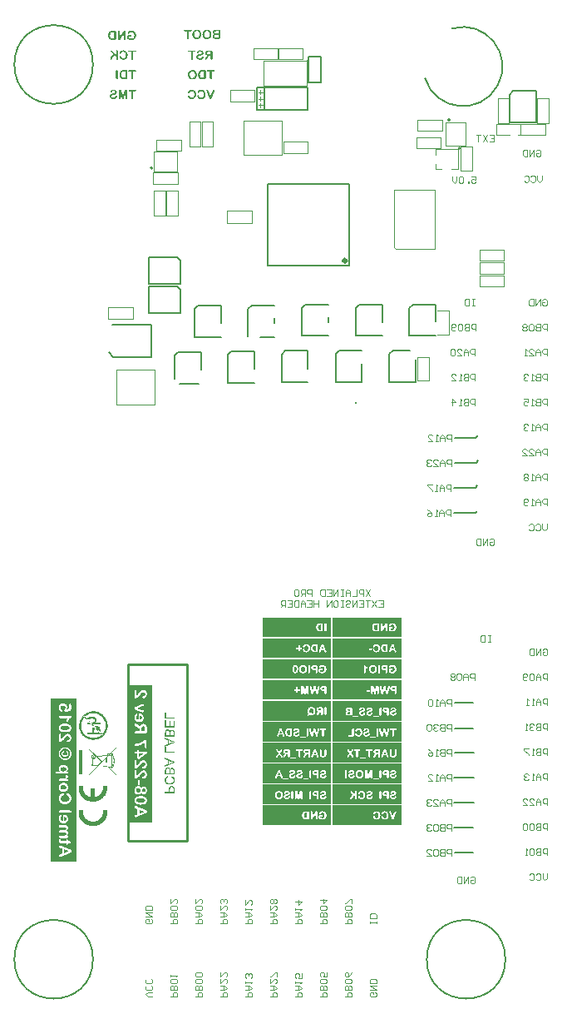
<source format=gbo>
G04 Layer_Color=32896*
%FSLAX43Y43*%
%MOMM*%
G71*
G01*
G75*
%ADD44C,0.200*%
%ADD46C,0.150*%
%ADD49C,0.250*%
%ADD105C,0.400*%
%ADD106C,0.254*%
%ADD108C,0.100*%
%ADD109C,0.112*%
%ADD189C,0.203*%
%ADD190C,0.200*%
G36*
X-15600Y-71225D02*
X-22600D01*
Y-69225D01*
X-15600D01*
Y-71225D01*
D02*
G37*
G36*
X-44874Y-7058D02*
X-44838Y-7061D01*
X-44807Y-7066D01*
X-44792Y-7070D01*
X-44779Y-7073D01*
X-44767Y-7075D01*
X-44757Y-7079D01*
X-44747Y-7081D01*
X-44739Y-7084D01*
X-44734Y-7086D01*
X-44729Y-7088D01*
X-44727Y-7089D01*
X-44726D01*
X-44698Y-7103D01*
X-44673Y-7116D01*
X-44653Y-7133D01*
X-44636Y-7148D01*
X-44623Y-7160D01*
X-44613Y-7171D01*
X-44608Y-7179D01*
X-44606Y-7180D01*
Y-7181D01*
X-44592Y-7204D01*
X-44582Y-7228D01*
X-44574Y-7250D01*
X-44569Y-7271D01*
X-44567Y-7289D01*
X-44566Y-7304D01*
X-44564Y-7309D01*
Y-7313D01*
Y-7315D01*
Y-7316D01*
X-44566Y-7345D01*
X-44571Y-7371D01*
X-44577Y-7395D01*
X-44584Y-7414D01*
X-44591Y-7430D01*
X-44597Y-7441D01*
X-44602Y-7449D01*
X-44603Y-7450D01*
Y-7451D01*
X-44619Y-7470D01*
X-44637Y-7488D01*
X-44654Y-7503D01*
X-44672Y-7515D01*
X-44687Y-7524D01*
X-44699Y-7531D01*
X-44704Y-7534D01*
X-44708Y-7536D01*
X-44709Y-7538D01*
X-44711D01*
X-44737Y-7549D01*
X-44766Y-7559D01*
X-44793Y-7569D01*
X-44819Y-7576D01*
X-44843Y-7583D01*
X-44853Y-7585D01*
X-44862Y-7588D01*
X-44868Y-7589D01*
X-44873Y-7590D01*
X-44877Y-7591D01*
X-44878D01*
X-44904Y-7598D01*
X-44928Y-7604D01*
X-44948Y-7609D01*
X-44966Y-7614D01*
X-44979Y-7618D01*
X-44989Y-7621D01*
X-44994Y-7623D01*
X-44997Y-7624D01*
X-45013Y-7630D01*
X-45027Y-7638D01*
X-45041Y-7645D01*
X-45051Y-7651D01*
X-45059Y-7659D01*
X-45066Y-7664D01*
X-45069Y-7668D01*
X-45071Y-7669D01*
X-45081Y-7680D01*
X-45087Y-7693D01*
X-45092Y-7705D01*
X-45096Y-7718D01*
X-45098Y-7728D01*
X-45099Y-7736D01*
Y-7741D01*
Y-7744D01*
X-45097Y-7764D01*
X-45091Y-7783D01*
X-45083Y-7800D01*
X-45073Y-7814D01*
X-45063Y-7825D01*
X-45056Y-7833D01*
X-45049Y-7839D01*
X-45047Y-7840D01*
X-45026Y-7853D01*
X-45003Y-7863D01*
X-44981Y-7869D01*
X-44959Y-7874D01*
X-44939Y-7876D01*
X-44932Y-7878D01*
X-44924D01*
X-44918Y-7879D01*
X-44911D01*
X-44889Y-7878D01*
X-44869Y-7876D01*
X-44853Y-7873D01*
X-44838Y-7869D01*
X-44827Y-7866D01*
X-44818Y-7863D01*
X-44813Y-7861D01*
X-44812Y-7860D01*
X-44798Y-7853D01*
X-44787Y-7845D01*
X-44777Y-7836D01*
X-44768Y-7829D01*
X-44762Y-7821D01*
X-44757Y-7816D01*
X-44754Y-7813D01*
X-44753Y-7811D01*
X-44746Y-7799D01*
X-44739Y-7786D01*
X-44733Y-7774D01*
X-44727Y-7763D01*
X-44722Y-7753D01*
X-44718Y-7744D01*
X-44717Y-7739D01*
X-44716Y-7736D01*
X-44709Y-7724D01*
X-44703Y-7713D01*
X-44698Y-7703D01*
X-44692Y-7695D01*
X-44687Y-7689D01*
X-44683Y-7685D01*
X-44681Y-7683D01*
X-44679Y-7681D01*
X-44672Y-7675D01*
X-44663Y-7670D01*
X-44656Y-7666D01*
X-44648Y-7664D01*
X-44641Y-7663D01*
X-44636Y-7661D01*
X-44631D01*
X-44617Y-7663D01*
X-44606Y-7665D01*
X-44594Y-7669D01*
X-44586Y-7674D01*
X-44579Y-7679D01*
X-44573Y-7683D01*
X-44571Y-7685D01*
X-44569Y-7686D01*
X-44562Y-7695D01*
X-44556Y-7705D01*
X-44552Y-7715D01*
X-44548Y-7724D01*
X-44547Y-7731D01*
X-44546Y-7738D01*
Y-7743D01*
Y-7744D01*
X-44547Y-7766D01*
X-44552Y-7789D01*
X-44558Y-7809D01*
X-44566Y-7828D01*
X-44573Y-7844D01*
X-44579Y-7855D01*
X-44582Y-7860D01*
X-44584Y-7864D01*
X-44586Y-7865D01*
Y-7866D01*
X-44602Y-7888D01*
X-44618Y-7908D01*
X-44636Y-7924D01*
X-44652Y-7939D01*
X-44667Y-7950D01*
X-44678Y-7959D01*
X-44686Y-7964D01*
X-44687Y-7965D01*
X-44688D01*
X-44724Y-7983D01*
X-44762Y-7995D01*
X-44799Y-8004D01*
X-44836Y-8010D01*
X-44852Y-8012D01*
X-44867Y-8014D01*
X-44881Y-8015D01*
X-44893D01*
X-44902Y-8016D01*
X-44916D01*
X-44957Y-8015D01*
X-44994Y-8010D01*
X-45028Y-8004D01*
X-45043Y-8001D01*
X-45057Y-7997D01*
X-45069Y-7994D01*
X-45081Y-7990D01*
X-45091Y-7988D01*
X-45098Y-7985D01*
X-45104Y-7983D01*
X-45109Y-7980D01*
X-45112Y-7979D01*
X-45113D01*
X-45143Y-7964D01*
X-45168Y-7946D01*
X-45191Y-7930D01*
X-45208Y-7913D01*
X-45222Y-7898D01*
X-45233Y-7886D01*
X-45236Y-7881D01*
X-45238Y-7878D01*
X-45241Y-7876D01*
Y-7875D01*
X-45256Y-7849D01*
X-45266Y-7823D01*
X-45273Y-7798D01*
X-45279Y-7774D01*
X-45282Y-7753D01*
X-45283Y-7744D01*
Y-7736D01*
X-45284Y-7731D01*
Y-7726D01*
Y-7724D01*
Y-7723D01*
X-45283Y-7698D01*
X-45281Y-7674D01*
X-45277Y-7654D01*
X-45272Y-7636D01*
X-45267Y-7623D01*
X-45263Y-7613D01*
X-45261Y-7606D01*
X-45259Y-7604D01*
X-45249Y-7586D01*
X-45238Y-7571D01*
X-45227Y-7558D01*
X-45216Y-7545D01*
X-45204Y-7536D01*
X-45197Y-7529D01*
X-45192Y-7525D01*
X-45189Y-7524D01*
X-45172Y-7513D01*
X-45153Y-7503D01*
X-45136Y-7493D01*
X-45118Y-7485D01*
X-45103Y-7479D01*
X-45092Y-7474D01*
X-45087Y-7473D01*
X-45083Y-7471D01*
X-45082Y-7470D01*
X-45081D01*
X-45057Y-7461D01*
X-45032Y-7454D01*
X-45008Y-7448D01*
X-44986Y-7441D01*
X-44967Y-7436D01*
X-44959Y-7435D01*
X-44953Y-7433D01*
X-44947Y-7431D01*
X-44943D01*
X-44941Y-7430D01*
X-44939D01*
X-44917Y-7424D01*
X-44898Y-7420D01*
X-44883Y-7415D01*
X-44869Y-7413D01*
X-44861Y-7410D01*
X-44853Y-7408D01*
X-44849Y-7406D01*
X-44848D01*
X-44828Y-7399D01*
X-44812Y-7391D01*
X-44804Y-7388D01*
X-44799Y-7385D01*
X-44796Y-7383D01*
X-44794D01*
X-44777Y-7371D01*
X-44764Y-7359D01*
X-44759Y-7355D01*
X-44756Y-7351D01*
X-44754Y-7349D01*
X-44753Y-7348D01*
X-44748Y-7340D01*
X-44744Y-7331D01*
X-44741Y-7316D01*
X-44739Y-7310D01*
X-44738Y-7305D01*
Y-7301D01*
Y-7300D01*
X-44741Y-7284D01*
X-44746Y-7269D01*
X-44752Y-7256D01*
X-44761Y-7244D01*
X-44768Y-7235D01*
X-44776Y-7229D01*
X-44781Y-7224D01*
X-44782Y-7223D01*
X-44799Y-7211D01*
X-44819Y-7204D01*
X-44839Y-7198D01*
X-44858Y-7194D01*
X-44874Y-7191D01*
X-44888Y-7190D01*
X-44901D01*
X-44928Y-7191D01*
X-44952Y-7195D01*
X-44972Y-7200D01*
X-44987Y-7205D01*
X-44999Y-7210D01*
X-45008Y-7215D01*
X-45013Y-7219D01*
X-45014Y-7220D01*
X-45027Y-7233D01*
X-45039Y-7245D01*
X-45049Y-7259D01*
X-45058Y-7271D01*
X-45066Y-7284D01*
X-45071Y-7293D01*
X-45074Y-7299D01*
X-45076Y-7301D01*
X-45083Y-7314D01*
X-45089Y-7325D01*
X-45094Y-7335D01*
X-45101Y-7343D01*
X-45104Y-7348D01*
X-45108Y-7351D01*
X-45109Y-7354D01*
X-45111Y-7355D01*
X-45118Y-7360D01*
X-45126Y-7364D01*
X-45142Y-7369D01*
X-45149Y-7370D01*
X-45156Y-7371D01*
X-45161D01*
X-45173Y-7370D01*
X-45184Y-7368D01*
X-45194Y-7363D01*
X-45203Y-7358D01*
X-45211Y-7354D01*
X-45216Y-7349D01*
X-45218Y-7346D01*
X-45219Y-7345D01*
X-45227Y-7335D01*
X-45233Y-7324D01*
X-45237Y-7314D01*
X-45241Y-7304D01*
X-45242Y-7296D01*
X-45243Y-7290D01*
Y-7285D01*
Y-7284D01*
X-45242Y-7270D01*
X-45241Y-7256D01*
X-45237Y-7244D01*
X-45234Y-7233D01*
X-45231Y-7223D01*
X-45227Y-7215D01*
X-45226Y-7210D01*
X-45224Y-7209D01*
X-45217Y-7195D01*
X-45207Y-7181D01*
X-45197Y-7169D01*
X-45187Y-7158D01*
X-45178Y-7148D01*
X-45171Y-7141D01*
X-45166Y-7136D01*
X-45164Y-7135D01*
X-45148Y-7123D01*
X-45131Y-7111D01*
X-45113Y-7101D01*
X-45097Y-7093D01*
X-45083Y-7086D01*
X-45071Y-7081D01*
X-45063Y-7079D01*
X-45062Y-7078D01*
X-45061D01*
X-45037Y-7070D01*
X-45012Y-7065D01*
X-44987Y-7061D01*
X-44963Y-7059D01*
X-44943Y-7058D01*
X-44934Y-7056D01*
X-44913D01*
X-44874Y-7058D01*
D02*
G37*
G36*
X-34697D02*
X-34685Y-7060D01*
X-34674Y-7065D01*
X-34664Y-7070D01*
X-34656Y-7075D01*
X-34651Y-7080D01*
X-34647Y-7083D01*
X-34646Y-7084D01*
X-34637Y-7094D01*
X-34631Y-7104D01*
X-34627Y-7114D01*
X-34625Y-7123D01*
X-34622Y-7131D01*
X-34621Y-7138D01*
Y-7141D01*
Y-7143D01*
X-34622Y-7153D01*
X-34624Y-7163D01*
X-34625Y-7170D01*
Y-7173D01*
Y-7174D01*
X-34629Y-7186D01*
X-34631Y-7198D01*
X-34634Y-7205D01*
X-34635Y-7206D01*
Y-7208D01*
X-34640Y-7220D01*
X-34642Y-7230D01*
X-34645Y-7238D01*
X-34646Y-7239D01*
Y-7240D01*
X-34867Y-7841D01*
X-34876Y-7866D01*
X-34880Y-7878D01*
X-34884Y-7888D01*
X-34886Y-7896D01*
X-34889Y-7903D01*
X-34891Y-7906D01*
Y-7908D01*
X-34901Y-7930D01*
X-34905Y-7939D01*
X-34910Y-7948D01*
X-34914Y-7954D01*
X-34916Y-7959D01*
X-34917Y-7963D01*
X-34919Y-7964D01*
X-34932Y-7980D01*
X-34946Y-7991D01*
X-34952Y-7995D01*
X-34957Y-7999D01*
X-34960Y-8000D01*
X-34961Y-8001D01*
X-34971Y-8006D01*
X-34982Y-8010D01*
X-35004Y-8014D01*
X-35012Y-8015D01*
X-35020Y-8016D01*
X-35026D01*
X-35040Y-8015D01*
X-35052Y-8014D01*
X-35062Y-8011D01*
X-35072Y-8009D01*
X-35080Y-8006D01*
X-35085Y-8004D01*
X-35089Y-8001D01*
X-35090D01*
X-35107Y-7989D01*
X-35120Y-7976D01*
X-35125Y-7971D01*
X-35129Y-7966D01*
X-35130Y-7964D01*
X-35131Y-7963D01*
X-35142Y-7944D01*
X-35151Y-7926D01*
X-35155Y-7919D01*
X-35157Y-7913D01*
X-35160Y-7909D01*
Y-7908D01*
X-35169Y-7884D01*
X-35172Y-7873D01*
X-35176Y-7863D01*
X-35180Y-7854D01*
X-35181Y-7848D01*
X-35184Y-7843D01*
Y-7841D01*
X-35409Y-7235D01*
X-35412Y-7224D01*
X-35416Y-7214D01*
X-35417Y-7206D01*
X-35419Y-7205D01*
Y-7204D01*
X-35422Y-7191D01*
X-35426Y-7181D01*
X-35427Y-7174D01*
X-35429Y-7173D01*
Y-7171D01*
X-35431Y-7160D01*
X-35434Y-7150D01*
Y-7144D01*
Y-7141D01*
X-35431Y-7126D01*
X-35427Y-7114D01*
X-35425Y-7109D01*
X-35424Y-7105D01*
X-35421Y-7103D01*
Y-7101D01*
X-35411Y-7088D01*
X-35401Y-7078D01*
X-35396Y-7074D01*
X-35392Y-7071D01*
X-35390Y-7069D01*
X-35389D01*
X-35374Y-7061D01*
X-35360Y-7058D01*
X-35354Y-7056D01*
X-35345D01*
X-35332Y-7058D01*
X-35322Y-7059D01*
X-35314Y-7061D01*
X-35306Y-7064D01*
X-35300Y-7068D01*
X-35296Y-7070D01*
X-35294Y-7071D01*
X-35292Y-7073D01*
X-35280Y-7084D01*
X-35271Y-7095D01*
X-35269Y-7100D01*
X-35266Y-7104D01*
X-35265Y-7106D01*
Y-7108D01*
X-35261Y-7116D01*
X-35259Y-7126D01*
X-35250Y-7149D01*
X-35246Y-7160D01*
X-35244Y-7168D01*
X-35242Y-7174D01*
X-35241Y-7176D01*
X-35030Y-7803D01*
X-34820Y-7180D01*
X-34812Y-7158D01*
X-34805Y-7139D01*
X-34799Y-7123D01*
X-34792Y-7109D01*
X-34787Y-7099D01*
X-34784Y-7093D01*
X-34781Y-7088D01*
X-34780Y-7086D01*
X-34771Y-7076D01*
X-34761Y-7069D01*
X-34750Y-7064D01*
X-34739Y-7060D01*
X-34727Y-7058D01*
X-34719Y-7056D01*
X-34711D01*
X-34697Y-7058D01*
D02*
G37*
G36*
X-36906D02*
X-36873Y-7061D01*
X-36843Y-7068D01*
X-36817Y-7073D01*
X-36806Y-7076D01*
X-36796Y-7079D01*
X-36787Y-7083D01*
X-36779Y-7085D01*
X-36773Y-7086D01*
X-36768Y-7089D01*
X-36766Y-7090D01*
X-36764D01*
X-36736Y-7104D01*
X-36708Y-7119D01*
X-36684Y-7135D01*
X-36663Y-7150D01*
X-36647Y-7164D01*
X-36634Y-7176D01*
X-36629Y-7180D01*
X-36626Y-7184D01*
X-36624Y-7185D01*
X-36623Y-7186D01*
X-36602Y-7211D01*
X-36583Y-7236D01*
X-36568Y-7261D01*
X-36555Y-7285D01*
X-36544Y-7306D01*
X-36541Y-7315D01*
X-36537Y-7323D01*
X-36535Y-7329D01*
X-36532Y-7334D01*
X-36531Y-7336D01*
Y-7338D01*
X-36520Y-7371D01*
X-36512Y-7406D01*
X-36506Y-7440D01*
X-36502Y-7471D01*
X-36501Y-7485D01*
X-36500Y-7499D01*
Y-7510D01*
X-36498Y-7520D01*
Y-7528D01*
Y-7534D01*
Y-7538D01*
Y-7539D01*
Y-7564D01*
X-36501Y-7588D01*
X-36502Y-7610D01*
X-36505Y-7630D01*
X-36507Y-7646D01*
X-36508Y-7658D01*
X-36510Y-7663D01*
X-36511Y-7666D01*
Y-7668D01*
Y-7669D01*
X-36516Y-7691D01*
X-36522Y-7713D01*
X-36528Y-7733D01*
X-36535Y-7750D01*
X-36541Y-7764D01*
X-36546Y-7775D01*
X-36548Y-7783D01*
X-36549Y-7784D01*
Y-7785D01*
X-36560Y-7805D01*
X-36571Y-7823D01*
X-36581Y-7840D01*
X-36591Y-7854D01*
X-36599Y-7866D01*
X-36606Y-7875D01*
X-36611Y-7880D01*
X-36612Y-7883D01*
X-36628Y-7900D01*
X-36643Y-7915D01*
X-36658Y-7928D01*
X-36672Y-7939D01*
X-36684Y-7948D01*
X-36693Y-7955D01*
X-36699Y-7959D01*
X-36702Y-7960D01*
X-36721Y-7970D01*
X-36739Y-7979D01*
X-36758Y-7986D01*
X-36774Y-7992D01*
X-36789Y-7996D01*
X-36801Y-8000D01*
X-36808Y-8001D01*
X-36809Y-8002D01*
X-36811D01*
X-36833Y-8007D01*
X-36857Y-8010D01*
X-36879Y-8012D01*
X-36901Y-8015D01*
X-36918D01*
X-36932Y-8016D01*
X-36944D01*
X-36979Y-8015D01*
X-37012Y-8011D01*
X-37041Y-8006D01*
X-37066Y-8001D01*
X-37077Y-7999D01*
X-37087Y-7996D01*
X-37094Y-7994D01*
X-37102Y-7991D01*
X-37107Y-7989D01*
X-37111Y-7988D01*
X-37113Y-7986D01*
X-37114D01*
X-37141Y-7974D01*
X-37163Y-7960D01*
X-37184Y-7946D01*
X-37201Y-7934D01*
X-37214Y-7923D01*
X-37224Y-7914D01*
X-37231Y-7908D01*
X-37233Y-7905D01*
X-37249Y-7886D01*
X-37264Y-7868D01*
X-37276Y-7851D01*
X-37286Y-7835D01*
X-37293Y-7823D01*
X-37298Y-7813D01*
X-37301Y-7806D01*
X-37302Y-7804D01*
X-37309Y-7785D01*
X-37314Y-7768D01*
X-37319Y-7751D01*
X-37322Y-7738D01*
X-37323Y-7725D01*
X-37324Y-7716D01*
Y-7711D01*
Y-7709D01*
X-37323Y-7696D01*
X-37321Y-7685D01*
X-37317Y-7675D01*
X-37312Y-7666D01*
X-37307Y-7659D01*
X-37303Y-7654D01*
X-37301Y-7651D01*
X-37299Y-7650D01*
X-37291Y-7643D01*
X-37281Y-7636D01*
X-37271Y-7633D01*
X-37262Y-7629D01*
X-37254Y-7628D01*
X-37248Y-7626D01*
X-37243D01*
X-37229Y-7628D01*
X-37217Y-7630D01*
X-37207Y-7634D01*
X-37199Y-7638D01*
X-37193Y-7643D01*
X-37189Y-7646D01*
X-37187Y-7649D01*
X-37186Y-7650D01*
X-37179Y-7659D01*
X-37173Y-7669D01*
X-37164Y-7689D01*
X-37161Y-7698D01*
X-37158Y-7704D01*
X-37156Y-7709D01*
Y-7710D01*
X-37144Y-7738D01*
X-37131Y-7761D01*
X-37116Y-7781D01*
X-37102Y-7798D01*
X-37089Y-7811D01*
X-37079Y-7820D01*
X-37073Y-7825D01*
X-37072Y-7828D01*
X-37071D01*
X-37049Y-7841D01*
X-37026Y-7850D01*
X-37003Y-7858D01*
X-36982Y-7863D01*
X-36963Y-7865D01*
X-36954Y-7866D01*
X-36948D01*
X-36942Y-7868D01*
X-36934D01*
X-36907Y-7866D01*
X-36882Y-7863D01*
X-36859Y-7856D01*
X-36841Y-7850D01*
X-36824Y-7844D01*
X-36813Y-7838D01*
X-36806Y-7834D01*
X-36804Y-7833D01*
X-36803D01*
X-36783Y-7818D01*
X-36767Y-7801D01*
X-36752Y-7783D01*
X-36741Y-7765D01*
X-36731Y-7750D01*
X-36723Y-7736D01*
X-36722Y-7733D01*
X-36719Y-7729D01*
X-36718Y-7726D01*
Y-7725D01*
X-36708Y-7696D01*
X-36701Y-7666D01*
X-36696Y-7636D01*
X-36692Y-7608D01*
X-36691Y-7595D01*
X-36689Y-7583D01*
Y-7573D01*
X-36688Y-7563D01*
Y-7555D01*
Y-7550D01*
Y-7546D01*
Y-7545D01*
X-36689Y-7515D01*
X-36691Y-7488D01*
X-36694Y-7461D01*
X-36698Y-7438D01*
X-36704Y-7415D01*
X-36709Y-7394D01*
X-36716Y-7375D01*
X-36722Y-7359D01*
X-36728Y-7344D01*
X-36734Y-7330D01*
X-36741Y-7319D01*
X-36746Y-7310D01*
X-36749Y-7303D01*
X-36753Y-7298D01*
X-36754Y-7295D01*
X-36756Y-7294D01*
X-36769Y-7278D01*
X-36783Y-7265D01*
X-36798Y-7253D01*
X-36813Y-7243D01*
X-36829Y-7234D01*
X-36844Y-7226D01*
X-36859Y-7221D01*
X-36874Y-7216D01*
X-36888Y-7213D01*
X-36901Y-7210D01*
X-36912Y-7208D01*
X-36922Y-7206D01*
X-36929Y-7205D01*
X-36941D01*
X-36967Y-7206D01*
X-36991Y-7210D01*
X-37012Y-7216D01*
X-37029Y-7223D01*
X-37043Y-7229D01*
X-37054Y-7235D01*
X-37061Y-7239D01*
X-37063Y-7240D01*
X-37081Y-7254D01*
X-37098Y-7270D01*
X-37112Y-7288D01*
X-37126Y-7305D01*
X-37136Y-7320D01*
X-37143Y-7333D01*
X-37146Y-7338D01*
X-37148Y-7341D01*
X-37149Y-7343D01*
Y-7344D01*
X-37158Y-7358D01*
X-37166Y-7370D01*
X-37172Y-7380D01*
X-37178Y-7389D01*
X-37183Y-7395D01*
X-37187Y-7399D01*
X-37188Y-7401D01*
X-37189Y-7403D01*
X-37197Y-7409D01*
X-37206Y-7413D01*
X-37224Y-7418D01*
X-37232Y-7419D01*
X-37238Y-7420D01*
X-37244D01*
X-37256Y-7419D01*
X-37266Y-7416D01*
X-37276Y-7413D01*
X-37283Y-7408D01*
X-37289Y-7403D01*
X-37294Y-7399D01*
X-37297Y-7396D01*
X-37298Y-7395D01*
X-37306Y-7385D01*
X-37312Y-7375D01*
X-37316Y-7366D01*
X-37319Y-7356D01*
X-37321Y-7349D01*
X-37322Y-7343D01*
Y-7339D01*
Y-7338D01*
X-37319Y-7315D01*
X-37314Y-7294D01*
X-37307Y-7273D01*
X-37298Y-7253D01*
X-37289Y-7236D01*
X-37282Y-7224D01*
X-37279Y-7219D01*
X-37277Y-7215D01*
X-37274Y-7214D01*
Y-7213D01*
X-37256Y-7189D01*
X-37234Y-7168D01*
X-37212Y-7149D01*
X-37189Y-7133D01*
X-37169Y-7119D01*
X-37162Y-7114D01*
X-37154Y-7109D01*
X-37148Y-7106D01*
X-37143Y-7104D01*
X-37141Y-7101D01*
X-37139D01*
X-37106Y-7086D01*
X-37072Y-7075D01*
X-37038Y-7068D01*
X-37007Y-7061D01*
X-36992Y-7060D01*
X-36979Y-7059D01*
X-36968Y-7058D01*
X-36958D01*
X-36951Y-7056D01*
X-36939D01*
X-36906Y-7058D01*
D02*
G37*
G36*
X-35946D02*
X-35913Y-7061D01*
X-35883Y-7068D01*
X-35857Y-7073D01*
X-35846Y-7076D01*
X-35836Y-7079D01*
X-35827Y-7083D01*
X-35820Y-7085D01*
X-35813Y-7086D01*
X-35808Y-7089D01*
X-35806Y-7090D01*
X-35805D01*
X-35776Y-7104D01*
X-35748Y-7119D01*
X-35725Y-7135D01*
X-35703Y-7150D01*
X-35687Y-7164D01*
X-35675Y-7176D01*
X-35670Y-7180D01*
X-35666Y-7184D01*
X-35665Y-7185D01*
X-35663Y-7186D01*
X-35642Y-7211D01*
X-35623Y-7236D01*
X-35608Y-7261D01*
X-35595Y-7285D01*
X-35585Y-7306D01*
X-35581Y-7315D01*
X-35577Y-7323D01*
X-35575Y-7329D01*
X-35572Y-7334D01*
X-35571Y-7336D01*
Y-7338D01*
X-35560Y-7371D01*
X-35552Y-7406D01*
X-35546Y-7440D01*
X-35542Y-7471D01*
X-35541Y-7485D01*
X-35540Y-7499D01*
Y-7510D01*
X-35539Y-7520D01*
Y-7528D01*
Y-7534D01*
Y-7538D01*
Y-7539D01*
Y-7564D01*
X-35541Y-7588D01*
X-35542Y-7610D01*
X-35545Y-7630D01*
X-35547Y-7646D01*
X-35549Y-7658D01*
X-35550Y-7663D01*
X-35551Y-7666D01*
Y-7668D01*
Y-7669D01*
X-35556Y-7691D01*
X-35562Y-7713D01*
X-35569Y-7733D01*
X-35575Y-7750D01*
X-35581Y-7764D01*
X-35586Y-7775D01*
X-35589Y-7783D01*
X-35590Y-7784D01*
Y-7785D01*
X-35600Y-7805D01*
X-35611Y-7823D01*
X-35621Y-7840D01*
X-35631Y-7854D01*
X-35640Y-7866D01*
X-35646Y-7875D01*
X-35651Y-7880D01*
X-35652Y-7883D01*
X-35668Y-7900D01*
X-35683Y-7915D01*
X-35698Y-7928D01*
X-35712Y-7939D01*
X-35725Y-7948D01*
X-35733Y-7955D01*
X-35740Y-7959D01*
X-35742Y-7960D01*
X-35761Y-7970D01*
X-35780Y-7979D01*
X-35798Y-7986D01*
X-35815Y-7992D01*
X-35830Y-7996D01*
X-35841Y-8000D01*
X-35848Y-8001D01*
X-35850Y-8002D01*
X-35851D01*
X-35873Y-8007D01*
X-35897Y-8010D01*
X-35920Y-8012D01*
X-35941Y-8015D01*
X-35958D01*
X-35972Y-8016D01*
X-35985D01*
X-36020Y-8015D01*
X-36052Y-8011D01*
X-36081Y-8006D01*
X-36106Y-8001D01*
X-36117Y-7999D01*
X-36127Y-7996D01*
X-36135Y-7994D01*
X-36142Y-7991D01*
X-36147Y-7989D01*
X-36151Y-7988D01*
X-36153Y-7986D01*
X-36155D01*
X-36181Y-7974D01*
X-36203Y-7960D01*
X-36225Y-7946D01*
X-36241Y-7934D01*
X-36255Y-7923D01*
X-36265Y-7914D01*
X-36271Y-7908D01*
X-36273Y-7905D01*
X-36290Y-7886D01*
X-36305Y-7868D01*
X-36316Y-7851D01*
X-36326Y-7835D01*
X-36333Y-7823D01*
X-36338Y-7813D01*
X-36341Y-7806D01*
X-36342Y-7804D01*
X-36350Y-7785D01*
X-36355Y-7768D01*
X-36360Y-7751D01*
X-36362Y-7738D01*
X-36363Y-7725D01*
X-36365Y-7716D01*
Y-7711D01*
Y-7709D01*
X-36363Y-7696D01*
X-36361Y-7685D01*
X-36357Y-7675D01*
X-36352Y-7666D01*
X-36347Y-7659D01*
X-36343Y-7654D01*
X-36341Y-7651D01*
X-36340Y-7650D01*
X-36331Y-7643D01*
X-36321Y-7636D01*
X-36311Y-7633D01*
X-36302Y-7629D01*
X-36295Y-7628D01*
X-36288Y-7626D01*
X-36283D01*
X-36270Y-7628D01*
X-36257Y-7630D01*
X-36247Y-7634D01*
X-36240Y-7638D01*
X-36233Y-7643D01*
X-36230Y-7646D01*
X-36227Y-7649D01*
X-36226Y-7650D01*
X-36220Y-7659D01*
X-36213Y-7669D01*
X-36205Y-7689D01*
X-36201Y-7698D01*
X-36198Y-7704D01*
X-36196Y-7709D01*
Y-7710D01*
X-36185Y-7738D01*
X-36171Y-7761D01*
X-36156Y-7781D01*
X-36142Y-7798D01*
X-36130Y-7811D01*
X-36120Y-7820D01*
X-36113Y-7825D01*
X-36112Y-7828D01*
X-36111D01*
X-36090Y-7841D01*
X-36066Y-7850D01*
X-36043Y-7858D01*
X-36022Y-7863D01*
X-36003Y-7865D01*
X-35995Y-7866D01*
X-35988D01*
X-35982Y-7868D01*
X-35975D01*
X-35947Y-7866D01*
X-35922Y-7863D01*
X-35900Y-7856D01*
X-35881Y-7850D01*
X-35865Y-7844D01*
X-35853Y-7838D01*
X-35846Y-7834D01*
X-35845Y-7833D01*
X-35843D01*
X-35823Y-7818D01*
X-35807Y-7801D01*
X-35792Y-7783D01*
X-35781Y-7765D01*
X-35771Y-7750D01*
X-35763Y-7736D01*
X-35762Y-7733D01*
X-35760Y-7729D01*
X-35758Y-7726D01*
Y-7725D01*
X-35748Y-7696D01*
X-35741Y-7666D01*
X-35736Y-7636D01*
X-35732Y-7608D01*
X-35731Y-7595D01*
X-35730Y-7583D01*
Y-7573D01*
X-35728Y-7563D01*
Y-7555D01*
Y-7550D01*
Y-7546D01*
Y-7545D01*
X-35730Y-7515D01*
X-35731Y-7488D01*
X-35735Y-7461D01*
X-35738Y-7438D01*
X-35745Y-7415D01*
X-35750Y-7394D01*
X-35756Y-7375D01*
X-35762Y-7359D01*
X-35768Y-7344D01*
X-35775Y-7330D01*
X-35781Y-7319D01*
X-35786Y-7310D01*
X-35790Y-7303D01*
X-35793Y-7298D01*
X-35795Y-7295D01*
X-35796Y-7294D01*
X-35810Y-7278D01*
X-35823Y-7265D01*
X-35838Y-7253D01*
X-35853Y-7243D01*
X-35870Y-7234D01*
X-35885Y-7226D01*
X-35900Y-7221D01*
X-35915Y-7216D01*
X-35928Y-7213D01*
X-35941Y-7210D01*
X-35952Y-7208D01*
X-35962Y-7206D01*
X-35970Y-7205D01*
X-35981D01*
X-36007Y-7206D01*
X-36031Y-7210D01*
X-36052Y-7216D01*
X-36070Y-7223D01*
X-36083Y-7229D01*
X-36095Y-7235D01*
X-36101Y-7239D01*
X-36103Y-7240D01*
X-36121Y-7254D01*
X-36138Y-7270D01*
X-36152Y-7288D01*
X-36166Y-7305D01*
X-36176Y-7320D01*
X-36183Y-7333D01*
X-36186Y-7338D01*
X-36188Y-7341D01*
X-36190Y-7343D01*
Y-7344D01*
X-36198Y-7358D01*
X-36206Y-7370D01*
X-36212Y-7380D01*
X-36218Y-7389D01*
X-36223Y-7395D01*
X-36227Y-7399D01*
X-36228Y-7401D01*
X-36230Y-7403D01*
X-36237Y-7409D01*
X-36246Y-7413D01*
X-36265Y-7418D01*
X-36272Y-7419D01*
X-36278Y-7420D01*
X-36285D01*
X-36296Y-7419D01*
X-36306Y-7416D01*
X-36316Y-7413D01*
X-36323Y-7408D01*
X-36330Y-7403D01*
X-36335Y-7399D01*
X-36337Y-7396D01*
X-36338Y-7395D01*
X-36346Y-7385D01*
X-36352Y-7375D01*
X-36356Y-7366D01*
X-36360Y-7356D01*
X-36361Y-7349D01*
X-36362Y-7343D01*
Y-7339D01*
Y-7338D01*
X-36360Y-7315D01*
X-36355Y-7294D01*
X-36347Y-7273D01*
X-36338Y-7253D01*
X-36330Y-7236D01*
X-36322Y-7224D01*
X-36320Y-7219D01*
X-36317Y-7215D01*
X-36315Y-7214D01*
Y-7213D01*
X-36296Y-7189D01*
X-36275Y-7168D01*
X-36252Y-7149D01*
X-36230Y-7133D01*
X-36210Y-7119D01*
X-36202Y-7114D01*
X-36195Y-7109D01*
X-36188Y-7106D01*
X-36183Y-7104D01*
X-36181Y-7101D01*
X-36180D01*
X-36146Y-7086D01*
X-36112Y-7075D01*
X-36078Y-7068D01*
X-36047Y-7061D01*
X-36032Y-7060D01*
X-36020Y-7059D01*
X-36008Y-7058D01*
X-35998D01*
X-35991Y-7056D01*
X-35980D01*
X-35946Y-7058D01*
D02*
G37*
G36*
X-43590Y-7074D02*
X-43572Y-7076D01*
X-43558Y-7079D01*
X-43546Y-7083D01*
X-43536Y-7088D01*
X-43530Y-7090D01*
X-43525Y-7093D01*
X-43524Y-7094D01*
X-43514Y-7104D01*
X-43506Y-7115D01*
X-43500Y-7129D01*
X-43496Y-7143D01*
X-43494Y-7156D01*
X-43492Y-7166D01*
Y-7174D01*
Y-7175D01*
Y-7176D01*
Y-7910D01*
X-43494Y-7929D01*
X-43496Y-7945D01*
X-43500Y-7959D01*
X-43505Y-7970D01*
X-43509Y-7979D01*
X-43512Y-7985D01*
X-43515Y-7989D01*
X-43516Y-7990D01*
X-43526Y-7999D01*
X-43536Y-8005D01*
X-43546Y-8010D01*
X-43556Y-8012D01*
X-43565Y-8015D01*
X-43571Y-8016D01*
X-43577D01*
X-43591Y-8015D01*
X-43605Y-8012D01*
X-43615Y-8007D01*
X-43625Y-8002D01*
X-43631Y-7999D01*
X-43637Y-7994D01*
X-43640Y-7991D01*
X-43641Y-7990D01*
X-43648Y-7979D01*
X-43655Y-7966D01*
X-43658Y-7953D01*
X-43662Y-7940D01*
X-43663Y-7929D01*
X-43665Y-7919D01*
Y-7913D01*
Y-7910D01*
Y-7269D01*
X-43812Y-7861D01*
X-43817Y-7883D01*
X-43820Y-7891D01*
X-43822Y-7900D01*
X-43825Y-7908D01*
X-43826Y-7913D01*
X-43827Y-7916D01*
Y-7918D01*
X-43833Y-7936D01*
X-43840Y-7951D01*
X-43843Y-7958D01*
X-43845Y-7963D01*
X-43847Y-7965D01*
Y-7966D01*
X-43858Y-7981D01*
X-43870Y-7992D01*
X-43875Y-7997D01*
X-43878Y-8000D01*
X-43881Y-8001D01*
X-43882Y-8002D01*
X-43891Y-8007D01*
X-43901Y-8010D01*
X-43920Y-8015D01*
X-43927D01*
X-43933Y-8016D01*
X-43938D01*
X-43953Y-8015D01*
X-43967Y-8012D01*
X-43978Y-8010D01*
X-43988Y-8005D01*
X-43996Y-8001D01*
X-44002Y-7999D01*
X-44005Y-7996D01*
X-44006Y-7995D01*
X-44015Y-7986D01*
X-44022Y-7977D01*
X-44027Y-7970D01*
X-44032Y-7963D01*
X-44036Y-7956D01*
X-44038Y-7951D01*
X-44040Y-7948D01*
Y-7946D01*
X-44043Y-7935D01*
X-44048Y-7921D01*
X-44052Y-7908D01*
X-44056Y-7894D01*
X-44060Y-7881D01*
X-44062Y-7870D01*
X-44065Y-7864D01*
Y-7861D01*
X-44213Y-7269D01*
Y-7910D01*
X-44215Y-7929D01*
X-44217Y-7945D01*
X-44221Y-7959D01*
X-44226Y-7970D01*
X-44230Y-7979D01*
X-44233Y-7985D01*
X-44236Y-7989D01*
X-44237Y-7990D01*
X-44247Y-7999D01*
X-44257Y-8005D01*
X-44267Y-8010D01*
X-44277Y-8012D01*
X-44286Y-8015D01*
X-44292Y-8016D01*
X-44298D01*
X-44312Y-8015D01*
X-44326Y-8012D01*
X-44336Y-8007D01*
X-44346Y-8002D01*
X-44352Y-7999D01*
X-44358Y-7994D01*
X-44361Y-7991D01*
X-44362Y-7990D01*
X-44370Y-7979D01*
X-44376Y-7966D01*
X-44380Y-7953D01*
X-44383Y-7940D01*
X-44385Y-7929D01*
X-44386Y-7919D01*
Y-7913D01*
Y-7910D01*
Y-7176D01*
X-44385Y-7155D01*
X-44381Y-7138D01*
X-44376Y-7124D01*
X-44370Y-7113D01*
X-44363Y-7104D01*
X-44358Y-7098D01*
X-44355Y-7095D01*
X-44353Y-7094D01*
X-44341Y-7086D01*
X-44327Y-7081D01*
X-44313Y-7078D01*
X-44300Y-7075D01*
X-44287Y-7074D01*
X-44277Y-7073D01*
X-44191D01*
X-44176Y-7074D01*
X-44162Y-7075D01*
X-44152Y-7078D01*
X-44143Y-7079D01*
X-44138Y-7081D01*
X-44135Y-7083D01*
X-44133D01*
X-44126Y-7086D01*
X-44118Y-7093D01*
X-44107Y-7104D01*
X-44103Y-7109D01*
X-44101Y-7114D01*
X-44098Y-7116D01*
Y-7118D01*
X-44095Y-7128D01*
X-44090Y-7140D01*
X-44082Y-7166D01*
X-44078Y-7179D01*
X-44076Y-7189D01*
X-44075Y-7195D01*
X-44073Y-7196D01*
Y-7198D01*
X-43938Y-7705D01*
X-43803Y-7198D01*
X-43798Y-7178D01*
X-43793Y-7161D01*
X-43790Y-7148D01*
X-43785Y-7136D01*
X-43782Y-7128D01*
X-43780Y-7123D01*
X-43777Y-7119D01*
Y-7118D01*
X-43772Y-7109D01*
X-43767Y-7101D01*
X-43761Y-7095D01*
X-43756Y-7090D01*
X-43751Y-7088D01*
X-43746Y-7085D01*
X-43743Y-7083D01*
X-43742D01*
X-43732Y-7079D01*
X-43721Y-7076D01*
X-43696Y-7074D01*
X-43685Y-7073D01*
X-43608D01*
X-43590Y-7074D01*
D02*
G37*
G36*
X-44544Y-5058D02*
X-44532Y-5061D01*
X-44520Y-5065D01*
X-44511Y-5070D01*
X-44502Y-5076D01*
X-44497Y-5080D01*
X-44493Y-5084D01*
X-44492Y-5085D01*
X-44483Y-5098D01*
X-44477Y-5110D01*
X-44473Y-5125D01*
X-44471Y-5139D01*
X-44468Y-5151D01*
X-44467Y-5161D01*
Y-5169D01*
Y-5170D01*
Y-5171D01*
Y-5903D01*
X-44468Y-5923D01*
X-44471Y-5940D01*
X-44475Y-5954D01*
X-44480Y-5966D01*
X-44485Y-5975D01*
X-44488Y-5983D01*
X-44491Y-5986D01*
X-44492Y-5988D01*
X-44502Y-5997D01*
X-44513Y-6004D01*
X-44525Y-6009D01*
X-44536Y-6012D01*
X-44544Y-6015D01*
X-44553Y-6016D01*
X-44560D01*
X-44574Y-6015D01*
X-44588Y-6012D01*
X-44599Y-6008D01*
X-44609Y-6003D01*
X-44618Y-5997D01*
X-44623Y-5992D01*
X-44627Y-5990D01*
X-44628Y-5989D01*
X-44637Y-5976D01*
X-44643Y-5963D01*
X-44648Y-5949D01*
X-44651Y-5935D01*
X-44653Y-5923D01*
X-44654Y-5913D01*
Y-5905D01*
Y-5903D01*
Y-5171D01*
X-44653Y-5151D01*
X-44651Y-5134D01*
X-44646Y-5119D01*
X-44642Y-5106D01*
X-44637Y-5098D01*
X-44632Y-5090D01*
X-44629Y-5086D01*
X-44628Y-5085D01*
X-44618Y-5075D01*
X-44607Y-5069D01*
X-44594Y-5064D01*
X-44584Y-5060D01*
X-44574Y-5058D01*
X-44567Y-5056D01*
X-44560D01*
X-44544Y-5058D01*
D02*
G37*
G36*
X-15600Y-73350D02*
X-22600D01*
Y-71350D01*
X-15600D01*
Y-73350D01*
D02*
G37*
G36*
X-42677Y-7074D02*
X-42664Y-7076D01*
X-42651Y-7079D01*
X-42641Y-7083D01*
X-42632Y-7088D01*
X-42627Y-7090D01*
X-42624Y-7093D01*
X-42622Y-7094D01*
X-42615Y-7103D01*
X-42609Y-7111D01*
X-42605Y-7121D01*
X-42601Y-7130D01*
X-42600Y-7139D01*
X-42599Y-7145D01*
Y-7150D01*
Y-7151D01*
X-42600Y-7164D01*
X-42603Y-7175D01*
X-42606Y-7185D01*
X-42611Y-7193D01*
X-42615Y-7199D01*
X-42619Y-7204D01*
X-42621Y-7206D01*
X-42622Y-7208D01*
X-42632Y-7214D01*
X-42644Y-7219D01*
X-42655Y-7223D01*
X-42667Y-7225D01*
X-42677Y-7226D01*
X-42686Y-7228D01*
X-42900D01*
Y-7903D01*
X-42901Y-7923D01*
X-42904Y-7940D01*
X-42909Y-7955D01*
X-42914Y-7968D01*
X-42917Y-7976D01*
X-42922Y-7984D01*
X-42925Y-7988D01*
X-42926Y-7989D01*
X-42936Y-7997D01*
X-42947Y-8005D01*
X-42959Y-8010D01*
X-42970Y-8012D01*
X-42979Y-8015D01*
X-42987Y-8016D01*
X-42994D01*
X-43009Y-8015D01*
X-43021Y-8012D01*
X-43034Y-8007D01*
X-43042Y-8002D01*
X-43051Y-7997D01*
X-43056Y-7992D01*
X-43060Y-7990D01*
X-43061Y-7989D01*
X-43070Y-7976D01*
X-43076Y-7963D01*
X-43081Y-7949D01*
X-43084Y-7935D01*
X-43086Y-7923D01*
X-43087Y-7913D01*
Y-7905D01*
Y-7903D01*
Y-7228D01*
X-43292D01*
X-43309Y-7226D01*
X-43324Y-7224D01*
X-43336Y-7221D01*
X-43346Y-7218D01*
X-43354Y-7214D01*
X-43359Y-7210D01*
X-43362Y-7209D01*
X-43364Y-7208D01*
X-43372Y-7199D01*
X-43379Y-7190D01*
X-43382Y-7180D01*
X-43386Y-7171D01*
X-43387Y-7164D01*
X-43389Y-7158D01*
Y-7153D01*
Y-7151D01*
X-43387Y-7139D01*
X-43385Y-7128D01*
X-43381Y-7118D01*
X-43377Y-7110D01*
X-43372Y-7104D01*
X-43369Y-7099D01*
X-43366Y-7096D01*
X-43365Y-7095D01*
X-43355Y-7088D01*
X-43344Y-7083D01*
X-43331Y-7078D01*
X-43320Y-7075D01*
X-43309Y-7074D01*
X-43300Y-7073D01*
X-42694D01*
X-42677Y-7074D01*
D02*
G37*
G36*
X-22725Y-73350D02*
X-29725D01*
Y-71350D01*
X-22725D01*
Y-73350D01*
D02*
G37*
G36*
Y-71225D02*
X-29725D01*
Y-69225D01*
X-22725D01*
Y-71225D01*
D02*
G37*
G36*
Y-66975D02*
X-29725D01*
Y-64975D01*
X-22725D01*
Y-66975D01*
D02*
G37*
G36*
X-15600Y-66975D02*
X-22600D01*
Y-64975D01*
X-15600D01*
Y-66975D01*
D02*
G37*
G36*
X-34142Y-974D02*
X-34125Y-976D01*
X-34110Y-981D01*
X-34097Y-986D01*
X-34089Y-991D01*
X-34081Y-996D01*
X-34077Y-999D01*
X-34076Y-1000D01*
X-34068Y-1011D01*
X-34061Y-1025D01*
X-34056Y-1040D01*
X-34054Y-1055D01*
X-34051Y-1068D01*
X-34050Y-1079D01*
Y-1086D01*
Y-1088D01*
Y-1089D01*
Y-1785D01*
X-34051Y-1806D01*
X-34054Y-1824D01*
X-34059Y-1839D01*
X-34064Y-1851D01*
X-34068Y-1860D01*
X-34072Y-1868D01*
X-34075Y-1871D01*
X-34076Y-1873D01*
X-34087Y-1881D01*
X-34101Y-1889D01*
X-34115Y-1894D01*
X-34130Y-1896D01*
X-34142Y-1899D01*
X-34154Y-1900D01*
X-34474D01*
X-34499Y-1899D01*
X-34521Y-1898D01*
X-34540Y-1896D01*
X-34555D01*
X-34566Y-1895D01*
X-34574Y-1894D01*
X-34576D01*
X-34596Y-1890D01*
X-34615Y-1886D01*
X-34631Y-1883D01*
X-34646Y-1879D01*
X-34657Y-1875D01*
X-34666Y-1871D01*
X-34671Y-1870D01*
X-34674Y-1869D01*
X-34697Y-1856D01*
X-34719Y-1841D01*
X-34737Y-1826D01*
X-34752Y-1811D01*
X-34765Y-1798D01*
X-34774Y-1786D01*
X-34780Y-1779D01*
X-34781Y-1778D01*
Y-1776D01*
X-34795Y-1753D01*
X-34805Y-1728D01*
X-34811Y-1705D01*
X-34816Y-1683D01*
X-34819Y-1664D01*
X-34820Y-1656D01*
X-34821Y-1649D01*
Y-1644D01*
Y-1640D01*
Y-1638D01*
Y-1636D01*
X-34819Y-1606D01*
X-34814Y-1578D01*
X-34805Y-1553D01*
X-34792Y-1530D01*
X-34779Y-1509D01*
X-34764Y-1490D01*
X-34747Y-1474D01*
X-34730Y-1459D01*
X-34712Y-1446D01*
X-34696Y-1436D01*
X-34681Y-1428D01*
X-34667Y-1420D01*
X-34656Y-1415D01*
X-34646Y-1411D01*
X-34641Y-1410D01*
X-34639Y-1409D01*
X-34664Y-1396D01*
X-34685Y-1381D01*
X-34702Y-1366D01*
X-34719Y-1350D01*
X-34732Y-1334D01*
X-34744Y-1316D01*
X-34752Y-1299D01*
X-34760Y-1283D01*
X-34766Y-1268D01*
X-34770Y-1253D01*
X-34774Y-1240D01*
X-34775Y-1228D01*
X-34776Y-1219D01*
X-34777Y-1211D01*
Y-1206D01*
Y-1205D01*
Y-1190D01*
X-34775Y-1176D01*
X-34774Y-1164D01*
X-34771Y-1151D01*
X-34769Y-1143D01*
X-34766Y-1135D01*
X-34765Y-1130D01*
X-34764Y-1129D01*
X-34752Y-1103D01*
X-34745Y-1091D01*
X-34739Y-1083D01*
X-34734Y-1074D01*
X-34729Y-1068D01*
X-34726Y-1064D01*
X-34725Y-1063D01*
X-34705Y-1043D01*
X-34696Y-1034D01*
X-34687Y-1026D01*
X-34679Y-1020D01*
X-34672Y-1016D01*
X-34669Y-1014D01*
X-34667Y-1013D01*
X-34652Y-1005D01*
X-34637Y-998D01*
X-34622Y-993D01*
X-34609Y-989D01*
X-34597Y-985D01*
X-34589Y-983D01*
X-34582Y-981D01*
X-34580D01*
X-34561Y-979D01*
X-34541Y-976D01*
X-34522Y-975D01*
X-34504Y-974D01*
X-34489Y-973D01*
X-34164D01*
X-34142Y-974D01*
D02*
G37*
G36*
X-35352Y-958D02*
X-35316Y-961D01*
X-35285Y-968D01*
X-35256Y-973D01*
X-35243Y-976D01*
X-35233Y-979D01*
X-35223Y-983D01*
X-35216Y-985D01*
X-35210Y-986D01*
X-35205Y-989D01*
X-35202Y-990D01*
X-35201D01*
X-35171Y-1004D01*
X-35145Y-1019D01*
X-35120Y-1035D01*
X-35100Y-1051D01*
X-35082Y-1065D01*
X-35070Y-1076D01*
X-35066Y-1080D01*
X-35062Y-1084D01*
X-35061Y-1085D01*
X-35060Y-1086D01*
X-35040Y-1111D01*
X-35022Y-1136D01*
X-35006Y-1163D01*
X-34994Y-1186D01*
X-34984Y-1208D01*
X-34980Y-1216D01*
X-34977Y-1224D01*
X-34975Y-1230D01*
X-34972Y-1235D01*
X-34971Y-1238D01*
Y-1239D01*
X-34961Y-1273D01*
X-34954Y-1306D01*
X-34949Y-1340D01*
X-34945Y-1370D01*
X-34944Y-1383D01*
X-34942Y-1395D01*
Y-1406D01*
X-34941Y-1416D01*
Y-1424D01*
Y-1429D01*
Y-1433D01*
Y-1434D01*
X-34942Y-1473D01*
X-34946Y-1509D01*
X-34950Y-1541D01*
X-34956Y-1570D01*
X-34959Y-1584D01*
X-34961Y-1595D01*
X-34964Y-1605D01*
X-34965Y-1613D01*
X-34967Y-1620D01*
X-34969Y-1625D01*
X-34970Y-1628D01*
Y-1629D01*
X-34982Y-1661D01*
X-34996Y-1691D01*
X-35011Y-1718D01*
X-35025Y-1739D01*
X-35037Y-1758D01*
X-35043Y-1765D01*
X-35047Y-1771D01*
X-35052Y-1776D01*
X-35055Y-1780D01*
X-35057Y-1781D01*
Y-1783D01*
X-35080Y-1805D01*
X-35103Y-1825D01*
X-35127Y-1841D01*
X-35150Y-1856D01*
X-35170Y-1866D01*
X-35178Y-1871D01*
X-35186Y-1875D01*
X-35191Y-1878D01*
X-35196Y-1880D01*
X-35198Y-1881D01*
X-35200D01*
X-35233Y-1893D01*
X-35267Y-1901D01*
X-35300Y-1908D01*
X-35330Y-1911D01*
X-35343Y-1914D01*
X-35356D01*
X-35367Y-1915D01*
X-35376Y-1916D01*
X-35395D01*
X-35435Y-1915D01*
X-35471Y-1911D01*
X-35503Y-1905D01*
X-35518Y-1903D01*
X-35532Y-1899D01*
X-35545Y-1896D01*
X-35556Y-1894D01*
X-35566Y-1890D01*
X-35573Y-1888D01*
X-35580Y-1885D01*
X-35585Y-1884D01*
X-35587Y-1883D01*
X-35588D01*
X-35618Y-1869D01*
X-35647Y-1853D01*
X-35671Y-1836D01*
X-35692Y-1820D01*
X-35708Y-1806D01*
X-35721Y-1795D01*
X-35725Y-1790D01*
X-35728Y-1786D01*
X-35730Y-1785D01*
X-35731Y-1784D01*
X-35752Y-1759D01*
X-35770Y-1733D01*
X-35785Y-1708D01*
X-35797Y-1683D01*
X-35806Y-1663D01*
X-35810Y-1654D01*
X-35813Y-1646D01*
X-35816Y-1640D01*
X-35817Y-1635D01*
X-35818Y-1633D01*
Y-1631D01*
X-35828Y-1598D01*
X-35836Y-1564D01*
X-35841Y-1531D01*
X-35845Y-1500D01*
X-35846Y-1486D01*
X-35847Y-1474D01*
Y-1463D01*
X-35848Y-1454D01*
Y-1445D01*
Y-1440D01*
Y-1436D01*
Y-1435D01*
Y-1409D01*
X-35846Y-1383D01*
X-35843Y-1358D01*
X-35840Y-1334D01*
X-35836Y-1313D01*
X-35831Y-1291D01*
X-35827Y-1273D01*
X-35822Y-1254D01*
X-35817Y-1239D01*
X-35812Y-1224D01*
X-35807Y-1211D01*
X-35803Y-1201D01*
X-35800Y-1194D01*
X-35797Y-1188D01*
X-35796Y-1184D01*
X-35795Y-1183D01*
X-35773Y-1144D01*
X-35748Y-1110D01*
X-35722Y-1081D01*
X-35710Y-1069D01*
X-35697Y-1058D01*
X-35685Y-1048D01*
X-35675Y-1039D01*
X-35665Y-1033D01*
X-35656Y-1026D01*
X-35648Y-1021D01*
X-35643Y-1018D01*
X-35640Y-1016D01*
X-35638Y-1015D01*
X-35618Y-1005D01*
X-35598Y-995D01*
X-35556Y-981D01*
X-35515Y-970D01*
X-35476Y-964D01*
X-35458Y-961D01*
X-35442Y-959D01*
X-35427Y-958D01*
X-35415D01*
X-35405Y-956D01*
X-35391D01*
X-35352Y-958D01*
D02*
G37*
G36*
X-22725Y-64850D02*
X-29725D01*
Y-62850D01*
X-22725D01*
Y-64850D01*
D02*
G37*
G36*
Y-69100D02*
X-29725D01*
Y-67100D01*
X-22725D01*
Y-69100D01*
D02*
G37*
G36*
X-34921Y-3074D02*
X-34902Y-3076D01*
X-34887Y-3081D01*
X-34875Y-3086D01*
X-34866Y-3091D01*
X-34859Y-3096D01*
X-34855Y-3099D01*
X-34854Y-3100D01*
X-34845Y-3111D01*
X-34839Y-3125D01*
X-34834Y-3140D01*
X-34831Y-3155D01*
X-34829Y-3168D01*
X-34827Y-3179D01*
Y-3186D01*
Y-3188D01*
Y-3189D01*
Y-3903D01*
X-34829Y-3923D01*
X-34831Y-3940D01*
X-34835Y-3954D01*
X-34840Y-3966D01*
X-34844Y-3975D01*
X-34847Y-3983D01*
X-34850Y-3986D01*
X-34851Y-3987D01*
X-34861Y-3997D01*
X-34872Y-4004D01*
X-34885Y-4009D01*
X-34896Y-4012D01*
X-34906Y-4015D01*
X-34914Y-4016D01*
X-34921D01*
X-34936Y-4015D01*
X-34949Y-4012D01*
X-34961Y-4008D01*
X-34970Y-4003D01*
X-34979Y-3997D01*
X-34984Y-3993D01*
X-34987Y-3990D01*
X-34989Y-3989D01*
X-34997Y-3978D01*
X-35004Y-3964D01*
X-35009Y-3949D01*
X-35011Y-3935D01*
X-35014Y-3923D01*
X-35015Y-3913D01*
Y-3905D01*
Y-3904D01*
Y-3903D01*
Y-3604D01*
X-35097D01*
X-35114Y-3606D01*
X-35127Y-3608D01*
X-35140Y-3610D01*
X-35150Y-3613D01*
X-35156Y-3615D01*
X-35161Y-3616D01*
X-35162Y-3618D01*
X-35175Y-3624D01*
X-35187Y-3631D01*
X-35197Y-3639D01*
X-35207Y-3648D01*
X-35216Y-3655D01*
X-35222Y-3661D01*
X-35226Y-3666D01*
X-35227Y-3668D01*
X-35240Y-3683D01*
X-35252Y-3699D01*
X-35265Y-3716D01*
X-35276Y-3733D01*
X-35286Y-3749D01*
X-35294Y-3761D01*
X-35297Y-3766D01*
X-35300Y-3770D01*
X-35301Y-3771D01*
Y-3773D01*
X-35376Y-3898D01*
X-35385Y-3913D01*
X-35394Y-3926D01*
X-35401Y-3938D01*
X-35406Y-3948D01*
X-35411Y-3955D01*
X-35415Y-3960D01*
X-35416Y-3964D01*
X-35417Y-3965D01*
X-35430Y-3980D01*
X-35442Y-3991D01*
X-35447Y-3996D01*
X-35451Y-3999D01*
X-35454Y-4000D01*
X-35455Y-4001D01*
X-35464Y-4006D01*
X-35472Y-4010D01*
X-35489Y-4014D01*
X-35496Y-4015D01*
X-35502Y-4016D01*
X-35507D01*
X-35526Y-4015D01*
X-35535Y-4012D01*
X-35541Y-4011D01*
X-35547Y-4009D01*
X-35551Y-4008D01*
X-35554Y-4006D01*
X-35555D01*
X-35569Y-3997D01*
X-35578Y-3989D01*
X-35583Y-3981D01*
X-35586Y-3980D01*
Y-3979D01*
X-35593Y-3965D01*
X-35597Y-3953D01*
X-35598Y-3949D01*
Y-3945D01*
Y-3943D01*
Y-3941D01*
X-35597Y-3934D01*
X-35596Y-3924D01*
X-35589Y-3903D01*
X-35585Y-3893D01*
X-35582Y-3885D01*
X-35580Y-3880D01*
X-35578Y-3878D01*
X-35571Y-3859D01*
X-35561Y-3841D01*
X-35552Y-3823D01*
X-35544Y-3806D01*
X-35535Y-3793D01*
X-35529Y-3781D01*
X-35524Y-3774D01*
X-35522Y-3773D01*
Y-3771D01*
X-35509Y-3750D01*
X-35495Y-3729D01*
X-35481Y-3710D01*
X-35469Y-3694D01*
X-35457Y-3680D01*
X-35449Y-3670D01*
X-35444Y-3664D01*
X-35441Y-3661D01*
X-35424Y-3643D01*
X-35407Y-3626D01*
X-35391Y-3614D01*
X-35377Y-3603D01*
X-35365Y-3594D01*
X-35355Y-3588D01*
X-35349Y-3584D01*
X-35346Y-3583D01*
X-35367Y-3578D01*
X-35387Y-3571D01*
X-35406Y-3565D01*
X-35424Y-3558D01*
X-35440Y-3550D01*
X-35455Y-3544D01*
X-35467Y-3536D01*
X-35480Y-3529D01*
X-35490Y-3523D01*
X-35499Y-3516D01*
X-35506Y-3510D01*
X-35512Y-3505D01*
X-35517Y-3501D01*
X-35521Y-3498D01*
X-35522Y-3496D01*
X-35524Y-3495D01*
X-35534Y-3483D01*
X-35544Y-3470D01*
X-35557Y-3443D01*
X-35569Y-3415D01*
X-35575Y-3389D01*
X-35580Y-3365D01*
X-35581Y-3355D01*
Y-3346D01*
X-35582Y-3339D01*
Y-3334D01*
Y-3330D01*
Y-3329D01*
X-35581Y-3310D01*
X-35580Y-3293D01*
X-35577Y-3276D01*
X-35574Y-3261D01*
X-35570Y-3250D01*
X-35567Y-3240D01*
X-35566Y-3235D01*
X-35565Y-3233D01*
X-35557Y-3216D01*
X-35550Y-3201D01*
X-35541Y-3188D01*
X-35532Y-3176D01*
X-35525Y-3166D01*
X-35519Y-3160D01*
X-35515Y-3155D01*
X-35514Y-3154D01*
X-35501Y-3141D01*
X-35487Y-3130D01*
X-35475Y-3121D01*
X-35462Y-3114D01*
X-35452Y-3108D01*
X-35444Y-3104D01*
X-35439Y-3101D01*
X-35436Y-3100D01*
X-35409Y-3090D01*
X-35395Y-3086D01*
X-35384Y-3084D01*
X-35372Y-3081D01*
X-35364Y-3080D01*
X-35359Y-3079D01*
X-35356D01*
X-35339Y-3076D01*
X-35320Y-3075D01*
X-35302Y-3074D01*
X-35285D01*
X-35270Y-3073D01*
X-34942D01*
X-34921Y-3074D01*
D02*
G37*
G36*
X-36056Y-3058D02*
X-36020Y-3061D01*
X-35988Y-3066D01*
X-35973Y-3070D01*
X-35961Y-3073D01*
X-35948Y-3075D01*
X-35938Y-3079D01*
X-35928Y-3081D01*
X-35921Y-3084D01*
X-35916Y-3086D01*
X-35911Y-3088D01*
X-35908Y-3089D01*
X-35907D01*
X-35880Y-3103D01*
X-35855Y-3116D01*
X-35835Y-3133D01*
X-35817Y-3148D01*
X-35805Y-3160D01*
X-35795Y-3171D01*
X-35790Y-3179D01*
X-35787Y-3180D01*
Y-3181D01*
X-35773Y-3204D01*
X-35763Y-3228D01*
X-35756Y-3250D01*
X-35751Y-3271D01*
X-35748Y-3289D01*
X-35747Y-3304D01*
X-35746Y-3309D01*
Y-3313D01*
Y-3315D01*
Y-3316D01*
X-35747Y-3345D01*
X-35752Y-3371D01*
X-35758Y-3395D01*
X-35766Y-3414D01*
X-35772Y-3430D01*
X-35778Y-3441D01*
X-35783Y-3449D01*
X-35785Y-3450D01*
Y-3451D01*
X-35801Y-3470D01*
X-35818Y-3488D01*
X-35836Y-3503D01*
X-35853Y-3515D01*
X-35868Y-3524D01*
X-35881Y-3531D01*
X-35886Y-3534D01*
X-35890Y-3536D01*
X-35891Y-3538D01*
X-35892D01*
X-35918Y-3549D01*
X-35947Y-3559D01*
X-35975Y-3569D01*
X-36001Y-3576D01*
X-36025Y-3583D01*
X-36035Y-3585D01*
X-36043Y-3588D01*
X-36050Y-3589D01*
X-36055Y-3590D01*
X-36058Y-3591D01*
X-36060D01*
X-36086Y-3598D01*
X-36110Y-3604D01*
X-36130Y-3609D01*
X-36147Y-3614D01*
X-36161Y-3618D01*
X-36171Y-3621D01*
X-36176Y-3623D01*
X-36178Y-3624D01*
X-36195Y-3630D01*
X-36208Y-3638D01*
X-36222Y-3645D01*
X-36232Y-3651D01*
X-36241Y-3659D01*
X-36247Y-3664D01*
X-36251Y-3668D01*
X-36252Y-3669D01*
X-36262Y-3680D01*
X-36268Y-3693D01*
X-36273Y-3705D01*
X-36277Y-3718D01*
X-36280Y-3728D01*
X-36281Y-3736D01*
Y-3741D01*
Y-3744D01*
X-36278Y-3764D01*
X-36272Y-3783D01*
X-36265Y-3800D01*
X-36255Y-3814D01*
X-36245Y-3825D01*
X-36237Y-3833D01*
X-36231Y-3839D01*
X-36228Y-3840D01*
X-36207Y-3853D01*
X-36185Y-3863D01*
X-36162Y-3869D01*
X-36141Y-3874D01*
X-36121Y-3876D01*
X-36113Y-3878D01*
X-36106D01*
X-36100Y-3879D01*
X-36092D01*
X-36071Y-3878D01*
X-36051Y-3876D01*
X-36035Y-3873D01*
X-36020Y-3869D01*
X-36008Y-3866D01*
X-36000Y-3863D01*
X-35995Y-3861D01*
X-35993Y-3860D01*
X-35980Y-3853D01*
X-35968Y-3845D01*
X-35958Y-3836D01*
X-35950Y-3829D01*
X-35943Y-3821D01*
X-35938Y-3816D01*
X-35936Y-3813D01*
X-35935Y-3811D01*
X-35927Y-3799D01*
X-35921Y-3786D01*
X-35915Y-3774D01*
X-35908Y-3763D01*
X-35903Y-3753D01*
X-35900Y-3744D01*
X-35898Y-3739D01*
X-35897Y-3736D01*
X-35891Y-3724D01*
X-35885Y-3713D01*
X-35880Y-3703D01*
X-35873Y-3695D01*
X-35868Y-3689D01*
X-35865Y-3685D01*
X-35862Y-3683D01*
X-35861Y-3681D01*
X-35853Y-3675D01*
X-35845Y-3670D01*
X-35837Y-3666D01*
X-35830Y-3664D01*
X-35822Y-3663D01*
X-35817Y-3661D01*
X-35812D01*
X-35798Y-3663D01*
X-35787Y-3665D01*
X-35776Y-3669D01*
X-35767Y-3674D01*
X-35761Y-3679D01*
X-35755Y-3683D01*
X-35752Y-3685D01*
X-35751Y-3686D01*
X-35743Y-3695D01*
X-35737Y-3705D01*
X-35733Y-3715D01*
X-35730Y-3724D01*
X-35728Y-3731D01*
X-35727Y-3738D01*
Y-3743D01*
Y-3744D01*
X-35728Y-3766D01*
X-35733Y-3789D01*
X-35740Y-3809D01*
X-35747Y-3828D01*
X-35755Y-3844D01*
X-35761Y-3855D01*
X-35763Y-3860D01*
X-35766Y-3864D01*
X-35767Y-3865D01*
Y-3866D01*
X-35783Y-3888D01*
X-35800Y-3908D01*
X-35817Y-3924D01*
X-35833Y-3939D01*
X-35848Y-3950D01*
X-35860Y-3959D01*
X-35867Y-3964D01*
X-35868Y-3965D01*
X-35870D01*
X-35906Y-3983D01*
X-35943Y-3995D01*
X-35981Y-4004D01*
X-36017Y-4010D01*
X-36033Y-4012D01*
X-36048Y-4014D01*
X-36062Y-4015D01*
X-36075D01*
X-36083Y-4016D01*
X-36097D01*
X-36138Y-4015D01*
X-36176Y-4010D01*
X-36210Y-4004D01*
X-36225Y-4001D01*
X-36238Y-3997D01*
X-36251Y-3994D01*
X-36262Y-3990D01*
X-36272Y-3987D01*
X-36280Y-3985D01*
X-36286Y-3983D01*
X-36291Y-3980D01*
X-36293Y-3979D01*
X-36295D01*
X-36325Y-3964D01*
X-36350Y-3946D01*
X-36372Y-3930D01*
X-36390Y-3913D01*
X-36403Y-3898D01*
X-36415Y-3886D01*
X-36417Y-3881D01*
X-36420Y-3878D01*
X-36422Y-3876D01*
Y-3875D01*
X-36437Y-3849D01*
X-36447Y-3823D01*
X-36455Y-3798D01*
X-36461Y-3774D01*
X-36463Y-3753D01*
X-36465Y-3744D01*
Y-3736D01*
X-36466Y-3731D01*
Y-3726D01*
Y-3724D01*
Y-3723D01*
X-36465Y-3698D01*
X-36462Y-3674D01*
X-36458Y-3654D01*
X-36453Y-3636D01*
X-36448Y-3623D01*
X-36445Y-3613D01*
X-36442Y-3606D01*
X-36441Y-3604D01*
X-36431Y-3586D01*
X-36420Y-3571D01*
X-36408Y-3558D01*
X-36397Y-3545D01*
X-36386Y-3536D01*
X-36378Y-3529D01*
X-36373Y-3525D01*
X-36371Y-3524D01*
X-36353Y-3513D01*
X-36335Y-3503D01*
X-36317Y-3493D01*
X-36300Y-3485D01*
X-36285Y-3479D01*
X-36273Y-3474D01*
X-36268Y-3473D01*
X-36265Y-3471D01*
X-36263Y-3470D01*
X-36262D01*
X-36238Y-3461D01*
X-36213Y-3454D01*
X-36190Y-3448D01*
X-36167Y-3441D01*
X-36148Y-3436D01*
X-36141Y-3435D01*
X-36135Y-3433D01*
X-36128Y-3431D01*
X-36125D01*
X-36122Y-3430D01*
X-36121D01*
X-36098Y-3424D01*
X-36080Y-3420D01*
X-36065Y-3415D01*
X-36051Y-3413D01*
X-36042Y-3410D01*
X-36035Y-3408D01*
X-36031Y-3406D01*
X-36030D01*
X-36010Y-3399D01*
X-35993Y-3391D01*
X-35986Y-3388D01*
X-35981Y-3385D01*
X-35977Y-3383D01*
X-35976D01*
X-35958Y-3371D01*
X-35946Y-3359D01*
X-35941Y-3355D01*
X-35937Y-3351D01*
X-35936Y-3349D01*
X-35935Y-3348D01*
X-35930Y-3340D01*
X-35926Y-3331D01*
X-35922Y-3316D01*
X-35921Y-3310D01*
X-35920Y-3305D01*
Y-3301D01*
Y-3300D01*
X-35922Y-3284D01*
X-35927Y-3269D01*
X-35933Y-3256D01*
X-35942Y-3244D01*
X-35950Y-3235D01*
X-35957Y-3229D01*
X-35962Y-3224D01*
X-35963Y-3223D01*
X-35981Y-3211D01*
X-36001Y-3204D01*
X-36021Y-3198D01*
X-36040Y-3194D01*
X-36056Y-3191D01*
X-36070Y-3190D01*
X-36082D01*
X-36110Y-3191D01*
X-36133Y-3195D01*
X-36153Y-3200D01*
X-36168Y-3205D01*
X-36181Y-3210D01*
X-36190Y-3215D01*
X-36195Y-3219D01*
X-36196Y-3220D01*
X-36208Y-3233D01*
X-36221Y-3245D01*
X-36231Y-3259D01*
X-36240Y-3271D01*
X-36247Y-3284D01*
X-36252Y-3293D01*
X-36256Y-3299D01*
X-36257Y-3301D01*
X-36265Y-3314D01*
X-36271Y-3325D01*
X-36276Y-3335D01*
X-36282Y-3343D01*
X-36286Y-3348D01*
X-36290Y-3351D01*
X-36291Y-3354D01*
X-36292Y-3355D01*
X-36300Y-3360D01*
X-36307Y-3364D01*
X-36323Y-3369D01*
X-36331Y-3370D01*
X-36337Y-3371D01*
X-36342D01*
X-36355Y-3370D01*
X-36366Y-3368D01*
X-36376Y-3363D01*
X-36385Y-3358D01*
X-36392Y-3354D01*
X-36397Y-3349D01*
X-36400Y-3346D01*
X-36401Y-3345D01*
X-36408Y-3335D01*
X-36415Y-3324D01*
X-36418Y-3314D01*
X-36422Y-3304D01*
X-36423Y-3296D01*
X-36425Y-3290D01*
Y-3285D01*
Y-3284D01*
X-36423Y-3270D01*
X-36422Y-3256D01*
X-36418Y-3244D01*
X-36416Y-3233D01*
X-36412Y-3223D01*
X-36408Y-3215D01*
X-36407Y-3210D01*
X-36406Y-3209D01*
X-36398Y-3195D01*
X-36388Y-3181D01*
X-36378Y-3169D01*
X-36368Y-3158D01*
X-36360Y-3148D01*
X-36352Y-3141D01*
X-36347Y-3136D01*
X-36346Y-3135D01*
X-36330Y-3123D01*
X-36312Y-3111D01*
X-36295Y-3101D01*
X-36278Y-3093D01*
X-36265Y-3086D01*
X-36252Y-3081D01*
X-36245Y-3079D01*
X-36243Y-3078D01*
X-36242D01*
X-36218Y-3070D01*
X-36193Y-3065D01*
X-36168Y-3061D01*
X-36145Y-3059D01*
X-36125Y-3058D01*
X-36116Y-3056D01*
X-36095D01*
X-36056Y-3058D01*
D02*
G37*
G36*
X-36613Y-3074D02*
X-36599Y-3076D01*
X-36587Y-3079D01*
X-36577Y-3083D01*
X-36568Y-3088D01*
X-36563Y-3090D01*
X-36560Y-3093D01*
X-36558Y-3094D01*
X-36551Y-3103D01*
X-36544Y-3111D01*
X-36541Y-3121D01*
X-36537Y-3130D01*
X-36536Y-3139D01*
X-36535Y-3145D01*
Y-3150D01*
Y-3151D01*
X-36536Y-3164D01*
X-36538Y-3175D01*
X-36542Y-3185D01*
X-36547Y-3193D01*
X-36551Y-3199D01*
X-36555Y-3204D01*
X-36557Y-3206D01*
X-36558Y-3208D01*
X-36568Y-3214D01*
X-36579Y-3219D01*
X-36591Y-3223D01*
X-36603Y-3225D01*
X-36613Y-3226D01*
X-36622Y-3228D01*
X-36836D01*
Y-3903D01*
X-36837Y-3923D01*
X-36839Y-3940D01*
X-36844Y-3955D01*
X-36849Y-3968D01*
X-36853Y-3976D01*
X-36858Y-3984D01*
X-36861Y-3987D01*
X-36862Y-3989D01*
X-36872Y-3997D01*
X-36883Y-4005D01*
X-36894Y-4010D01*
X-36906Y-4012D01*
X-36914Y-4015D01*
X-36923Y-4016D01*
X-36929D01*
X-36944Y-4015D01*
X-36957Y-4012D01*
X-36969Y-4008D01*
X-36978Y-4003D01*
X-36987Y-3997D01*
X-36992Y-3993D01*
X-36996Y-3990D01*
X-36997Y-3989D01*
X-37006Y-3976D01*
X-37012Y-3963D01*
X-37017Y-3949D01*
X-37019Y-3935D01*
X-37022Y-3923D01*
X-37023Y-3913D01*
Y-3905D01*
Y-3903D01*
Y-3228D01*
X-37228D01*
X-37244Y-3226D01*
X-37259Y-3224D01*
X-37272Y-3221D01*
X-37282Y-3218D01*
X-37289Y-3214D01*
X-37294Y-3210D01*
X-37298Y-3209D01*
X-37299Y-3208D01*
X-37308Y-3199D01*
X-37314Y-3190D01*
X-37318Y-3180D01*
X-37322Y-3171D01*
X-37323Y-3164D01*
X-37324Y-3158D01*
Y-3153D01*
Y-3151D01*
X-37323Y-3139D01*
X-37321Y-3128D01*
X-37317Y-3118D01*
X-37313Y-3110D01*
X-37308Y-3104D01*
X-37304Y-3099D01*
X-37302Y-3096D01*
X-37301Y-3095D01*
X-37291Y-3088D01*
X-37279Y-3083D01*
X-37267Y-3078D01*
X-37256Y-3075D01*
X-37244Y-3074D01*
X-37236Y-3073D01*
X-36629D01*
X-36613Y-3074D01*
D02*
G37*
G36*
X-15600Y-69100D02*
X-22600D01*
Y-67100D01*
X-15600D01*
Y-69100D01*
D02*
G37*
G36*
X-40992Y-81550D02*
X-43272D01*
Y-67592D01*
X-40992D01*
Y-81550D01*
D02*
G37*
G36*
X-48692Y-85575D02*
X-51313D01*
Y-68971D01*
X-48692D01*
Y-85575D01*
D02*
G37*
G36*
X-15600Y-79725D02*
X-22600D01*
Y-77725D01*
X-15600D01*
Y-79725D01*
D02*
G37*
G36*
X-35593Y-5074D02*
X-35576Y-5076D01*
X-35561Y-5081D01*
X-35549Y-5086D01*
X-35540Y-5091D01*
X-35532Y-5096D01*
X-35529Y-5099D01*
X-35527Y-5100D01*
X-35519Y-5111D01*
X-35512Y-5125D01*
X-35507Y-5140D01*
X-35505Y-5155D01*
X-35502Y-5168D01*
X-35501Y-5179D01*
Y-5186D01*
Y-5188D01*
Y-5189D01*
Y-5869D01*
Y-5885D01*
X-35502Y-5899D01*
X-35504Y-5911D01*
X-35505Y-5923D01*
X-35506Y-5931D01*
X-35507Y-5938D01*
X-35509Y-5941D01*
Y-5943D01*
X-35512Y-5953D01*
X-35517Y-5961D01*
X-35522Y-5968D01*
X-35529Y-5974D01*
X-35534Y-5979D01*
X-35539Y-5983D01*
X-35541Y-5984D01*
X-35542Y-5985D01*
X-35554Y-5990D01*
X-35566Y-5994D01*
X-35591Y-5997D01*
X-35602Y-5999D01*
X-35611Y-6000D01*
X-35888D01*
X-35910Y-5999D01*
X-35928Y-5997D01*
X-35946Y-5996D01*
X-35960Y-5995D01*
X-35970Y-5994D01*
X-35976Y-5992D01*
X-35978D01*
X-35997Y-5989D01*
X-36015Y-5984D01*
X-36031Y-5980D01*
X-36045Y-5975D01*
X-36057Y-5970D01*
X-36066Y-5968D01*
X-36071Y-5965D01*
X-36073Y-5964D01*
X-36090Y-5956D01*
X-36106Y-5946D01*
X-36120Y-5938D01*
X-36132Y-5929D01*
X-36142Y-5921D01*
X-36150Y-5915D01*
X-36155Y-5911D01*
X-36156Y-5910D01*
X-36173Y-5894D01*
X-36188Y-5876D01*
X-36201Y-5860D01*
X-36212Y-5844D01*
X-36221Y-5831D01*
X-36228Y-5820D01*
X-36232Y-5814D01*
X-36233Y-5811D01*
X-36243Y-5790D01*
X-36253Y-5769D01*
X-36261Y-5748D01*
X-36267Y-5729D01*
X-36272Y-5713D01*
X-36276Y-5699D01*
X-36277Y-5694D01*
Y-5690D01*
X-36278Y-5689D01*
Y-5688D01*
X-36283Y-5661D01*
X-36287Y-5634D01*
X-36290Y-5609D01*
X-36292Y-5585D01*
Y-5565D01*
X-36293Y-5556D01*
Y-5549D01*
Y-5543D01*
Y-5539D01*
Y-5536D01*
Y-5535D01*
X-36292Y-5489D01*
X-36287Y-5446D01*
X-36280Y-5406D01*
X-36271Y-5369D01*
X-36260Y-5335D01*
X-36247Y-5304D01*
X-36235Y-5276D01*
X-36221Y-5251D01*
X-36207Y-5229D01*
X-36195Y-5210D01*
X-36182Y-5194D01*
X-36171Y-5181D01*
X-36162Y-5170D01*
X-36155Y-5164D01*
X-36150Y-5159D01*
X-36148Y-5158D01*
X-36127Y-5140D01*
X-36105Y-5126D01*
X-36085Y-5115D01*
X-36065Y-5106D01*
X-36048Y-5099D01*
X-36035Y-5095D01*
X-36030Y-5094D01*
X-36026Y-5093D01*
X-36025Y-5091D01*
X-36023D01*
X-35997Y-5085D01*
X-35970Y-5080D01*
X-35942Y-5078D01*
X-35916Y-5075D01*
X-35893Y-5074D01*
X-35885Y-5073D01*
X-35615D01*
X-35593Y-5074D01*
D02*
G37*
G36*
X-22725Y-79725D02*
X-29725D01*
Y-77725D01*
X-22725D01*
Y-79725D01*
D02*
G37*
G36*
X-45266Y-74657D02*
Y-74717D01*
X-45129Y-74704D01*
X-45139Y-74687D01*
X-45142Y-74671D01*
X-45146Y-74657D01*
Y-74654D01*
X-45142Y-74621D01*
X-45129Y-74597D01*
X-45119Y-74584D01*
X-45116Y-74577D01*
X-45089Y-74557D01*
X-45066Y-74547D01*
X-45046Y-74544D01*
X-45039D01*
X-45009Y-74551D01*
X-44986Y-74561D01*
X-44972Y-74571D01*
X-44966Y-74577D01*
X-44946Y-74604D01*
X-44936Y-74627D01*
X-44932Y-74647D01*
Y-74651D01*
Y-74654D01*
X-44936Y-74674D01*
X-44942Y-74691D01*
X-44956Y-74717D01*
X-44972Y-74734D01*
X-44976Y-74741D01*
X-44979D01*
X-44962Y-74757D01*
X-44946Y-74774D01*
X-44919Y-74814D01*
X-44906Y-74830D01*
X-44896Y-74847D01*
X-44892Y-74857D01*
X-44889Y-74860D01*
X-44872Y-74894D01*
X-44859Y-74934D01*
X-44846Y-74974D01*
X-44839Y-75014D01*
X-44832Y-75050D01*
X-44826Y-75080D01*
X-44822Y-75100D01*
Y-75104D01*
Y-75107D01*
X-44789D01*
Y-75494D01*
X-44812D01*
X-44816Y-75534D01*
X-44819Y-75570D01*
X-44822Y-75587D01*
Y-75597D01*
X-44826Y-75604D01*
Y-75607D01*
X-44829Y-75644D01*
X-44836Y-75674D01*
X-44839Y-75697D01*
Y-75700D01*
Y-75704D01*
X-44829D01*
Y-75847D01*
X-44882D01*
X-44902Y-75884D01*
X-44922Y-75910D01*
X-44939Y-75934D01*
X-44956Y-75950D01*
X-44969Y-75964D01*
X-44979Y-75970D01*
X-44986Y-75977D01*
X-44989D01*
X-45006Y-75987D01*
X-45019Y-75994D01*
X-45036Y-76004D01*
X-45042Y-76010D01*
X-45046D01*
Y-76093D01*
X-45132D01*
Y-75984D01*
X-45376Y-75960D01*
X-44522Y-76750D01*
X-44632D01*
X-45495Y-75954D01*
X-46512Y-75874D01*
X-47382Y-76723D01*
X-47425Y-76677D01*
X-46595Y-75867D01*
X-46789Y-75850D01*
X-46842Y-75844D01*
X-46865D01*
X-46885Y-75840D01*
X-46945D01*
X-46962Y-75837D01*
X-46985D01*
X-46995Y-75834D01*
X-46998D01*
X-47012Y-75830D01*
X-47025Y-75827D01*
X-47028Y-75824D01*
X-47032Y-75820D01*
X-47038Y-75810D01*
X-47042Y-75807D01*
Y-75804D01*
X-47148D01*
Y-75664D01*
X-47042D01*
Y-75090D01*
X-47078Y-75064D01*
X-47105Y-75034D01*
X-47125Y-75000D01*
X-47138Y-74967D01*
X-47145Y-74937D01*
X-47148Y-74914D01*
X-47152Y-74897D01*
Y-74890D01*
X-47148Y-74857D01*
X-47142Y-74827D01*
X-47132Y-74797D01*
X-47118Y-74774D01*
X-47108Y-74757D01*
X-47098Y-74744D01*
X-47092Y-74734D01*
X-47088Y-74731D01*
X-47062Y-74707D01*
X-47035Y-74691D01*
X-47005Y-74677D01*
X-46978Y-74671D01*
X-46958Y-74664D01*
X-46938Y-74661D01*
X-46895D01*
X-47435Y-74161D01*
X-47392Y-74104D01*
X-46595Y-74840D01*
X-45545Y-74741D01*
Y-74551D01*
X-45266D01*
Y-74557D01*
X-44642Y-73947D01*
X-44542D01*
X-45266Y-74657D01*
D02*
G37*
G36*
X-48048Y-76653D02*
X-48411D01*
Y-74197D01*
X-48048D01*
Y-76653D01*
D02*
G37*
G36*
X-46840Y-70262D02*
X-46737Y-70276D01*
X-46640Y-70296D01*
X-46597Y-70306D01*
X-46557Y-70316D01*
X-46520Y-70329D01*
X-46487Y-70339D01*
X-46457Y-70349D01*
X-46434Y-70356D01*
X-46414Y-70366D01*
X-46401Y-70369D01*
X-46391Y-70376D01*
X-46387D01*
X-46291Y-70422D01*
X-46201Y-70472D01*
X-46124Y-70522D01*
X-46054Y-70572D01*
X-46027Y-70596D01*
X-46001Y-70619D01*
X-45977Y-70636D01*
X-45957Y-70652D01*
X-45944Y-70666D01*
X-45934Y-70676D01*
X-45927Y-70682D01*
X-45924Y-70686D01*
X-45854Y-70762D01*
X-45791Y-70842D01*
X-45737Y-70919D01*
X-45691Y-70992D01*
X-45657Y-71056D01*
X-45644Y-71082D01*
X-45631Y-71106D01*
X-45624Y-71122D01*
X-45617Y-71136D01*
X-45611Y-71146D01*
Y-71149D01*
X-45571Y-71249D01*
X-45544Y-71349D01*
X-45524Y-71445D01*
X-45507Y-71532D01*
X-45504Y-71572D01*
X-45501Y-71609D01*
X-45497Y-71639D01*
Y-71665D01*
X-45494Y-71689D01*
Y-71705D01*
Y-71715D01*
Y-71719D01*
X-45497Y-71829D01*
X-45511Y-71932D01*
X-45531Y-72029D01*
X-45541Y-72072D01*
X-45551Y-72112D01*
X-45564Y-72149D01*
X-45574Y-72182D01*
X-45584Y-72212D01*
X-45591Y-72235D01*
X-45601Y-72255D01*
X-45604Y-72269D01*
X-45611Y-72279D01*
Y-72282D01*
X-45657Y-72379D01*
X-45707Y-72469D01*
X-45761Y-72548D01*
X-45811Y-72615D01*
X-45834Y-72645D01*
X-45854Y-72672D01*
X-45874Y-72695D01*
X-45891Y-72715D01*
X-45904Y-72732D01*
X-45914Y-72742D01*
X-45921Y-72748D01*
X-45924Y-72752D01*
X-46001Y-72822D01*
X-46081Y-72885D01*
X-46157Y-72938D01*
X-46231Y-72982D01*
X-46294Y-73018D01*
X-46321Y-73032D01*
X-46344Y-73045D01*
X-46361Y-73052D01*
X-46374Y-73058D01*
X-46384Y-73065D01*
X-46387D01*
X-46487Y-73102D01*
X-46587Y-73128D01*
X-46680Y-73148D01*
X-46767Y-73162D01*
X-46807Y-73165D01*
X-46840Y-73168D01*
X-46874Y-73172D01*
X-46900D01*
X-46920Y-73175D01*
X-46950D01*
X-47060Y-73172D01*
X-47164Y-73158D01*
X-47260Y-73142D01*
X-47304Y-73132D01*
X-47347Y-73118D01*
X-47384Y-73108D01*
X-47417Y-73098D01*
X-47447Y-73092D01*
X-47470Y-73082D01*
X-47490Y-73075D01*
X-47504Y-73068D01*
X-47514Y-73065D01*
X-47517D01*
X-47614Y-73018D01*
X-47700Y-72968D01*
X-47780Y-72915D01*
X-47850Y-72865D01*
X-47880Y-72842D01*
X-47907Y-72822D01*
X-47927Y-72802D01*
X-47947Y-72785D01*
X-47963Y-72772D01*
X-47973Y-72762D01*
X-47980Y-72755D01*
X-47983Y-72752D01*
X-48053Y-72672D01*
X-48117Y-72592D01*
X-48170Y-72515D01*
X-48213Y-72442D01*
X-48250Y-72379D01*
X-48263Y-72352D01*
X-48277Y-72329D01*
X-48283Y-72312D01*
X-48290Y-72295D01*
X-48297Y-72289D01*
Y-72285D01*
X-48333Y-72185D01*
X-48360Y-72085D01*
X-48380Y-71989D01*
X-48393Y-71902D01*
X-48397Y-71865D01*
X-48400Y-71829D01*
X-48403Y-71795D01*
Y-71769D01*
X-48407Y-71749D01*
Y-71732D01*
Y-71722D01*
Y-71719D01*
X-48403Y-71609D01*
X-48390Y-71502D01*
X-48373Y-71409D01*
X-48363Y-71362D01*
X-48350Y-71322D01*
X-48340Y-71285D01*
X-48330Y-71252D01*
X-48323Y-71222D01*
X-48313Y-71199D01*
X-48307Y-71179D01*
X-48300Y-71166D01*
X-48297Y-71156D01*
Y-71152D01*
X-48250Y-71056D01*
X-48200Y-70966D01*
X-48147Y-70886D01*
X-48097Y-70819D01*
X-48073Y-70789D01*
X-48053Y-70762D01*
X-48033Y-70739D01*
X-48017Y-70719D01*
X-48003Y-70706D01*
X-47993Y-70696D01*
X-47987Y-70689D01*
X-47983Y-70686D01*
X-47903Y-70616D01*
X-47823Y-70556D01*
X-47747Y-70502D01*
X-47674Y-70456D01*
X-47610Y-70422D01*
X-47584Y-70409D01*
X-47560Y-70396D01*
X-47544Y-70386D01*
X-47527Y-70382D01*
X-47520Y-70376D01*
X-47517D01*
X-47417Y-70336D01*
X-47317Y-70309D01*
X-47220Y-70289D01*
X-47134Y-70272D01*
X-47097Y-70269D01*
X-47060Y-70266D01*
X-47027Y-70262D01*
X-47000D01*
X-46980Y-70259D01*
X-46950D01*
X-46840Y-70262D01*
D02*
G37*
G36*
X-45534Y-77874D02*
Y-77901D01*
Y-77921D01*
Y-77924D01*
Y-77928D01*
X-45531Y-77958D01*
Y-77981D01*
Y-77998D01*
Y-78004D01*
X-45534Y-78118D01*
X-45547Y-78224D01*
X-45567Y-78321D01*
X-45577Y-78364D01*
X-45587Y-78404D01*
X-45597Y-78444D01*
X-45607Y-78478D01*
X-45617Y-78508D01*
X-45627Y-78531D01*
X-45634Y-78551D01*
X-45641Y-78564D01*
X-45644Y-78574D01*
Y-78578D01*
X-45691Y-78674D01*
X-45741Y-78764D01*
X-45794Y-78841D01*
X-45844Y-78911D01*
X-45867Y-78941D01*
X-45887Y-78967D01*
X-45907Y-78991D01*
X-45924Y-79007D01*
X-45937Y-79024D01*
X-45947Y-79034D01*
X-45954Y-79041D01*
X-45957Y-79044D01*
X-46034Y-79114D01*
X-46114Y-79177D01*
X-46194Y-79231D01*
X-46264Y-79277D01*
X-46327Y-79311D01*
X-46357Y-79327D01*
X-46381Y-79337D01*
X-46397Y-79347D01*
X-46411Y-79354D01*
X-46421Y-79361D01*
X-46424D01*
X-46524Y-79401D01*
X-46624Y-79427D01*
X-46720Y-79447D01*
X-46807Y-79464D01*
X-46847Y-79467D01*
X-46884Y-79471D01*
X-46914Y-79474D01*
X-46940D01*
X-46964Y-79477D01*
X-46994D01*
X-47104Y-79474D01*
X-47210Y-79461D01*
X-47307Y-79441D01*
X-47350Y-79431D01*
X-47394Y-79421D01*
X-47430Y-79411D01*
X-47464Y-79401D01*
X-47494Y-79391D01*
X-47517Y-79381D01*
X-47537Y-79374D01*
X-47550Y-79367D01*
X-47560Y-79364D01*
X-47564D01*
X-47660Y-79317D01*
X-47747Y-79267D01*
X-47827Y-79217D01*
X-47897Y-79167D01*
X-47927Y-79144D01*
X-47953Y-79124D01*
X-47973Y-79104D01*
X-47993Y-79091D01*
X-48010Y-79077D01*
X-48020Y-79067D01*
X-48027Y-79061D01*
X-48030Y-79057D01*
X-48103Y-78981D01*
X-48167Y-78901D01*
X-48220Y-78824D01*
X-48263Y-78751D01*
X-48300Y-78688D01*
X-48313Y-78661D01*
X-48327Y-78638D01*
X-48333Y-78621D01*
X-48340Y-78608D01*
X-48347Y-78598D01*
Y-78594D01*
X-48383Y-78491D01*
X-48413Y-78391D01*
X-48433Y-78291D01*
X-48447Y-78204D01*
X-48450Y-78164D01*
X-48453Y-78128D01*
X-48457Y-78094D01*
Y-78068D01*
X-48460Y-78044D01*
Y-78028D01*
Y-78018D01*
Y-78014D01*
Y-77988D01*
X-48457Y-77961D01*
Y-77941D01*
Y-77938D01*
Y-77934D01*
X-48453Y-77904D01*
Y-77878D01*
X-48450Y-77861D01*
Y-77854D01*
X-48003D01*
X-48013Y-77908D01*
X-48017Y-77931D01*
Y-77954D01*
X-48020Y-77971D01*
Y-77984D01*
Y-77991D01*
Y-77994D01*
X-48017Y-78061D01*
X-48010Y-78128D01*
X-48000Y-78184D01*
X-47990Y-78238D01*
X-47980Y-78281D01*
X-47970Y-78314D01*
X-47967Y-78328D01*
X-47963Y-78338D01*
X-47960Y-78341D01*
Y-78344D01*
X-47937Y-78404D01*
X-47910Y-78461D01*
X-47880Y-78511D01*
X-47853Y-78558D01*
X-47830Y-78594D01*
X-47810Y-78621D01*
X-47797Y-78638D01*
X-47793Y-78644D01*
X-47750Y-78691D01*
X-47707Y-78734D01*
X-47664Y-78771D01*
X-47627Y-78804D01*
X-47590Y-78831D01*
X-47564Y-78851D01*
X-47547Y-78864D01*
X-47540Y-78867D01*
X-47484Y-78901D01*
X-47427Y-78927D01*
X-47374Y-78947D01*
X-47324Y-78964D01*
X-47284Y-78977D01*
X-47250Y-78987D01*
X-47237Y-78991D01*
X-47227D01*
X-47224Y-78994D01*
X-47220D01*
X-47217Y-78148D01*
X-46774D01*
Y-78991D01*
X-46710Y-78974D01*
X-46654Y-78954D01*
X-46597Y-78931D01*
X-46550Y-78911D01*
X-46514Y-78891D01*
X-46484Y-78874D01*
X-46464Y-78864D01*
X-46457Y-78861D01*
X-46404Y-78824D01*
X-46357Y-78787D01*
X-46314Y-78747D01*
X-46274Y-78714D01*
X-46244Y-78684D01*
X-46224Y-78658D01*
X-46207Y-78644D01*
X-46204Y-78638D01*
X-46164Y-78588D01*
X-46131Y-78538D01*
X-46104Y-78488D01*
X-46081Y-78441D01*
X-46061Y-78404D01*
X-46047Y-78371D01*
X-46041Y-78351D01*
X-46037Y-78348D01*
Y-78344D01*
X-46017Y-78281D01*
X-46004Y-78218D01*
X-45991Y-78161D01*
X-45984Y-78108D01*
X-45981Y-78061D01*
X-45977Y-78024D01*
Y-78011D01*
Y-78001D01*
Y-77998D01*
Y-77994D01*
Y-77968D01*
X-45981Y-77941D01*
X-45984Y-77924D01*
Y-77921D01*
Y-77918D01*
X-45991Y-77891D01*
X-45994Y-77868D01*
X-45997Y-77854D01*
X-46001Y-77848D01*
X-45537Y-77844D01*
X-45534Y-77874D01*
D02*
G37*
G36*
Y-80367D02*
Y-80390D01*
X-45531Y-80410D01*
Y-80414D01*
Y-80417D01*
X-45527Y-80447D01*
Y-80470D01*
Y-80487D01*
Y-80490D01*
Y-80494D01*
X-45531Y-80604D01*
X-45544Y-80710D01*
X-45564Y-80807D01*
X-45574Y-80850D01*
X-45584Y-80890D01*
X-45597Y-80927D01*
X-45607Y-80960D01*
X-45617Y-80990D01*
X-45624Y-81014D01*
X-45634Y-81034D01*
X-45637Y-81047D01*
X-45644Y-81057D01*
Y-81060D01*
X-45691Y-81157D01*
X-45741Y-81244D01*
X-45794Y-81323D01*
X-45844Y-81393D01*
X-45867Y-81423D01*
X-45887Y-81450D01*
X-45907Y-81470D01*
X-45924Y-81490D01*
X-45937Y-81507D01*
X-45947Y-81517D01*
X-45954Y-81523D01*
X-45957Y-81527D01*
X-46034Y-81597D01*
X-46114Y-81660D01*
X-46194Y-81713D01*
X-46264Y-81757D01*
X-46327Y-81793D01*
X-46357Y-81807D01*
X-46381Y-81820D01*
X-46397Y-81827D01*
X-46411Y-81833D01*
X-46421Y-81840D01*
X-46424D01*
X-46524Y-81877D01*
X-46624Y-81903D01*
X-46720Y-81923D01*
X-46807Y-81937D01*
X-46847Y-81940D01*
X-46884Y-81943D01*
X-46914Y-81947D01*
X-46940D01*
X-46964Y-81950D01*
X-46994D01*
X-47104Y-81947D01*
X-47210Y-81933D01*
X-47307Y-81917D01*
X-47350Y-81907D01*
X-47394Y-81893D01*
X-47430Y-81883D01*
X-47464Y-81873D01*
X-47494Y-81867D01*
X-47517Y-81857D01*
X-47537Y-81850D01*
X-47550Y-81843D01*
X-47560Y-81840D01*
X-47564D01*
X-47660Y-81793D01*
X-47747Y-81743D01*
X-47827Y-81690D01*
X-47897Y-81640D01*
X-47927Y-81617D01*
X-47953Y-81597D01*
X-47973Y-81577D01*
X-47993Y-81560D01*
X-48010Y-81547D01*
X-48020Y-81537D01*
X-48027Y-81530D01*
X-48030Y-81527D01*
X-48103Y-81447D01*
X-48167Y-81367D01*
X-48220Y-81290D01*
X-48263Y-81217D01*
X-48300Y-81154D01*
X-48313Y-81127D01*
X-48327Y-81104D01*
X-48333Y-81087D01*
X-48340Y-81070D01*
X-48347Y-81064D01*
Y-81060D01*
X-48383Y-80960D01*
X-48410Y-80860D01*
X-48430Y-80764D01*
X-48443Y-80677D01*
X-48447Y-80637D01*
X-48450Y-80600D01*
X-48453Y-80570D01*
Y-80544D01*
X-48457Y-80520D01*
Y-80504D01*
Y-80494D01*
Y-80490D01*
Y-80460D01*
X-48453Y-80437D01*
Y-80420D01*
Y-80414D01*
Y-80384D01*
X-48450Y-80360D01*
Y-80344D01*
Y-80337D01*
X-48003D01*
X-48013Y-80390D01*
X-48017Y-80414D01*
Y-80437D01*
X-48020Y-80454D01*
Y-80467D01*
Y-80474D01*
Y-80477D01*
X-48017Y-80557D01*
X-48007Y-80630D01*
X-47993Y-80700D01*
X-47980Y-80757D01*
X-47967Y-80807D01*
X-47960Y-80827D01*
X-47953Y-80844D01*
X-47947Y-80857D01*
X-47943Y-80867D01*
X-47940Y-80874D01*
Y-80877D01*
X-47907Y-80944D01*
X-47870Y-81004D01*
X-47833Y-81060D01*
X-47800Y-81107D01*
X-47767Y-81147D01*
X-47744Y-81177D01*
X-47727Y-81194D01*
X-47720Y-81200D01*
X-47667Y-81250D01*
X-47610Y-81290D01*
X-47557Y-81330D01*
X-47504Y-81360D01*
X-47460Y-81383D01*
X-47424Y-81403D01*
X-47410Y-81407D01*
X-47400Y-81413D01*
X-47397Y-81417D01*
X-47394D01*
X-47324Y-81443D01*
X-47254Y-81460D01*
X-47187Y-81473D01*
X-47124Y-81483D01*
X-47074Y-81490D01*
X-47050D01*
X-47034Y-81493D01*
X-46997D01*
X-46917Y-81490D01*
X-46844Y-81480D01*
X-46777Y-81470D01*
X-46717Y-81453D01*
X-46670Y-81440D01*
X-46650Y-81433D01*
X-46634Y-81430D01*
X-46617Y-81423D01*
X-46607Y-81420D01*
X-46604Y-81417D01*
X-46600D01*
X-46534Y-81383D01*
X-46471Y-81350D01*
X-46414Y-81313D01*
X-46367Y-81277D01*
X-46327Y-81247D01*
X-46297Y-81224D01*
X-46281Y-81207D01*
X-46274Y-81200D01*
X-46224Y-81147D01*
X-46181Y-81090D01*
X-46144Y-81037D01*
X-46114Y-80984D01*
X-46087Y-80940D01*
X-46071Y-80904D01*
X-46064Y-80890D01*
X-46061Y-80880D01*
X-46057Y-80877D01*
Y-80874D01*
X-46031Y-80804D01*
X-46011Y-80734D01*
X-45997Y-80667D01*
X-45987Y-80604D01*
X-45981Y-80554D01*
Y-80530D01*
X-45977Y-80514D01*
Y-80497D01*
Y-80487D01*
Y-80480D01*
Y-80477D01*
Y-80450D01*
Y-80427D01*
Y-80414D01*
Y-80407D01*
Y-80380D01*
X-45981Y-80357D01*
X-45984Y-80344D01*
Y-80337D01*
X-45537D01*
X-45534Y-80367D01*
D02*
G37*
G36*
X-34677Y-5074D02*
X-34664Y-5076D01*
X-34651Y-5079D01*
X-34641Y-5083D01*
X-34632Y-5088D01*
X-34627Y-5090D01*
X-34624Y-5093D01*
X-34622Y-5094D01*
X-34615Y-5103D01*
X-34609Y-5111D01*
X-34605Y-5121D01*
X-34601Y-5130D01*
X-34600Y-5139D01*
X-34599Y-5145D01*
Y-5150D01*
Y-5151D01*
X-34600Y-5164D01*
X-34603Y-5175D01*
X-34606Y-5185D01*
X-34611Y-5193D01*
X-34615Y-5199D01*
X-34619Y-5204D01*
X-34621Y-5206D01*
X-34622Y-5208D01*
X-34632Y-5214D01*
X-34644Y-5219D01*
X-34655Y-5223D01*
X-34667Y-5225D01*
X-34677Y-5226D01*
X-34686Y-5228D01*
X-34900D01*
Y-5903D01*
X-34901Y-5923D01*
X-34904Y-5940D01*
X-34909Y-5955D01*
X-34914Y-5968D01*
X-34917Y-5976D01*
X-34922Y-5984D01*
X-34925Y-5988D01*
X-34926Y-5989D01*
X-34936Y-5997D01*
X-34947Y-6005D01*
X-34959Y-6010D01*
X-34970Y-6012D01*
X-34979Y-6015D01*
X-34987Y-6016D01*
X-34994D01*
X-35009Y-6015D01*
X-35021Y-6012D01*
X-35034Y-6008D01*
X-35042Y-6003D01*
X-35051Y-5997D01*
X-35056Y-5992D01*
X-35060Y-5990D01*
X-35061Y-5989D01*
X-35070Y-5976D01*
X-35076Y-5963D01*
X-35081Y-5949D01*
X-35084Y-5935D01*
X-35086Y-5923D01*
X-35087Y-5913D01*
Y-5905D01*
Y-5903D01*
Y-5228D01*
X-35292D01*
X-35309Y-5226D01*
X-35324Y-5224D01*
X-35336Y-5221D01*
X-35346Y-5218D01*
X-35354Y-5214D01*
X-35359Y-5210D01*
X-35362Y-5209D01*
X-35364Y-5208D01*
X-35372Y-5199D01*
X-35379Y-5190D01*
X-35382Y-5180D01*
X-35386Y-5171D01*
X-35387Y-5164D01*
X-35389Y-5158D01*
Y-5153D01*
Y-5151D01*
X-35387Y-5139D01*
X-35385Y-5128D01*
X-35381Y-5118D01*
X-35377Y-5110D01*
X-35372Y-5104D01*
X-35369Y-5099D01*
X-35366Y-5096D01*
X-35365Y-5095D01*
X-35355Y-5088D01*
X-35344Y-5083D01*
X-35331Y-5078D01*
X-35320Y-5075D01*
X-35309Y-5074D01*
X-35300Y-5073D01*
X-34694D01*
X-34677Y-5074D01*
D02*
G37*
G36*
X-22725Y-75475D02*
X-29725D01*
Y-73475D01*
X-22725D01*
Y-75475D01*
D02*
G37*
G36*
X-42677Y-3074D02*
X-42664Y-3076D01*
X-42651Y-3079D01*
X-42641Y-3083D01*
X-42632Y-3088D01*
X-42627Y-3090D01*
X-42624Y-3093D01*
X-42622Y-3094D01*
X-42615Y-3103D01*
X-42609Y-3111D01*
X-42605Y-3121D01*
X-42601Y-3130D01*
X-42600Y-3139D01*
X-42599Y-3145D01*
Y-3150D01*
Y-3151D01*
X-42600Y-3164D01*
X-42603Y-3175D01*
X-42606Y-3185D01*
X-42611Y-3193D01*
X-42615Y-3199D01*
X-42619Y-3204D01*
X-42621Y-3206D01*
X-42622Y-3208D01*
X-42632Y-3214D01*
X-42644Y-3219D01*
X-42655Y-3223D01*
X-42667Y-3225D01*
X-42677Y-3226D01*
X-42686Y-3228D01*
X-42900D01*
Y-3903D01*
X-42901Y-3923D01*
X-42904Y-3940D01*
X-42909Y-3955D01*
X-42914Y-3968D01*
X-42917Y-3976D01*
X-42922Y-3984D01*
X-42925Y-3987D01*
X-42926Y-3989D01*
X-42936Y-3997D01*
X-42947Y-4005D01*
X-42959Y-4010D01*
X-42970Y-4012D01*
X-42979Y-4015D01*
X-42987Y-4016D01*
X-42994D01*
X-43009Y-4015D01*
X-43021Y-4012D01*
X-43034Y-4008D01*
X-43042Y-4003D01*
X-43051Y-3997D01*
X-43056Y-3993D01*
X-43060Y-3990D01*
X-43061Y-3989D01*
X-43070Y-3976D01*
X-43076Y-3963D01*
X-43081Y-3949D01*
X-43084Y-3935D01*
X-43086Y-3923D01*
X-43087Y-3913D01*
Y-3905D01*
Y-3903D01*
Y-3228D01*
X-43292D01*
X-43309Y-3226D01*
X-43324Y-3224D01*
X-43336Y-3221D01*
X-43346Y-3218D01*
X-43354Y-3214D01*
X-43359Y-3210D01*
X-43362Y-3209D01*
X-43364Y-3208D01*
X-43372Y-3199D01*
X-43379Y-3190D01*
X-43382Y-3180D01*
X-43386Y-3171D01*
X-43387Y-3164D01*
X-43389Y-3158D01*
Y-3153D01*
Y-3151D01*
X-43387Y-3139D01*
X-43385Y-3128D01*
X-43381Y-3118D01*
X-43377Y-3110D01*
X-43372Y-3104D01*
X-43369Y-3099D01*
X-43366Y-3096D01*
X-43365Y-3095D01*
X-43355Y-3088D01*
X-43344Y-3083D01*
X-43331Y-3078D01*
X-43320Y-3075D01*
X-43309Y-3074D01*
X-43300Y-3073D01*
X-42694D01*
X-42677Y-3074D01*
D02*
G37*
G36*
X-43593Y-5074D02*
X-43576Y-5076D01*
X-43561Y-5081D01*
X-43549Y-5086D01*
X-43540Y-5091D01*
X-43532Y-5096D01*
X-43529Y-5099D01*
X-43527Y-5100D01*
X-43519Y-5111D01*
X-43512Y-5125D01*
X-43507Y-5140D01*
X-43505Y-5155D01*
X-43502Y-5168D01*
X-43501Y-5179D01*
Y-5186D01*
Y-5188D01*
Y-5189D01*
Y-5869D01*
Y-5885D01*
X-43502Y-5899D01*
X-43504Y-5911D01*
X-43505Y-5923D01*
X-43506Y-5931D01*
X-43507Y-5938D01*
X-43509Y-5941D01*
Y-5943D01*
X-43512Y-5953D01*
X-43517Y-5961D01*
X-43522Y-5968D01*
X-43529Y-5974D01*
X-43534Y-5979D01*
X-43539Y-5983D01*
X-43541Y-5984D01*
X-43542Y-5985D01*
X-43554Y-5990D01*
X-43566Y-5994D01*
X-43591Y-5997D01*
X-43602Y-5999D01*
X-43611Y-6000D01*
X-43888D01*
X-43910Y-5999D01*
X-43928Y-5997D01*
X-43946Y-5996D01*
X-43960Y-5995D01*
X-43970Y-5994D01*
X-43976Y-5992D01*
X-43978D01*
X-43997Y-5989D01*
X-44015Y-5984D01*
X-44031Y-5980D01*
X-44045Y-5975D01*
X-44057Y-5970D01*
X-44066Y-5968D01*
X-44071Y-5965D01*
X-44073Y-5964D01*
X-44090Y-5956D01*
X-44106Y-5946D01*
X-44120Y-5938D01*
X-44132Y-5929D01*
X-44142Y-5921D01*
X-44150Y-5915D01*
X-44155Y-5911D01*
X-44156Y-5910D01*
X-44173Y-5894D01*
X-44188Y-5876D01*
X-44201Y-5860D01*
X-44212Y-5844D01*
X-44221Y-5831D01*
X-44228Y-5820D01*
X-44232Y-5814D01*
X-44233Y-5811D01*
X-44243Y-5790D01*
X-44253Y-5769D01*
X-44261Y-5748D01*
X-44267Y-5729D01*
X-44272Y-5713D01*
X-44276Y-5699D01*
X-44277Y-5694D01*
Y-5690D01*
X-44278Y-5689D01*
Y-5688D01*
X-44283Y-5661D01*
X-44287Y-5634D01*
X-44290Y-5609D01*
X-44292Y-5585D01*
Y-5565D01*
X-44293Y-5556D01*
Y-5549D01*
Y-5543D01*
Y-5539D01*
Y-5536D01*
Y-5535D01*
X-44292Y-5489D01*
X-44287Y-5446D01*
X-44280Y-5406D01*
X-44271Y-5369D01*
X-44260Y-5335D01*
X-44247Y-5304D01*
X-44235Y-5276D01*
X-44221Y-5251D01*
X-44207Y-5229D01*
X-44195Y-5210D01*
X-44182Y-5194D01*
X-44171Y-5181D01*
X-44162Y-5170D01*
X-44155Y-5164D01*
X-44150Y-5159D01*
X-44148Y-5158D01*
X-44127Y-5140D01*
X-44105Y-5126D01*
X-44085Y-5115D01*
X-44065Y-5106D01*
X-44048Y-5099D01*
X-44035Y-5095D01*
X-44030Y-5094D01*
X-44026Y-5093D01*
X-44025Y-5091D01*
X-44023D01*
X-43997Y-5085D01*
X-43970Y-5080D01*
X-43942Y-5078D01*
X-43916Y-5075D01*
X-43893Y-5074D01*
X-43885Y-5073D01*
X-43615D01*
X-43593Y-5074D01*
D02*
G37*
G36*
X-15600Y-75475D02*
X-22600D01*
Y-73475D01*
X-15600D01*
Y-75475D01*
D02*
G37*
G36*
X-42677Y-5074D02*
X-42664Y-5076D01*
X-42651Y-5079D01*
X-42641Y-5083D01*
X-42632Y-5088D01*
X-42627Y-5090D01*
X-42624Y-5093D01*
X-42622Y-5094D01*
X-42615Y-5103D01*
X-42609Y-5111D01*
X-42605Y-5121D01*
X-42601Y-5130D01*
X-42600Y-5139D01*
X-42599Y-5145D01*
Y-5150D01*
Y-5151D01*
X-42600Y-5164D01*
X-42603Y-5175D01*
X-42606Y-5185D01*
X-42611Y-5193D01*
X-42615Y-5199D01*
X-42619Y-5204D01*
X-42621Y-5206D01*
X-42622Y-5208D01*
X-42632Y-5214D01*
X-42644Y-5219D01*
X-42655Y-5223D01*
X-42667Y-5225D01*
X-42677Y-5226D01*
X-42686Y-5228D01*
X-42900D01*
Y-5903D01*
X-42901Y-5923D01*
X-42904Y-5940D01*
X-42909Y-5955D01*
X-42914Y-5968D01*
X-42917Y-5976D01*
X-42922Y-5984D01*
X-42925Y-5988D01*
X-42926Y-5989D01*
X-42936Y-5997D01*
X-42947Y-6005D01*
X-42959Y-6010D01*
X-42970Y-6012D01*
X-42979Y-6015D01*
X-42987Y-6016D01*
X-42994D01*
X-43009Y-6015D01*
X-43021Y-6012D01*
X-43034Y-6008D01*
X-43042Y-6003D01*
X-43051Y-5997D01*
X-43056Y-5992D01*
X-43060Y-5990D01*
X-43061Y-5989D01*
X-43070Y-5976D01*
X-43076Y-5963D01*
X-43081Y-5949D01*
X-43084Y-5935D01*
X-43086Y-5923D01*
X-43087Y-5913D01*
Y-5905D01*
Y-5903D01*
Y-5228D01*
X-43292D01*
X-43309Y-5226D01*
X-43324Y-5224D01*
X-43336Y-5221D01*
X-43346Y-5218D01*
X-43354Y-5214D01*
X-43359Y-5210D01*
X-43362Y-5209D01*
X-43364Y-5208D01*
X-43372Y-5199D01*
X-43379Y-5190D01*
X-43382Y-5180D01*
X-43386Y-5171D01*
X-43387Y-5164D01*
X-43389Y-5158D01*
Y-5153D01*
Y-5151D01*
X-43387Y-5139D01*
X-43385Y-5128D01*
X-43381Y-5118D01*
X-43377Y-5110D01*
X-43372Y-5104D01*
X-43369Y-5099D01*
X-43366Y-5096D01*
X-43365Y-5095D01*
X-43355Y-5088D01*
X-43344Y-5083D01*
X-43331Y-5078D01*
X-43320Y-5075D01*
X-43309Y-5074D01*
X-43300Y-5073D01*
X-42694D01*
X-42677Y-5074D01*
D02*
G37*
G36*
X-36828Y-5058D02*
X-36792Y-5061D01*
X-36761Y-5068D01*
X-36732Y-5073D01*
X-36719Y-5076D01*
X-36709Y-5079D01*
X-36699Y-5083D01*
X-36692Y-5085D01*
X-36686Y-5086D01*
X-36681Y-5089D01*
X-36678Y-5090D01*
X-36677D01*
X-36647Y-5104D01*
X-36621Y-5119D01*
X-36596Y-5135D01*
X-36576Y-5151D01*
X-36558Y-5165D01*
X-36546Y-5176D01*
X-36542Y-5180D01*
X-36538Y-5184D01*
X-36537Y-5185D01*
X-36536Y-5186D01*
X-36516Y-5211D01*
X-36498Y-5236D01*
X-36482Y-5263D01*
X-36470Y-5286D01*
X-36460Y-5308D01*
X-36456Y-5316D01*
X-36453Y-5324D01*
X-36451Y-5330D01*
X-36448Y-5335D01*
X-36447Y-5338D01*
Y-5339D01*
X-36437Y-5373D01*
X-36430Y-5406D01*
X-36425Y-5440D01*
X-36421Y-5470D01*
X-36420Y-5483D01*
X-36418Y-5495D01*
Y-5506D01*
X-36417Y-5516D01*
Y-5524D01*
Y-5529D01*
Y-5533D01*
Y-5534D01*
X-36418Y-5573D01*
X-36422Y-5609D01*
X-36426Y-5641D01*
X-36432Y-5670D01*
X-36435Y-5684D01*
X-36437Y-5695D01*
X-36440Y-5705D01*
X-36441Y-5713D01*
X-36443Y-5720D01*
X-36445Y-5725D01*
X-36446Y-5728D01*
Y-5729D01*
X-36458Y-5761D01*
X-36472Y-5791D01*
X-36487Y-5818D01*
X-36501Y-5839D01*
X-36513Y-5858D01*
X-36520Y-5865D01*
X-36523Y-5871D01*
X-36528Y-5876D01*
X-36531Y-5880D01*
X-36533Y-5881D01*
Y-5883D01*
X-36556Y-5905D01*
X-36579Y-5925D01*
X-36603Y-5941D01*
X-36626Y-5956D01*
X-36646Y-5966D01*
X-36654Y-5971D01*
X-36662Y-5975D01*
X-36667Y-5978D01*
X-36672Y-5980D01*
X-36674Y-5981D01*
X-36676D01*
X-36709Y-5992D01*
X-36743Y-6001D01*
X-36776Y-6008D01*
X-36806Y-6011D01*
X-36819Y-6014D01*
X-36832D01*
X-36843Y-6015D01*
X-36852Y-6016D01*
X-36871D01*
X-36911Y-6015D01*
X-36947Y-6011D01*
X-36979Y-6005D01*
X-36994Y-6003D01*
X-37008Y-5999D01*
X-37021Y-5996D01*
X-37032Y-5994D01*
X-37042Y-5990D01*
X-37049Y-5988D01*
X-37056Y-5985D01*
X-37061Y-5984D01*
X-37063Y-5983D01*
X-37064D01*
X-37094Y-5969D01*
X-37123Y-5953D01*
X-37147Y-5936D01*
X-37168Y-5920D01*
X-37184Y-5906D01*
X-37197Y-5895D01*
X-37201Y-5890D01*
X-37204Y-5886D01*
X-37206Y-5885D01*
X-37207Y-5884D01*
X-37228Y-5859D01*
X-37246Y-5833D01*
X-37261Y-5808D01*
X-37273Y-5783D01*
X-37282Y-5763D01*
X-37286Y-5754D01*
X-37289Y-5746D01*
X-37292Y-5740D01*
X-37293Y-5735D01*
X-37294Y-5733D01*
Y-5731D01*
X-37304Y-5698D01*
X-37312Y-5664D01*
X-37317Y-5631D01*
X-37321Y-5600D01*
X-37322Y-5586D01*
X-37323Y-5574D01*
Y-5563D01*
X-37324Y-5554D01*
Y-5545D01*
Y-5540D01*
Y-5536D01*
Y-5535D01*
Y-5509D01*
X-37322Y-5483D01*
X-37319Y-5458D01*
X-37316Y-5434D01*
X-37312Y-5413D01*
X-37307Y-5391D01*
X-37303Y-5373D01*
X-37298Y-5354D01*
X-37293Y-5339D01*
X-37288Y-5324D01*
X-37283Y-5311D01*
X-37279Y-5301D01*
X-37276Y-5294D01*
X-37273Y-5288D01*
X-37272Y-5284D01*
X-37271Y-5283D01*
X-37249Y-5244D01*
X-37224Y-5210D01*
X-37198Y-5181D01*
X-37186Y-5169D01*
X-37173Y-5158D01*
X-37161Y-5148D01*
X-37151Y-5139D01*
X-37141Y-5133D01*
X-37132Y-5126D01*
X-37124Y-5121D01*
X-37119Y-5118D01*
X-37116Y-5116D01*
X-37114Y-5115D01*
X-37094Y-5105D01*
X-37074Y-5095D01*
X-37032Y-5081D01*
X-36991Y-5070D01*
X-36952Y-5064D01*
X-36934Y-5061D01*
X-36918Y-5059D01*
X-36903Y-5058D01*
X-36891D01*
X-36881Y-5056D01*
X-36867D01*
X-36828Y-5058D01*
D02*
G37*
G36*
X-15600Y-77600D02*
X-22600D01*
Y-75600D01*
X-15600D01*
Y-77600D01*
D02*
G37*
G36*
X-44538Y-3058D02*
X-44525Y-3061D01*
X-44512Y-3065D01*
X-44502Y-3070D01*
X-44495Y-3076D01*
X-44490Y-3080D01*
X-44486Y-3084D01*
X-44485Y-3085D01*
X-44477Y-3098D01*
X-44471Y-3110D01*
X-44467Y-3125D01*
X-44463Y-3139D01*
X-44462Y-3151D01*
X-44461Y-3161D01*
Y-3169D01*
Y-3170D01*
Y-3171D01*
Y-3861D01*
Y-3876D01*
Y-3890D01*
Y-3901D01*
X-44462Y-3911D01*
Y-3919D01*
Y-3924D01*
Y-3928D01*
Y-3929D01*
X-44465Y-3945D01*
X-44468Y-3959D01*
X-44471Y-3964D01*
X-44472Y-3966D01*
X-44473Y-3969D01*
Y-3970D01*
X-44483Y-3984D01*
X-44495Y-3995D01*
X-44500Y-3999D01*
X-44503Y-4001D01*
X-44506Y-4004D01*
X-44507D01*
X-44523Y-4011D01*
X-44538Y-4015D01*
X-44544D01*
X-44549Y-4016D01*
X-44553D01*
X-44568Y-4015D01*
X-44581Y-4012D01*
X-44593Y-4008D01*
X-44602Y-4003D01*
X-44611Y-3997D01*
X-44616Y-3993D01*
X-44619Y-3990D01*
X-44621Y-3989D01*
X-44629Y-3976D01*
X-44637Y-3963D01*
X-44642Y-3949D01*
X-44644Y-3935D01*
X-44647Y-3923D01*
X-44648Y-3913D01*
Y-3905D01*
Y-3903D01*
Y-3710D01*
X-44802Y-3563D01*
X-45023Y-3905D01*
X-45033Y-3923D01*
X-45043Y-3939D01*
X-45047Y-3946D01*
X-45051Y-3951D01*
X-45052Y-3955D01*
X-45053Y-3956D01*
X-45067Y-3975D01*
X-45074Y-3983D01*
X-45081Y-3989D01*
X-45087Y-3994D01*
X-45092Y-3997D01*
X-45094Y-3999D01*
X-45096Y-4000D01*
X-45106Y-4005D01*
X-45116Y-4009D01*
X-45137Y-4014D01*
X-45146Y-4015D01*
X-45153Y-4016D01*
X-45159D01*
X-45174Y-4015D01*
X-45188Y-4012D01*
X-45199Y-4009D01*
X-45208Y-4005D01*
X-45216Y-4001D01*
X-45222Y-3997D01*
X-45224Y-3995D01*
X-45226Y-3994D01*
X-45234Y-3985D01*
X-45241Y-3976D01*
X-45244Y-3966D01*
X-45248Y-3959D01*
X-45249Y-3951D01*
X-45251Y-3945D01*
Y-3941D01*
Y-3940D01*
Y-3930D01*
X-45248Y-3920D01*
X-45246Y-3910D01*
X-45243Y-3901D01*
X-45241Y-3894D01*
X-45238Y-3889D01*
X-45237Y-3885D01*
X-45236Y-3884D01*
X-45229Y-3873D01*
X-45223Y-3860D01*
X-45217Y-3849D01*
X-45209Y-3838D01*
X-45204Y-3828D01*
X-45199Y-3820D01*
X-45196Y-3815D01*
X-45194Y-3814D01*
X-44931Y-3436D01*
X-45159Y-3220D01*
X-45173Y-3205D01*
X-45184Y-3190D01*
X-45192Y-3176D01*
X-45197Y-3164D01*
X-45199Y-3154D01*
X-45202Y-3146D01*
Y-3140D01*
Y-3139D01*
X-45201Y-3126D01*
X-45198Y-3115D01*
X-45194Y-3105D01*
X-45189Y-3096D01*
X-45184Y-3089D01*
X-45181Y-3084D01*
X-45178Y-3081D01*
X-45177Y-3080D01*
X-45167Y-3073D01*
X-45156Y-3066D01*
X-45146Y-3063D01*
X-45136Y-3059D01*
X-45126Y-3058D01*
X-45118Y-3056D01*
X-45101D01*
X-45091Y-3059D01*
X-45082Y-3060D01*
X-45076Y-3063D01*
X-45069Y-3065D01*
X-45066Y-3068D01*
X-45063Y-3069D01*
X-45062Y-3070D01*
X-45054Y-3076D01*
X-45047Y-3083D01*
X-45032Y-3096D01*
X-45026Y-3101D01*
X-45022Y-3106D01*
X-45018Y-3110D01*
X-45017Y-3111D01*
X-44648Y-3495D01*
Y-3171D01*
X-44647Y-3151D01*
X-44644Y-3134D01*
X-44639Y-3119D01*
X-44636Y-3106D01*
X-44631Y-3098D01*
X-44626Y-3090D01*
X-44623Y-3086D01*
X-44622Y-3085D01*
X-44612Y-3075D01*
X-44601Y-3069D01*
X-44588Y-3064D01*
X-44578Y-3060D01*
X-44568Y-3058D01*
X-44561Y-3056D01*
X-44553D01*
X-44538Y-3058D01*
D02*
G37*
G36*
X-43871D02*
X-43838Y-3061D01*
X-43808Y-3068D01*
X-43782Y-3073D01*
X-43771Y-3076D01*
X-43761Y-3079D01*
X-43752Y-3083D01*
X-43745Y-3085D01*
X-43738Y-3086D01*
X-43733Y-3089D01*
X-43731Y-3090D01*
X-43730D01*
X-43701Y-3104D01*
X-43673Y-3119D01*
X-43650Y-3135D01*
X-43628Y-3150D01*
X-43612Y-3164D01*
X-43600Y-3176D01*
X-43595Y-3180D01*
X-43591Y-3184D01*
X-43590Y-3185D01*
X-43589Y-3186D01*
X-43567Y-3211D01*
X-43549Y-3236D01*
X-43534Y-3261D01*
X-43520Y-3285D01*
X-43510Y-3306D01*
X-43506Y-3315D01*
X-43502Y-3323D01*
X-43500Y-3329D01*
X-43497Y-3334D01*
X-43496Y-3336D01*
Y-3338D01*
X-43485Y-3371D01*
X-43477Y-3406D01*
X-43471Y-3440D01*
X-43467Y-3471D01*
X-43466Y-3485D01*
X-43465Y-3499D01*
Y-3510D01*
X-43464Y-3520D01*
Y-3528D01*
Y-3534D01*
Y-3538D01*
Y-3539D01*
Y-3564D01*
X-43466Y-3588D01*
X-43467Y-3610D01*
X-43470Y-3630D01*
X-43472Y-3646D01*
X-43474Y-3658D01*
X-43475Y-3663D01*
X-43476Y-3666D01*
Y-3668D01*
Y-3669D01*
X-43481Y-3691D01*
X-43487Y-3713D01*
X-43494Y-3733D01*
X-43500Y-3750D01*
X-43506Y-3764D01*
X-43511Y-3775D01*
X-43514Y-3783D01*
X-43515Y-3784D01*
Y-3785D01*
X-43525Y-3805D01*
X-43536Y-3823D01*
X-43546Y-3840D01*
X-43556Y-3854D01*
X-43565Y-3866D01*
X-43571Y-3875D01*
X-43576Y-3880D01*
X-43577Y-3883D01*
X-43593Y-3900D01*
X-43608Y-3915D01*
X-43623Y-3928D01*
X-43637Y-3939D01*
X-43650Y-3948D01*
X-43658Y-3955D01*
X-43665Y-3959D01*
X-43667Y-3960D01*
X-43686Y-3970D01*
X-43705Y-3979D01*
X-43723Y-3986D01*
X-43740Y-3993D01*
X-43755Y-3996D01*
X-43766Y-4000D01*
X-43773Y-4001D01*
X-43775Y-4003D01*
X-43776D01*
X-43798Y-4008D01*
X-43822Y-4010D01*
X-43845Y-4012D01*
X-43866Y-4015D01*
X-43883D01*
X-43897Y-4016D01*
X-43910D01*
X-43945Y-4015D01*
X-43977Y-4011D01*
X-44006Y-4006D01*
X-44031Y-4001D01*
X-44042Y-3999D01*
X-44052Y-3996D01*
X-44060Y-3994D01*
X-44067Y-3991D01*
X-44072Y-3989D01*
X-44076Y-3987D01*
X-44078Y-3986D01*
X-44080D01*
X-44106Y-3974D01*
X-44128Y-3960D01*
X-44150Y-3946D01*
X-44166Y-3934D01*
X-44180Y-3923D01*
X-44190Y-3914D01*
X-44196Y-3908D01*
X-44198Y-3905D01*
X-44215Y-3886D01*
X-44230Y-3868D01*
X-44241Y-3851D01*
X-44251Y-3835D01*
X-44258Y-3823D01*
X-44263Y-3813D01*
X-44266Y-3806D01*
X-44267Y-3804D01*
X-44275Y-3785D01*
X-44280Y-3768D01*
X-44285Y-3751D01*
X-44287Y-3738D01*
X-44288Y-3725D01*
X-44290Y-3716D01*
Y-3711D01*
Y-3709D01*
X-44288Y-3696D01*
X-44286Y-3685D01*
X-44282Y-3675D01*
X-44277Y-3666D01*
X-44272Y-3659D01*
X-44268Y-3654D01*
X-44266Y-3651D01*
X-44265Y-3650D01*
X-44256Y-3643D01*
X-44246Y-3636D01*
X-44236Y-3633D01*
X-44227Y-3629D01*
X-44220Y-3628D01*
X-44213Y-3626D01*
X-44208D01*
X-44195Y-3628D01*
X-44182Y-3630D01*
X-44172Y-3634D01*
X-44165Y-3638D01*
X-44158Y-3643D01*
X-44155Y-3646D01*
X-44152Y-3649D01*
X-44151Y-3650D01*
X-44145Y-3659D01*
X-44138Y-3669D01*
X-44130Y-3689D01*
X-44126Y-3698D01*
X-44123Y-3704D01*
X-44121Y-3709D01*
Y-3710D01*
X-44110Y-3738D01*
X-44096Y-3761D01*
X-44081Y-3781D01*
X-44067Y-3798D01*
X-44055Y-3811D01*
X-44045Y-3820D01*
X-44038Y-3825D01*
X-44037Y-3828D01*
X-44036D01*
X-44015Y-3841D01*
X-43991Y-3850D01*
X-43968Y-3858D01*
X-43947Y-3863D01*
X-43928Y-3865D01*
X-43920Y-3866D01*
X-43913D01*
X-43907Y-3868D01*
X-43900D01*
X-43872Y-3866D01*
X-43847Y-3863D01*
X-43825Y-3856D01*
X-43806Y-3850D01*
X-43790Y-3844D01*
X-43778Y-3838D01*
X-43771Y-3834D01*
X-43770Y-3833D01*
X-43768D01*
X-43748Y-3818D01*
X-43732Y-3801D01*
X-43717Y-3783D01*
X-43706Y-3765D01*
X-43696Y-3750D01*
X-43688Y-3736D01*
X-43687Y-3733D01*
X-43685Y-3729D01*
X-43683Y-3726D01*
Y-3725D01*
X-43673Y-3696D01*
X-43666Y-3666D01*
X-43661Y-3636D01*
X-43657Y-3608D01*
X-43656Y-3595D01*
X-43655Y-3583D01*
Y-3573D01*
X-43653Y-3563D01*
Y-3555D01*
Y-3550D01*
Y-3546D01*
Y-3545D01*
X-43655Y-3515D01*
X-43656Y-3488D01*
X-43660Y-3461D01*
X-43663Y-3438D01*
X-43670Y-3415D01*
X-43675Y-3394D01*
X-43681Y-3375D01*
X-43687Y-3359D01*
X-43693Y-3344D01*
X-43700Y-3330D01*
X-43706Y-3319D01*
X-43711Y-3310D01*
X-43715Y-3303D01*
X-43718Y-3298D01*
X-43720Y-3295D01*
X-43721Y-3294D01*
X-43735Y-3278D01*
X-43748Y-3265D01*
X-43763Y-3253D01*
X-43778Y-3243D01*
X-43795Y-3234D01*
X-43810Y-3226D01*
X-43825Y-3221D01*
X-43840Y-3216D01*
X-43853Y-3213D01*
X-43866Y-3210D01*
X-43877Y-3208D01*
X-43887Y-3206D01*
X-43895Y-3205D01*
X-43906D01*
X-43932Y-3206D01*
X-43956Y-3210D01*
X-43977Y-3216D01*
X-43995Y-3223D01*
X-44008Y-3229D01*
X-44020Y-3235D01*
X-44026Y-3239D01*
X-44028Y-3240D01*
X-44046Y-3254D01*
X-44063Y-3270D01*
X-44077Y-3288D01*
X-44091Y-3305D01*
X-44101Y-3320D01*
X-44108Y-3333D01*
X-44111Y-3338D01*
X-44113Y-3341D01*
X-44115Y-3343D01*
Y-3344D01*
X-44123Y-3358D01*
X-44131Y-3370D01*
X-44137Y-3380D01*
X-44143Y-3389D01*
X-44148Y-3395D01*
X-44152Y-3399D01*
X-44153Y-3401D01*
X-44155Y-3403D01*
X-44162Y-3409D01*
X-44171Y-3413D01*
X-44190Y-3418D01*
X-44197Y-3419D01*
X-44203Y-3420D01*
X-44210D01*
X-44221Y-3419D01*
X-44231Y-3416D01*
X-44241Y-3413D01*
X-44248Y-3408D01*
X-44255Y-3403D01*
X-44260Y-3399D01*
X-44262Y-3396D01*
X-44263Y-3395D01*
X-44271Y-3385D01*
X-44277Y-3375D01*
X-44281Y-3366D01*
X-44285Y-3356D01*
X-44286Y-3349D01*
X-44287Y-3343D01*
Y-3339D01*
Y-3338D01*
X-44285Y-3315D01*
X-44280Y-3294D01*
X-44272Y-3273D01*
X-44263Y-3253D01*
X-44255Y-3236D01*
X-44247Y-3224D01*
X-44245Y-3219D01*
X-44242Y-3215D01*
X-44240Y-3214D01*
Y-3213D01*
X-44221Y-3189D01*
X-44200Y-3168D01*
X-44177Y-3149D01*
X-44155Y-3133D01*
X-44135Y-3119D01*
X-44127Y-3114D01*
X-44120Y-3109D01*
X-44113Y-3106D01*
X-44108Y-3104D01*
X-44106Y-3101D01*
X-44105D01*
X-44071Y-3086D01*
X-44037Y-3075D01*
X-44003Y-3068D01*
X-43972Y-3061D01*
X-43957Y-3060D01*
X-43945Y-3059D01*
X-43933Y-3058D01*
X-43923D01*
X-43916Y-3056D01*
X-43905D01*
X-43871Y-3058D01*
D02*
G37*
G36*
X-22725Y-77600D02*
X-29725D01*
Y-75600D01*
X-22725D01*
Y-77600D01*
D02*
G37*
G36*
X-37023Y-974D02*
X-37009Y-976D01*
X-36997Y-979D01*
X-36987Y-983D01*
X-36978Y-988D01*
X-36973Y-990D01*
X-36969Y-993D01*
X-36968Y-994D01*
X-36961Y-1003D01*
X-36954Y-1011D01*
X-36951Y-1021D01*
X-36947Y-1030D01*
X-36946Y-1039D01*
X-36944Y-1045D01*
Y-1050D01*
Y-1051D01*
X-36946Y-1064D01*
X-36948Y-1075D01*
X-36952Y-1085D01*
X-36957Y-1093D01*
X-36961Y-1099D01*
X-36964Y-1104D01*
X-36967Y-1106D01*
X-36968Y-1108D01*
X-36978Y-1114D01*
X-36989Y-1119D01*
X-37000Y-1123D01*
X-37013Y-1125D01*
X-37023Y-1126D01*
X-37032Y-1128D01*
X-37245D01*
Y-1803D01*
X-37247Y-1823D01*
X-37249Y-1840D01*
X-37254Y-1855D01*
X-37259Y-1868D01*
X-37263Y-1876D01*
X-37268Y-1884D01*
X-37270Y-1888D01*
X-37272Y-1889D01*
X-37282Y-1898D01*
X-37293Y-1905D01*
X-37304Y-1910D01*
X-37315Y-1913D01*
X-37324Y-1915D01*
X-37333Y-1916D01*
X-37339D01*
X-37354Y-1915D01*
X-37367Y-1913D01*
X-37379Y-1908D01*
X-37388Y-1903D01*
X-37397Y-1898D01*
X-37402Y-1893D01*
X-37405Y-1890D01*
X-37407Y-1889D01*
X-37415Y-1876D01*
X-37422Y-1863D01*
X-37427Y-1849D01*
X-37429Y-1835D01*
X-37432Y-1823D01*
X-37433Y-1813D01*
Y-1805D01*
Y-1803D01*
Y-1128D01*
X-37638D01*
X-37654Y-1126D01*
X-37669Y-1124D01*
X-37682Y-1121D01*
X-37692Y-1118D01*
X-37699Y-1114D01*
X-37704Y-1110D01*
X-37708Y-1109D01*
X-37709Y-1108D01*
X-37718Y-1099D01*
X-37724Y-1090D01*
X-37728Y-1080D01*
X-37732Y-1071D01*
X-37733Y-1064D01*
X-37734Y-1058D01*
Y-1053D01*
Y-1051D01*
X-37733Y-1039D01*
X-37730Y-1028D01*
X-37727Y-1018D01*
X-37723Y-1010D01*
X-37718Y-1004D01*
X-37714Y-999D01*
X-37712Y-996D01*
X-37710Y-995D01*
X-37700Y-988D01*
X-37689Y-983D01*
X-37677Y-978D01*
X-37665Y-975D01*
X-37654Y-974D01*
X-37645Y-973D01*
X-37039D01*
X-37023Y-974D01*
D02*
G37*
G36*
X-43041Y-1058D02*
X-43002Y-1061D01*
X-42967Y-1068D01*
X-42952Y-1070D01*
X-42937Y-1073D01*
X-42925Y-1076D01*
X-42914Y-1079D01*
X-42904Y-1083D01*
X-42895Y-1085D01*
X-42887Y-1086D01*
X-42882Y-1089D01*
X-42880Y-1090D01*
X-42879D01*
X-42846Y-1104D01*
X-42817Y-1119D01*
X-42791Y-1135D01*
X-42769Y-1151D01*
X-42751Y-1165D01*
X-42744Y-1171D01*
X-42737Y-1176D01*
X-42732Y-1180D01*
X-42729Y-1184D01*
X-42727Y-1185D01*
X-42726Y-1186D01*
X-42704Y-1211D01*
X-42685Y-1236D01*
X-42669Y-1263D01*
X-42655Y-1286D01*
X-42645Y-1308D01*
X-42641Y-1316D01*
X-42637Y-1324D01*
X-42635Y-1330D01*
X-42632Y-1335D01*
X-42631Y-1338D01*
Y-1339D01*
X-42621Y-1373D01*
X-42614Y-1408D01*
X-42607Y-1441D01*
X-42604Y-1471D01*
X-42603Y-1485D01*
X-42601Y-1498D01*
Y-1509D01*
X-42600Y-1518D01*
Y-1526D01*
Y-1531D01*
Y-1535D01*
Y-1536D01*
X-42601Y-1576D01*
X-42605Y-1615D01*
X-42610Y-1649D01*
X-42614Y-1664D01*
X-42616Y-1679D01*
X-42619Y-1691D01*
X-42622Y-1703D01*
X-42625Y-1714D01*
X-42627Y-1721D01*
X-42630Y-1729D01*
X-42631Y-1734D01*
X-42632Y-1736D01*
Y-1738D01*
X-42646Y-1770D01*
X-42661Y-1799D01*
X-42677Y-1824D01*
X-42692Y-1846D01*
X-42706Y-1864D01*
X-42712Y-1871D01*
X-42717Y-1878D01*
X-42721Y-1883D01*
X-42725Y-1886D01*
X-42726Y-1888D01*
X-42727Y-1889D01*
X-42752Y-1911D01*
X-42777Y-1930D01*
X-42802Y-1946D01*
X-42826Y-1960D01*
X-42846Y-1970D01*
X-42855Y-1974D01*
X-42862Y-1978D01*
X-42869Y-1980D01*
X-42874Y-1983D01*
X-42876Y-1984D01*
X-42877D01*
X-42911Y-1995D01*
X-42945Y-2003D01*
X-42977Y-2009D01*
X-43007Y-2013D01*
X-43021Y-2014D01*
X-43034Y-2015D01*
X-43045D01*
X-43055Y-2016D01*
X-43072D01*
X-43106Y-2015D01*
X-43137Y-2013D01*
X-43166Y-2010D01*
X-43191Y-2006D01*
X-43202Y-2004D01*
X-43212Y-2003D01*
X-43220Y-2001D01*
X-43227Y-1999D01*
X-43234Y-1997D01*
X-43237D01*
X-43240Y-1996D01*
X-43241D01*
X-43271Y-1987D01*
X-43300Y-1978D01*
X-43327Y-1966D01*
X-43352Y-1955D01*
X-43374Y-1945D01*
X-43382Y-1941D01*
X-43390Y-1938D01*
X-43395Y-1934D01*
X-43400Y-1933D01*
X-43402Y-1930D01*
X-43404D01*
X-43424Y-1918D01*
X-43431Y-1913D01*
X-43439Y-1908D01*
X-43444Y-1904D01*
X-43447Y-1900D01*
X-43450Y-1899D01*
X-43451Y-1898D01*
X-43464Y-1884D01*
X-43471Y-1871D01*
X-43474Y-1866D01*
X-43476Y-1863D01*
X-43477Y-1860D01*
Y-1859D01*
X-43480Y-1850D01*
X-43482Y-1841D01*
X-43484Y-1823D01*
X-43485Y-1814D01*
Y-1808D01*
Y-1803D01*
Y-1801D01*
Y-1624D01*
X-43484Y-1606D01*
X-43482Y-1591D01*
X-43480Y-1579D01*
X-43476Y-1569D01*
X-43472Y-1561D01*
X-43470Y-1556D01*
X-43469Y-1553D01*
X-43467Y-1551D01*
X-43461Y-1543D01*
X-43454Y-1536D01*
X-43446Y-1531D01*
X-43440Y-1526D01*
X-43434Y-1524D01*
X-43429Y-1521D01*
X-43425Y-1520D01*
X-43424D01*
X-43401Y-1515D01*
X-43391Y-1514D01*
X-43380D01*
X-43371Y-1513D01*
X-43144D01*
X-43130Y-1514D01*
X-43117Y-1516D01*
X-43107Y-1519D01*
X-43099Y-1523D01*
X-43091Y-1528D01*
X-43086Y-1530D01*
X-43084Y-1533D01*
X-43082Y-1534D01*
X-43075Y-1541D01*
X-43070Y-1550D01*
X-43065Y-1559D01*
X-43062Y-1566D01*
X-43061Y-1574D01*
X-43060Y-1580D01*
Y-1584D01*
Y-1585D01*
X-43061Y-1598D01*
X-43064Y-1609D01*
X-43069Y-1619D01*
X-43074Y-1626D01*
X-43077Y-1631D01*
X-43082Y-1635D01*
X-43085Y-1638D01*
X-43086Y-1639D01*
X-43097Y-1644D01*
X-43110Y-1648D01*
X-43124Y-1650D01*
X-43136Y-1651D01*
X-43149Y-1653D01*
X-43157Y-1654D01*
X-43312D01*
Y-1806D01*
X-43290Y-1818D01*
X-43269Y-1828D01*
X-43249Y-1835D01*
X-43231Y-1843D01*
X-43216Y-1848D01*
X-43205Y-1851D01*
X-43197Y-1854D01*
X-43196Y-1855D01*
X-43195D01*
X-43174Y-1860D01*
X-43152Y-1864D01*
X-43132Y-1868D01*
X-43114Y-1869D01*
X-43097Y-1870D01*
X-43085Y-1871D01*
X-43074D01*
X-43049Y-1870D01*
X-43026Y-1868D01*
X-43004Y-1864D01*
X-42984Y-1858D01*
X-42965Y-1851D01*
X-42947Y-1844D01*
X-42932Y-1835D01*
X-42919Y-1828D01*
X-42905Y-1819D01*
X-42895Y-1811D01*
X-42885Y-1804D01*
X-42877Y-1798D01*
X-42871Y-1791D01*
X-42867Y-1788D01*
X-42865Y-1785D01*
X-42864Y-1784D01*
X-42851Y-1766D01*
X-42840Y-1748D01*
X-42830Y-1728D01*
X-42821Y-1708D01*
X-42814Y-1686D01*
X-42807Y-1666D01*
X-42799Y-1625D01*
X-42796Y-1606D01*
X-42794Y-1589D01*
X-42792Y-1573D01*
X-42791Y-1560D01*
X-42790Y-1549D01*
Y-1540D01*
Y-1534D01*
Y-1533D01*
X-42791Y-1505D01*
X-42792Y-1479D01*
X-42796Y-1455D01*
X-42800Y-1435D01*
X-42802Y-1419D01*
X-42806Y-1406D01*
X-42807Y-1401D01*
Y-1398D01*
X-42809Y-1396D01*
Y-1395D01*
X-42816Y-1373D01*
X-42825Y-1353D01*
X-42835Y-1334D01*
X-42844Y-1319D01*
X-42851Y-1306D01*
X-42857Y-1298D01*
X-42862Y-1293D01*
X-42864Y-1290D01*
X-42879Y-1275D01*
X-42894Y-1261D01*
X-42909Y-1250D01*
X-42922Y-1240D01*
X-42934Y-1234D01*
X-42944Y-1228D01*
X-42950Y-1225D01*
X-42952Y-1224D01*
X-42972Y-1216D01*
X-42992Y-1211D01*
X-43011Y-1206D01*
X-43030Y-1204D01*
X-43045Y-1203D01*
X-43057Y-1201D01*
X-43069D01*
X-43091Y-1203D01*
X-43111Y-1204D01*
X-43129Y-1208D01*
X-43144Y-1211D01*
X-43156Y-1215D01*
X-43165Y-1218D01*
X-43171Y-1220D01*
X-43172Y-1221D01*
X-43187Y-1229D01*
X-43200Y-1236D01*
X-43211Y-1244D01*
X-43220Y-1251D01*
X-43227Y-1258D01*
X-43234Y-1263D01*
X-43236Y-1266D01*
X-43237Y-1268D01*
X-43247Y-1279D01*
X-43256Y-1293D01*
X-43266Y-1306D01*
X-43276Y-1319D01*
X-43284Y-1331D01*
X-43290Y-1341D01*
X-43295Y-1348D01*
X-43296Y-1349D01*
Y-1350D01*
X-43306Y-1361D01*
X-43316Y-1370D01*
X-43325Y-1375D01*
X-43326Y-1378D01*
X-43327D01*
X-43341Y-1383D01*
X-43354Y-1385D01*
X-43359Y-1386D01*
X-43366D01*
X-43380Y-1385D01*
X-43392Y-1383D01*
X-43402Y-1379D01*
X-43412Y-1374D01*
X-43420Y-1369D01*
X-43425Y-1365D01*
X-43429Y-1363D01*
X-43430Y-1361D01*
X-43439Y-1351D01*
X-43445Y-1341D01*
X-43450Y-1331D01*
X-43452Y-1321D01*
X-43455Y-1313D01*
X-43456Y-1306D01*
Y-1301D01*
Y-1300D01*
X-43455Y-1288D01*
X-43452Y-1275D01*
X-43449Y-1263D01*
X-43445Y-1250D01*
X-43440Y-1240D01*
X-43436Y-1233D01*
X-43434Y-1226D01*
X-43432Y-1225D01*
X-43424Y-1209D01*
X-43412Y-1195D01*
X-43401Y-1181D01*
X-43390Y-1169D01*
X-43380Y-1159D01*
X-43372Y-1151D01*
X-43367Y-1146D01*
X-43365Y-1145D01*
X-43347Y-1131D01*
X-43327Y-1119D01*
X-43307Y-1108D01*
X-43290Y-1099D01*
X-43272Y-1091D01*
X-43260Y-1086D01*
X-43255Y-1084D01*
X-43251Y-1083D01*
X-43249Y-1081D01*
X-43247D01*
X-43220Y-1073D01*
X-43191Y-1066D01*
X-43164Y-1063D01*
X-43139Y-1059D01*
X-43116Y-1058D01*
X-43106D01*
X-43099Y-1056D01*
X-43082D01*
X-43041Y-1058D01*
D02*
G37*
G36*
X-39350Y-72112D02*
X-39322Y-72117D01*
X-39297Y-72124D01*
X-39275Y-72133D01*
X-39257Y-72142D01*
X-39245Y-72150D01*
X-39240Y-72152D01*
X-39236Y-72155D01*
X-39235Y-72157D01*
X-39233D01*
X-39212Y-72176D01*
X-39193Y-72198D01*
X-39177Y-72221D01*
X-39165Y-72242D01*
X-39154Y-72263D01*
X-39151Y-72272D01*
X-39148Y-72278D01*
X-39146Y-72284D01*
X-39144Y-72289D01*
X-39143Y-72292D01*
Y-72293D01*
X-39130Y-72269D01*
X-39115Y-72249D01*
X-39101Y-72231D01*
X-39087Y-72216D01*
X-39074Y-72204D01*
X-39064Y-72197D01*
X-39058Y-72192D01*
X-39055Y-72190D01*
X-39034Y-72179D01*
X-39014Y-72170D01*
X-38993Y-72165D01*
X-38974Y-72160D01*
X-38959Y-72157D01*
X-38946Y-72156D01*
X-38936D01*
X-38911Y-72157D01*
X-38888Y-72162D01*
X-38866Y-72169D01*
X-38847Y-72175D01*
X-38831Y-72183D01*
X-38818Y-72189D01*
X-38810Y-72194D01*
X-38809Y-72195D01*
X-38808D01*
X-38786Y-72211D01*
X-38767Y-72228D01*
X-38752Y-72245D01*
X-38739Y-72263D01*
X-38729Y-72278D01*
X-38721Y-72289D01*
X-38719Y-72294D01*
X-38718Y-72298D01*
X-38716Y-72300D01*
Y-72301D01*
X-38706Y-72327D01*
X-38699Y-72357D01*
X-38693Y-72387D01*
X-38690Y-72415D01*
X-38687Y-72440D01*
Y-72452D01*
X-38686Y-72461D01*
Y-72468D01*
Y-72475D01*
Y-72479D01*
Y-72480D01*
Y-72846D01*
X-39662D01*
Y-72475D01*
X-39661Y-72440D01*
X-39660Y-72410D01*
X-39657Y-72383D01*
X-39655Y-72360D01*
X-39652Y-72343D01*
X-39651Y-72335D01*
X-39650Y-72329D01*
X-39649Y-72324D01*
X-39647Y-72320D01*
Y-72319D01*
Y-72317D01*
X-39641Y-72294D01*
X-39633Y-72273D01*
X-39624Y-72255D01*
X-39617Y-72240D01*
X-39610Y-72227D01*
X-39604Y-72218D01*
X-39600Y-72212D01*
X-39599Y-72211D01*
X-39585Y-72195D01*
X-39571Y-72181D01*
X-39556Y-72169D01*
X-39541Y-72159D01*
X-39528Y-72150D01*
X-39518Y-72143D01*
X-39510Y-72140D01*
X-39508Y-72138D01*
X-39485Y-72128D01*
X-39463Y-72122D01*
X-39442Y-72117D01*
X-39422Y-72113D01*
X-39405Y-72110D01*
X-39392Y-72109D01*
X-39381D01*
X-39350Y-72112D01*
D02*
G37*
G36*
X-22725Y-62725D02*
X-29725D01*
Y-60725D01*
X-22725D01*
Y-62725D01*
D02*
G37*
G36*
X-39350Y-75976D02*
X-39322Y-75981D01*
X-39297Y-75989D01*
X-39275Y-75998D01*
X-39257Y-76007D01*
X-39245Y-76014D01*
X-39240Y-76017D01*
X-39236Y-76019D01*
X-39235Y-76022D01*
X-39233D01*
X-39212Y-76041D01*
X-39193Y-76063D01*
X-39177Y-76085D01*
X-39165Y-76107D01*
X-39154Y-76127D01*
X-39151Y-76136D01*
X-39148Y-76143D01*
X-39146Y-76149D01*
X-39144Y-76154D01*
X-39143Y-76157D01*
Y-76158D01*
X-39130Y-76134D01*
X-39115Y-76113D01*
X-39101Y-76096D01*
X-39087Y-76080D01*
X-39074Y-76069D01*
X-39064Y-76061D01*
X-39058Y-76056D01*
X-39055Y-76055D01*
X-39034Y-76043D01*
X-39014Y-76035D01*
X-38993Y-76030D01*
X-38974Y-76024D01*
X-38959Y-76022D01*
X-38946Y-76021D01*
X-38936D01*
X-38911Y-76022D01*
X-38888Y-76027D01*
X-38866Y-76033D01*
X-38847Y-76040D01*
X-38831Y-76047D01*
X-38818Y-76054D01*
X-38810Y-76059D01*
X-38809Y-76060D01*
X-38808D01*
X-38786Y-76075D01*
X-38767Y-76093D01*
X-38752Y-76110D01*
X-38739Y-76127D01*
X-38729Y-76143D01*
X-38721Y-76154D01*
X-38719Y-76159D01*
X-38718Y-76163D01*
X-38716Y-76164D01*
Y-76165D01*
X-38706Y-76192D01*
X-38699Y-76221D01*
X-38693Y-76252D01*
X-38690Y-76280D01*
X-38687Y-76305D01*
Y-76317D01*
X-38686Y-76325D01*
Y-76333D01*
Y-76339D01*
Y-76343D01*
Y-76344D01*
Y-76710D01*
X-39662D01*
Y-76339D01*
X-39661Y-76305D01*
X-39660Y-76275D01*
X-39657Y-76248D01*
X-39655Y-76225D01*
X-39652Y-76207D01*
X-39651Y-76200D01*
X-39650Y-76193D01*
X-39649Y-76188D01*
X-39647Y-76184D01*
Y-76183D01*
Y-76182D01*
X-39641Y-76159D01*
X-39633Y-76137D01*
X-39624Y-76120D01*
X-39617Y-76104D01*
X-39610Y-76092D01*
X-39604Y-76083D01*
X-39600Y-76077D01*
X-39599Y-76075D01*
X-39585Y-76060D01*
X-39571Y-76046D01*
X-39556Y-76033D01*
X-39541Y-76023D01*
X-39528Y-76014D01*
X-39518Y-76008D01*
X-39510Y-76004D01*
X-39508Y-76003D01*
X-39485Y-75993D01*
X-39463Y-75986D01*
X-39442Y-75981D01*
X-39422Y-75977D01*
X-39405Y-75975D01*
X-39392Y-75974D01*
X-39381D01*
X-39350Y-75976D01*
D02*
G37*
G36*
X-39547Y-71799D02*
X-39214D01*
Y-71261D01*
X-39099D01*
Y-71799D01*
X-38801D01*
Y-71224D01*
X-38686D01*
Y-71929D01*
X-39662D01*
Y-71201D01*
X-39547D01*
Y-71799D01*
D02*
G37*
G36*
X-43763Y-1058D02*
X-43752Y-1059D01*
X-43742Y-1063D01*
X-43733Y-1065D01*
X-43726Y-1069D01*
X-43720Y-1073D01*
X-43716Y-1074D01*
X-43715Y-1075D01*
X-43705Y-1083D01*
X-43697Y-1090D01*
X-43691Y-1098D01*
X-43685Y-1105D01*
X-43681Y-1111D01*
X-43678Y-1116D01*
X-43676Y-1120D01*
Y-1121D01*
X-43672Y-1131D01*
X-43670Y-1144D01*
X-43667Y-1166D01*
X-43666Y-1176D01*
Y-1185D01*
Y-1190D01*
Y-1193D01*
Y-1909D01*
X-43667Y-1928D01*
X-43670Y-1944D01*
X-43673Y-1958D01*
X-43678Y-1969D01*
X-43682Y-1978D01*
X-43686Y-1984D01*
X-43688Y-1987D01*
X-43690Y-1989D01*
X-43700Y-1997D01*
X-43710Y-2005D01*
X-43721Y-2010D01*
X-43731Y-2013D01*
X-43740Y-2015D01*
X-43747Y-2016D01*
X-43753D01*
X-43767Y-2015D01*
X-43780Y-2013D01*
X-43791Y-2007D01*
X-43800Y-2003D01*
X-43807Y-1999D01*
X-43812Y-1994D01*
X-43816Y-1991D01*
X-43817Y-1990D01*
X-43826Y-1979D01*
X-43832Y-1966D01*
X-43836Y-1953D01*
X-43840Y-1939D01*
X-43841Y-1928D01*
X-43842Y-1918D01*
Y-1911D01*
Y-1909D01*
Y-1365D01*
X-44193Y-1906D01*
X-44205Y-1923D01*
X-44215Y-1936D01*
X-44218Y-1943D01*
X-44221Y-1946D01*
X-44222Y-1949D01*
X-44223Y-1950D01*
X-44236Y-1965D01*
X-44246Y-1976D01*
X-44255Y-1984D01*
X-44256Y-1985D01*
X-44257Y-1986D01*
X-44271Y-1996D01*
X-44282Y-2003D01*
X-44287Y-2005D01*
X-44291Y-2007D01*
X-44293Y-2009D01*
X-44295D01*
X-44311Y-2013D01*
X-44326Y-2015D01*
X-44332Y-2016D01*
X-44341D01*
X-44358Y-2015D01*
X-44375Y-2011D01*
X-44388Y-2005D01*
X-44400Y-1997D01*
X-44410Y-1987D01*
X-44417Y-1978D01*
X-44425Y-1968D01*
X-44430Y-1955D01*
X-44437Y-1934D01*
X-44440Y-1923D01*
X-44441Y-1914D01*
Y-1906D01*
X-44442Y-1900D01*
Y-1896D01*
Y-1895D01*
Y-1165D01*
X-44441Y-1146D01*
X-44438Y-1130D01*
X-44435Y-1116D01*
X-44431Y-1104D01*
X-44426Y-1095D01*
X-44422Y-1089D01*
X-44420Y-1085D01*
X-44418Y-1084D01*
X-44408Y-1075D01*
X-44398Y-1068D01*
X-44388Y-1063D01*
X-44377Y-1060D01*
X-44368Y-1058D01*
X-44361Y-1056D01*
X-44355D01*
X-44341Y-1058D01*
X-44328Y-1060D01*
X-44317Y-1065D01*
X-44308Y-1070D01*
X-44301Y-1075D01*
X-44296Y-1080D01*
X-44293Y-1083D01*
X-44292Y-1084D01*
X-44285Y-1095D01*
X-44280Y-1108D01*
X-44275Y-1121D01*
X-44272Y-1135D01*
X-44271Y-1146D01*
X-44270Y-1156D01*
Y-1163D01*
Y-1164D01*
Y-1165D01*
Y-1716D01*
X-43908Y-1170D01*
X-43897Y-1153D01*
X-43887Y-1138D01*
X-43883Y-1131D01*
X-43881Y-1128D01*
X-43880Y-1125D01*
X-43878Y-1124D01*
X-43868Y-1109D01*
X-43860Y-1098D01*
X-43853Y-1090D01*
X-43852Y-1088D01*
X-43851D01*
X-43840Y-1079D01*
X-43830Y-1071D01*
X-43822Y-1066D01*
X-43820Y-1065D01*
X-43818D01*
X-43805Y-1060D01*
X-43791Y-1058D01*
X-43785Y-1056D01*
X-43776D01*
X-43763Y-1058D01*
D02*
G37*
G36*
X-22725Y-81850D02*
X-29725D01*
Y-79850D01*
X-22725D01*
Y-81850D01*
D02*
G37*
G36*
X-38686Y-73343D02*
Y-73484D01*
X-39662Y-73857D01*
Y-73721D01*
X-39367Y-73614D01*
Y-73205D01*
X-39662Y-73092D01*
Y-72946D01*
X-38686Y-73343D01*
D02*
G37*
G36*
X-39547Y-74384D02*
X-38686D01*
Y-74513D01*
X-39662D01*
Y-73904D01*
X-39547D01*
Y-74384D01*
D02*
G37*
G36*
X-38686Y-75389D02*
Y-75530D01*
X-39662Y-75903D01*
Y-75767D01*
X-39367Y-75660D01*
Y-75251D01*
X-39662Y-75138D01*
Y-74992D01*
X-38686Y-75389D01*
D02*
G37*
G36*
X-15600Y-81850D02*
X-22600D01*
Y-79850D01*
X-15600D01*
Y-81850D01*
D02*
G37*
G36*
Y-62725D02*
X-22600D01*
Y-60725D01*
X-15600D01*
Y-62725D01*
D02*
G37*
G36*
X-39321Y-76993D02*
X-39344Y-77000D01*
X-39364Y-77006D01*
X-39383Y-77014D01*
X-39402Y-77021D01*
X-39419Y-77030D01*
X-39434Y-77038D01*
X-39448Y-77047D01*
X-39459Y-77056D01*
X-39471Y-77063D01*
X-39480Y-77071D01*
X-39489Y-77079D01*
X-39495Y-77084D01*
X-39500Y-77089D01*
X-39504Y-77093D01*
X-39505Y-77095D01*
X-39506Y-77096D01*
X-39518Y-77110D01*
X-39527Y-77126D01*
X-39535Y-77141D01*
X-39542Y-77157D01*
X-39553Y-77188D01*
X-39561Y-77217D01*
X-39563Y-77230D01*
X-39565Y-77242D01*
X-39566Y-77253D01*
X-39567Y-77263D01*
X-39569Y-77270D01*
Y-77275D01*
Y-77279D01*
Y-77280D01*
X-39566Y-77313D01*
X-39561Y-77344D01*
X-39555Y-77372D01*
X-39546Y-77397D01*
X-39537Y-77418D01*
X-39533Y-77427D01*
X-39530Y-77433D01*
X-39527Y-77439D01*
X-39525Y-77443D01*
X-39523Y-77446D01*
Y-77447D01*
X-39504Y-77474D01*
X-39482Y-77496D01*
X-39459Y-77515D01*
X-39436Y-77532D01*
X-39416Y-77545D01*
X-39407Y-77548D01*
X-39400Y-77552D01*
X-39393Y-77556D01*
X-39388Y-77559D01*
X-39386Y-77560D01*
X-39384D01*
X-39349Y-77571D01*
X-39311Y-77580D01*
X-39275Y-77587D01*
X-39241Y-77590D01*
X-39226Y-77593D01*
X-39212D01*
X-39199Y-77594D01*
X-39188Y-77595D01*
X-39167D01*
X-39132Y-77594D01*
X-39097Y-77590D01*
X-39066Y-77585D01*
X-39036Y-77580D01*
X-39025Y-77578D01*
X-39014Y-77575D01*
X-39003Y-77573D01*
X-38994Y-77570D01*
X-38988Y-77567D01*
X-38983Y-77566D01*
X-38981Y-77565D01*
X-38979D01*
X-38946Y-77552D01*
X-38918Y-77536D01*
X-38893Y-77518D01*
X-38873Y-77500D01*
X-38856Y-77485D01*
X-38845Y-77472D01*
X-38840Y-77467D01*
X-38837Y-77463D01*
X-38834Y-77461D01*
Y-77460D01*
X-38824Y-77444D01*
X-38817Y-77429D01*
X-38803Y-77397D01*
X-38793Y-77366D01*
X-38786Y-77336D01*
X-38785Y-77322D01*
X-38782Y-77310D01*
X-38781Y-77298D01*
Y-77289D01*
X-38780Y-77282D01*
Y-77275D01*
Y-77272D01*
Y-77270D01*
X-38782Y-77235D01*
X-38787Y-77203D01*
X-38795Y-77175D01*
X-38804Y-77151D01*
X-38814Y-77132D01*
X-38818Y-77124D01*
X-38822Y-77118D01*
X-38824Y-77113D01*
X-38827Y-77109D01*
X-38829Y-77108D01*
Y-77106D01*
X-38840Y-77095D01*
X-38850Y-77084D01*
X-38874Y-77063D01*
X-38899Y-77047D01*
X-38925Y-77033D01*
X-38947Y-77021D01*
X-38958Y-77018D01*
X-38967Y-77014D01*
X-38974Y-77011D01*
X-38979Y-77009D01*
X-38983Y-77007D01*
X-38984D01*
X-38954Y-76880D01*
X-38930Y-76888D01*
X-38906Y-76898D01*
X-38884Y-76908D01*
X-38864Y-76920D01*
X-38846Y-76931D01*
X-38828Y-76943D01*
X-38813Y-76954D01*
X-38799Y-76966D01*
X-38786Y-76977D01*
X-38775Y-76987D01*
X-38766Y-76997D01*
X-38758Y-77005D01*
X-38752Y-77011D01*
X-38748Y-77018D01*
X-38746Y-77020D01*
X-38744Y-77021D01*
X-38732Y-77040D01*
X-38719Y-77061D01*
X-38710Y-77081D01*
X-38701Y-77101D01*
X-38693Y-77123D01*
X-38687Y-77143D01*
X-38678Y-77181D01*
X-38676Y-77199D01*
X-38673Y-77216D01*
X-38672Y-77231D01*
X-38671Y-77244D01*
X-38669Y-77254D01*
Y-77261D01*
Y-77267D01*
Y-77268D01*
Y-77292D01*
X-38672Y-77315D01*
X-38678Y-77359D01*
X-38688Y-77400D01*
X-38693Y-77418D01*
X-38699Y-77435D01*
X-38705Y-77451D01*
X-38710Y-77465D01*
X-38715Y-77476D01*
X-38720Y-77486D01*
X-38724Y-77494D01*
X-38727Y-77500D01*
X-38728Y-77504D01*
X-38729Y-77505D01*
X-38740Y-77524D01*
X-38753Y-77543D01*
X-38781Y-77576D01*
X-38809Y-77606D01*
X-38837Y-77628D01*
X-38851Y-77639D01*
X-38862Y-77647D01*
X-38874Y-77655D01*
X-38883Y-77660D01*
X-38890Y-77665D01*
X-38897Y-77669D01*
X-38901Y-77670D01*
X-38902Y-77672D01*
X-38923Y-77682D01*
X-38946Y-77691D01*
X-38991Y-77705D01*
X-39035Y-77715D01*
X-39057Y-77719D01*
X-39077Y-77721D01*
X-39096Y-77724D01*
X-39113Y-77726D01*
X-39128Y-77728D01*
X-39142D01*
X-39152Y-77729D01*
X-39167D01*
X-39218Y-77726D01*
X-39268Y-77721D01*
X-39289Y-77717D01*
X-39311Y-77712D01*
X-39331Y-77708D01*
X-39350Y-77703D01*
X-39368Y-77698D01*
X-39383Y-77694D01*
X-39396Y-77689D01*
X-39407Y-77686D01*
X-39416Y-77683D01*
X-39424Y-77681D01*
X-39428Y-77678D01*
X-39429D01*
X-39450Y-77668D01*
X-39472Y-77656D01*
X-39491Y-77645D01*
X-39509Y-77632D01*
X-39527Y-77620D01*
X-39542Y-77607D01*
X-39556Y-77595D01*
X-39567Y-77583D01*
X-39579Y-77571D01*
X-39589Y-77561D01*
X-39596Y-77551D01*
X-39603Y-77543D01*
X-39609Y-77536D01*
X-39613Y-77531D01*
X-39614Y-77528D01*
X-39616Y-77527D01*
X-39627Y-77508D01*
X-39636Y-77487D01*
X-39645Y-77466D01*
X-39652Y-77444D01*
X-39664Y-77401D01*
X-39671Y-77360D01*
X-39674Y-77341D01*
X-39675Y-77325D01*
X-39676Y-77308D01*
X-39678Y-77296D01*
X-39679Y-77284D01*
Y-77275D01*
Y-77270D01*
Y-77269D01*
X-39678Y-77241D01*
X-39675Y-77214D01*
X-39671Y-77189D01*
X-39666Y-77165D01*
X-39660Y-77142D01*
X-39652Y-77120D01*
X-39646Y-77101D01*
X-39637Y-77082D01*
X-39629Y-77067D01*
X-39623Y-77053D01*
X-39616Y-77040D01*
X-39609Y-77030D01*
X-39604Y-77021D01*
X-39600Y-77016D01*
X-39598Y-77012D01*
X-39596Y-77011D01*
X-39580Y-76992D01*
X-39562Y-76974D01*
X-39543Y-76958D01*
X-39523Y-76944D01*
X-39502Y-76930D01*
X-39483Y-76919D01*
X-39463Y-76907D01*
X-39444Y-76898D01*
X-39425Y-76889D01*
X-39409Y-76883D01*
X-39393Y-76877D01*
X-39381Y-76872D01*
X-39369Y-76869D01*
X-39360Y-76866D01*
X-39355Y-76864D01*
X-39354D01*
X-39321Y-76993D01*
D02*
G37*
G36*
X-44742Y-1074D02*
X-44724Y-1076D01*
X-44709Y-1081D01*
X-44697Y-1086D01*
X-44688Y-1091D01*
X-44681Y-1096D01*
X-44677Y-1099D01*
X-44676Y-1100D01*
X-44667Y-1111D01*
X-44661Y-1125D01*
X-44656Y-1140D01*
X-44653Y-1155D01*
X-44651Y-1168D01*
X-44649Y-1179D01*
Y-1186D01*
Y-1188D01*
Y-1189D01*
Y-1869D01*
Y-1885D01*
X-44651Y-1899D01*
X-44652Y-1911D01*
X-44653Y-1923D01*
X-44654Y-1931D01*
X-44656Y-1938D01*
X-44657Y-1941D01*
Y-1943D01*
X-44661Y-1953D01*
X-44666Y-1961D01*
X-44671Y-1968D01*
X-44677Y-1974D01*
X-44682Y-1979D01*
X-44687Y-1983D01*
X-44689Y-1984D01*
X-44691Y-1985D01*
X-44702Y-1990D01*
X-44714Y-1994D01*
X-44739Y-1997D01*
X-44751Y-1999D01*
X-44759Y-2000D01*
X-45037D01*
X-45058Y-1999D01*
X-45077Y-1997D01*
X-45094Y-1996D01*
X-45108Y-1995D01*
X-45118Y-1994D01*
X-45124Y-1992D01*
X-45127D01*
X-45146Y-1989D01*
X-45163Y-1984D01*
X-45179Y-1980D01*
X-45193Y-1975D01*
X-45206Y-1970D01*
X-45214Y-1968D01*
X-45219Y-1965D01*
X-45222Y-1964D01*
X-45238Y-1956D01*
X-45254Y-1946D01*
X-45268Y-1938D01*
X-45281Y-1929D01*
X-45291Y-1921D01*
X-45298Y-1915D01*
X-45303Y-1911D01*
X-45304Y-1910D01*
X-45322Y-1894D01*
X-45337Y-1876D01*
X-45349Y-1860D01*
X-45361Y-1844D01*
X-45369Y-1831D01*
X-45377Y-1820D01*
X-45381Y-1814D01*
X-45382Y-1811D01*
X-45392Y-1790D01*
X-45402Y-1769D01*
X-45409Y-1748D01*
X-45416Y-1729D01*
X-45421Y-1713D01*
X-45424Y-1699D01*
X-45426Y-1694D01*
Y-1690D01*
X-45427Y-1689D01*
Y-1688D01*
X-45432Y-1661D01*
X-45436Y-1634D01*
X-45438Y-1609D01*
X-45441Y-1585D01*
Y-1565D01*
X-45442Y-1556D01*
Y-1549D01*
Y-1543D01*
Y-1539D01*
Y-1536D01*
Y-1535D01*
X-45441Y-1489D01*
X-45436Y-1446D01*
X-45428Y-1406D01*
X-45419Y-1369D01*
X-45408Y-1335D01*
X-45396Y-1304D01*
X-45383Y-1276D01*
X-45369Y-1251D01*
X-45356Y-1229D01*
X-45343Y-1210D01*
X-45331Y-1194D01*
X-45319Y-1181D01*
X-45311Y-1170D01*
X-45303Y-1164D01*
X-45298Y-1159D01*
X-45297Y-1158D01*
X-45276Y-1140D01*
X-45253Y-1126D01*
X-45233Y-1115D01*
X-45213Y-1106D01*
X-45197Y-1099D01*
X-45183Y-1095D01*
X-45178Y-1094D01*
X-45174Y-1093D01*
X-45173Y-1091D01*
X-45172D01*
X-45146Y-1085D01*
X-45118Y-1080D01*
X-45091Y-1078D01*
X-45064Y-1075D01*
X-45042Y-1074D01*
X-45033Y-1073D01*
X-44763D01*
X-44742Y-1074D01*
D02*
G37*
G36*
X-39547Y-70897D02*
X-38686D01*
Y-71027D01*
X-39662D01*
Y-70417D01*
X-39547D01*
Y-70897D01*
D02*
G37*
G36*
X-15600Y-64850D02*
X-22600D01*
Y-62850D01*
X-15600D01*
Y-64850D01*
D02*
G37*
G36*
X-38942Y-77857D02*
X-38918Y-77861D01*
X-38895Y-77866D01*
X-38875Y-77871D01*
X-38859Y-77876D01*
X-38846Y-77881D01*
X-38842Y-77884D01*
X-38838Y-77885D01*
X-38837Y-77886D01*
X-38836D01*
X-38814Y-77898D01*
X-38795Y-77910D01*
X-38779Y-77924D01*
X-38766Y-77937D01*
X-38756Y-77947D01*
X-38748Y-77957D01*
X-38743Y-77962D01*
X-38742Y-77965D01*
X-38730Y-77984D01*
X-38720Y-78004D01*
X-38713Y-78023D01*
X-38706Y-78042D01*
X-38701Y-78059D01*
X-38699Y-78073D01*
X-38697Y-78078D01*
X-38696Y-78081D01*
Y-78083D01*
Y-78084D01*
X-38692Y-78105D01*
X-38690Y-78129D01*
X-38688Y-78154D01*
X-38687Y-78177D01*
X-38686Y-78199D01*
Y-78209D01*
Y-78216D01*
Y-78224D01*
Y-78229D01*
Y-78232D01*
Y-78233D01*
Y-78600D01*
X-39662D01*
Y-78470D01*
X-39266D01*
Y-78222D01*
X-39265Y-78185D01*
X-39262Y-78150D01*
X-39259Y-78119D01*
X-39252Y-78089D01*
X-39246Y-78064D01*
X-39238Y-78040D01*
X-39231Y-78020D01*
X-39223Y-78001D01*
X-39215Y-77985D01*
X-39207Y-77971D01*
X-39200Y-77960D01*
X-39194Y-77951D01*
X-39188Y-77945D01*
X-39184Y-77940D01*
X-39181Y-77937D01*
X-39180Y-77936D01*
X-39163Y-77922D01*
X-39146Y-77909D01*
X-39128Y-77899D01*
X-39110Y-77890D01*
X-39092Y-77881D01*
X-39076Y-77875D01*
X-39041Y-77866D01*
X-39028Y-77862D01*
X-39014Y-77860D01*
X-39001Y-77858D01*
X-38989Y-77857D01*
X-38981Y-77856D01*
X-38969D01*
X-38942Y-77857D01*
D02*
G37*
G36*
X-36378Y-958D02*
X-36342Y-961D01*
X-36311Y-968D01*
X-36282Y-973D01*
X-36269Y-976D01*
X-36259Y-979D01*
X-36249Y-983D01*
X-36242Y-985D01*
X-36236Y-986D01*
X-36231Y-989D01*
X-36228Y-990D01*
X-36227D01*
X-36197Y-1004D01*
X-36171Y-1019D01*
X-36146Y-1035D01*
X-36126Y-1051D01*
X-36108Y-1065D01*
X-36096Y-1076D01*
X-36092Y-1080D01*
X-36088Y-1084D01*
X-36087Y-1085D01*
X-36086Y-1086D01*
X-36066Y-1111D01*
X-36048Y-1136D01*
X-36032Y-1163D01*
X-36020Y-1186D01*
X-36009Y-1208D01*
X-36006Y-1216D01*
X-36003Y-1224D01*
X-36001Y-1230D01*
X-35998Y-1235D01*
X-35997Y-1238D01*
Y-1239D01*
X-35987Y-1273D01*
X-35980Y-1306D01*
X-35975Y-1340D01*
X-35971Y-1370D01*
X-35970Y-1383D01*
X-35968Y-1395D01*
Y-1406D01*
X-35967Y-1416D01*
Y-1424D01*
Y-1429D01*
Y-1433D01*
Y-1434D01*
X-35968Y-1473D01*
X-35972Y-1509D01*
X-35976Y-1541D01*
X-35982Y-1570D01*
X-35985Y-1584D01*
X-35987Y-1595D01*
X-35989Y-1605D01*
X-35991Y-1613D01*
X-35993Y-1620D01*
X-35994Y-1625D01*
X-35996Y-1628D01*
Y-1629D01*
X-36008Y-1661D01*
X-36022Y-1691D01*
X-36037Y-1718D01*
X-36051Y-1739D01*
X-36063Y-1758D01*
X-36069Y-1765D01*
X-36073Y-1771D01*
X-36078Y-1776D01*
X-36081Y-1780D01*
X-36083Y-1781D01*
Y-1783D01*
X-36106Y-1805D01*
X-36129Y-1825D01*
X-36153Y-1841D01*
X-36176Y-1856D01*
X-36196Y-1866D01*
X-36204Y-1871D01*
X-36212Y-1875D01*
X-36217Y-1878D01*
X-36222Y-1880D01*
X-36224Y-1881D01*
X-36226D01*
X-36259Y-1893D01*
X-36293Y-1901D01*
X-36326Y-1908D01*
X-36356Y-1911D01*
X-36369Y-1914D01*
X-36382D01*
X-36393Y-1915D01*
X-36402Y-1916D01*
X-36421D01*
X-36461Y-1915D01*
X-36497Y-1911D01*
X-36529Y-1905D01*
X-36544Y-1903D01*
X-36558Y-1899D01*
X-36571Y-1896D01*
X-36582Y-1894D01*
X-36592Y-1890D01*
X-36599Y-1888D01*
X-36606Y-1885D01*
X-36611Y-1884D01*
X-36613Y-1883D01*
X-36614D01*
X-36644Y-1869D01*
X-36673Y-1853D01*
X-36697Y-1836D01*
X-36718Y-1820D01*
X-36734Y-1806D01*
X-36747Y-1795D01*
X-36751Y-1790D01*
X-36754Y-1786D01*
X-36756Y-1785D01*
X-36757Y-1784D01*
X-36778Y-1759D01*
X-36796Y-1733D01*
X-36811Y-1708D01*
X-36823Y-1683D01*
X-36832Y-1663D01*
X-36836Y-1654D01*
X-36839Y-1646D01*
X-36842Y-1640D01*
X-36843Y-1635D01*
X-36844Y-1633D01*
Y-1631D01*
X-36854Y-1598D01*
X-36862Y-1564D01*
X-36867Y-1531D01*
X-36871Y-1500D01*
X-36872Y-1486D01*
X-36873Y-1474D01*
Y-1463D01*
X-36874Y-1454D01*
Y-1445D01*
Y-1440D01*
Y-1436D01*
Y-1435D01*
Y-1409D01*
X-36872Y-1383D01*
X-36869Y-1358D01*
X-36866Y-1334D01*
X-36862Y-1313D01*
X-36857Y-1291D01*
X-36853Y-1273D01*
X-36848Y-1254D01*
X-36843Y-1239D01*
X-36838Y-1224D01*
X-36833Y-1211D01*
X-36829Y-1201D01*
X-36826Y-1194D01*
X-36823Y-1188D01*
X-36822Y-1184D01*
X-36821Y-1183D01*
X-36799Y-1144D01*
X-36774Y-1110D01*
X-36748Y-1081D01*
X-36736Y-1069D01*
X-36723Y-1058D01*
X-36711Y-1048D01*
X-36701Y-1039D01*
X-36691Y-1033D01*
X-36682Y-1026D01*
X-36674Y-1021D01*
X-36669Y-1018D01*
X-36666Y-1016D01*
X-36664Y-1015D01*
X-36644Y-1005D01*
X-36624Y-995D01*
X-36582Y-981D01*
X-36541Y-970D01*
X-36502Y-964D01*
X-36484Y-961D01*
X-36468Y-959D01*
X-36453Y-958D01*
X-36441D01*
X-36431Y-956D01*
X-36417D01*
X-36378Y-958D01*
D02*
G37*
%LPC*%
G36*
X-25014Y-79265D02*
X-25598D01*
Y-79342D01*
X-25014D01*
Y-79265D01*
D02*
G37*
G36*
X-28063Y-78383D02*
X-28075D01*
X-28083Y-78384D01*
X-28094D01*
X-28107Y-78385D01*
X-28121Y-78387D01*
X-28137Y-78389D01*
X-28171Y-78396D01*
X-28207Y-78404D01*
X-28243Y-78417D01*
X-28262Y-78426D01*
X-28279Y-78434D01*
X-28280Y-78436D01*
X-28284Y-78437D01*
X-28288Y-78440D01*
X-28294Y-78444D01*
X-28302Y-78450D01*
X-28311Y-78456D01*
X-28320Y-78464D01*
X-28330Y-78472D01*
X-28342Y-78482D01*
X-28353Y-78493D01*
X-28376Y-78518D01*
X-28397Y-78547D01*
X-28417Y-78581D01*
X-28418Y-78582D01*
X-28419Y-78585D01*
X-28421Y-78590D01*
X-28424Y-78597D01*
X-28427Y-78605D01*
X-28432Y-78616D01*
X-28436Y-78629D01*
X-28440Y-78643D01*
X-28445Y-78658D01*
X-28448Y-78675D01*
X-28452Y-78693D01*
X-28456Y-78713D01*
X-28459Y-78733D01*
X-28461Y-78755D01*
X-28463Y-78776D01*
Y-78800D01*
Y-78801D01*
Y-78805D01*
Y-78809D01*
Y-78815D01*
X-28462Y-78824D01*
Y-78834D01*
X-28461Y-78843D01*
X-28460Y-78855D01*
X-28457Y-78881D01*
X-28452Y-78911D01*
X-28446Y-78940D01*
X-28437Y-78969D01*
Y-78970D01*
X-28436Y-78972D01*
X-28435Y-78977D01*
X-28433Y-78982D01*
X-28430Y-78988D01*
X-28426Y-78996D01*
X-28419Y-79014D01*
X-28408Y-79035D01*
X-28394Y-79058D01*
X-28379Y-79080D01*
X-28360Y-79102D01*
X-28359Y-79103D01*
X-28358Y-79104D01*
X-28355Y-79107D01*
X-28352Y-79112D01*
X-28341Y-79122D01*
X-28326Y-79133D01*
X-28307Y-79148D01*
X-28286Y-79163D01*
X-28262Y-79176D01*
X-28235Y-79189D01*
X-28234D01*
X-28232Y-79190D01*
X-28227Y-79191D01*
X-28222Y-79193D01*
X-28215Y-79195D01*
X-28207Y-79198D01*
X-28197Y-79201D01*
X-28186Y-79203D01*
X-28174Y-79206D01*
X-28161Y-79208D01*
X-28133Y-79214D01*
X-28101Y-79217D01*
X-28066Y-79218D01*
X-28050D01*
X-28041Y-79217D01*
X-28031Y-79216D01*
X-28021D01*
X-28009Y-79214D01*
X-27983Y-79210D01*
X-27954Y-79205D01*
X-27924Y-79197D01*
X-27895Y-79188D01*
X-27894D01*
X-27892Y-79186D01*
X-27888Y-79184D01*
X-27883Y-79182D01*
X-27877Y-79179D01*
X-27869Y-79175D01*
X-27852Y-79165D01*
X-27831Y-79153D01*
X-27811Y-79138D01*
X-27790Y-79120D01*
X-27770Y-79101D01*
Y-79100D01*
X-27767Y-79099D01*
X-27765Y-79096D01*
X-27761Y-79091D01*
X-27758Y-79086D01*
X-27752Y-79079D01*
X-27741Y-79063D01*
X-27730Y-79044D01*
X-27717Y-79021D01*
X-27705Y-78995D01*
X-27694Y-78967D01*
Y-78966D01*
X-27693Y-78964D01*
X-27692Y-78959D01*
X-27690Y-78953D01*
X-27688Y-78946D01*
X-27686Y-78938D01*
X-27684Y-78928D01*
X-27682Y-78917D01*
X-27677Y-78891D01*
X-27673Y-78863D01*
X-27670Y-78832D01*
X-27669Y-78799D01*
Y-78798D01*
Y-78795D01*
Y-78790D01*
Y-78783D01*
X-27670Y-78775D01*
Y-78766D01*
X-27671Y-78755D01*
X-27672Y-78743D01*
X-27675Y-78717D01*
X-27680Y-78688D01*
X-27686Y-78658D01*
X-27695Y-78629D01*
Y-78628D01*
X-27696Y-78626D01*
X-27698Y-78622D01*
X-27700Y-78616D01*
X-27702Y-78610D01*
X-27706Y-78601D01*
X-27714Y-78584D01*
X-27726Y-78562D01*
X-27739Y-78541D01*
X-27754Y-78518D01*
X-27773Y-78496D01*
X-27774Y-78495D01*
X-27775Y-78494D01*
X-27778Y-78491D01*
X-27781Y-78487D01*
X-27792Y-78477D01*
X-27807Y-78465D01*
X-27826Y-78452D01*
X-27846Y-78438D01*
X-27870Y-78424D01*
X-27896Y-78412D01*
X-27897D01*
X-27899Y-78411D01*
X-27904Y-78409D01*
X-27909Y-78407D01*
X-27916Y-78405D01*
X-27924Y-78402D01*
X-27934Y-78400D01*
X-27945Y-78397D01*
X-27957Y-78394D01*
X-27970Y-78392D01*
X-27998Y-78387D01*
X-28029Y-78384D01*
X-28063Y-78383D01*
D02*
G37*
G36*
X-24848D02*
X-24855D01*
X-24862Y-78384D01*
X-24872Y-78386D01*
X-24883Y-78389D01*
X-24894Y-78394D01*
X-24904Y-78401D01*
X-24915Y-78411D01*
X-24916Y-78412D01*
X-24919Y-78416D01*
X-24924Y-78421D01*
X-24928Y-78431D01*
X-24932Y-78442D01*
X-24937Y-78456D01*
X-24940Y-78472D01*
X-24941Y-78491D01*
Y-79111D01*
Y-79112D01*
Y-79113D01*
Y-79119D01*
X-24940Y-79129D01*
X-24938Y-79141D01*
X-24935Y-79154D01*
X-24930Y-79167D01*
X-24924Y-79180D01*
X-24915Y-79191D01*
X-24914Y-79192D01*
X-24911Y-79195D01*
X-24905Y-79199D01*
X-24898Y-79204D01*
X-24888Y-79209D01*
X-24876Y-79214D01*
X-24863Y-79217D01*
X-24848Y-79218D01*
X-24842D01*
X-24834Y-79217D01*
X-24825Y-79215D01*
X-24816Y-79211D01*
X-24805Y-79206D01*
X-24794Y-79199D01*
X-24784Y-79191D01*
X-24783Y-79190D01*
X-24780Y-79185D01*
X-24777Y-79179D01*
X-24772Y-79170D01*
X-24767Y-79158D01*
X-24764Y-79145D01*
X-24760Y-79129D01*
X-24759Y-79111D01*
Y-78491D01*
Y-78490D01*
Y-78489D01*
Y-78482D01*
X-24760Y-78472D01*
X-24763Y-78460D01*
X-24766Y-78447D01*
X-24770Y-78434D01*
X-24776Y-78421D01*
X-24784Y-78411D01*
X-24785Y-78410D01*
X-24789Y-78406D01*
X-24794Y-78402D01*
X-24802Y-78397D01*
X-24811Y-78391D01*
X-24822Y-78387D01*
X-24834Y-78384D01*
X-24848Y-78383D01*
D02*
G37*
G36*
X-24114Y-78396D02*
X-24342D01*
X-24350Y-78397D01*
X-24371Y-78398D01*
X-24394Y-78399D01*
X-24417Y-78402D01*
X-24440Y-78405D01*
X-24461Y-78411D01*
X-24462D01*
X-24463Y-78412D01*
X-24469Y-78413D01*
X-24479Y-78417D01*
X-24491Y-78421D01*
X-24505Y-78428D01*
X-24520Y-78437D01*
X-24535Y-78446D01*
X-24549Y-78458D01*
X-24552Y-78459D01*
X-24556Y-78464D01*
X-24562Y-78471D01*
X-24570Y-78480D01*
X-24580Y-78492D01*
X-24588Y-78506D01*
X-24598Y-78521D01*
X-24606Y-78538D01*
X-24607Y-78541D01*
X-24609Y-78547D01*
X-24612Y-78556D01*
X-24615Y-78569D01*
X-24619Y-78585D01*
X-24622Y-78602D01*
X-24624Y-78622D01*
X-24625Y-78643D01*
Y-78644D01*
Y-78649D01*
Y-78655D01*
X-24624Y-78664D01*
X-24623Y-78674D01*
X-24621Y-78687D01*
X-24619Y-78700D01*
X-24615Y-78714D01*
X-24611Y-78729D01*
X-24606Y-78744D01*
X-24600Y-78760D01*
X-24593Y-78775D01*
X-24583Y-78792D01*
X-24573Y-78806D01*
X-24561Y-78820D01*
X-24547Y-78833D01*
X-24546Y-78834D01*
X-24544Y-78836D01*
X-24539Y-78839D01*
X-24533Y-78842D01*
X-24525Y-78848D01*
X-24515Y-78853D01*
X-24503Y-78859D01*
X-24490Y-78865D01*
X-24474Y-78872D01*
X-24457Y-78877D01*
X-24438Y-78882D01*
X-24417Y-78888D01*
X-24396Y-78891D01*
X-24371Y-78894D01*
X-24345Y-78896D01*
X-24318Y-78898D01*
X-24185D01*
Y-79111D01*
Y-79112D01*
Y-79113D01*
Y-79119D01*
X-24184Y-79128D01*
X-24182Y-79140D01*
X-24178Y-79152D01*
X-24174Y-79166D01*
X-24167Y-79178D01*
X-24159Y-79190D01*
X-24158Y-79191D01*
X-24154Y-79194D01*
X-24148Y-79198D01*
X-24140Y-79204D01*
X-24132Y-79209D01*
X-24120Y-79214D01*
X-24107Y-79217D01*
X-24093Y-79218D01*
X-24086D01*
X-24079Y-79217D01*
X-24070Y-79215D01*
X-24059Y-79211D01*
X-24048Y-79206D01*
X-24038Y-79199D01*
X-24028Y-79191D01*
X-24027Y-79190D01*
X-24024Y-79185D01*
X-24020Y-79179D01*
X-24016Y-79170D01*
X-24011Y-79159D01*
X-24007Y-79145D01*
X-24004Y-79130D01*
X-24003Y-79112D01*
Y-78505D01*
Y-78504D01*
Y-78503D01*
Y-78499D01*
Y-78495D01*
X-24004Y-78485D01*
X-24006Y-78472D01*
X-24009Y-78459D01*
X-24015Y-78445D01*
X-24021Y-78432D01*
X-24030Y-78421D01*
X-24031Y-78420D01*
X-24035Y-78417D01*
X-24042Y-78413D01*
X-24051Y-78409D01*
X-24062Y-78404D01*
X-24077Y-78400D01*
X-24094Y-78397D01*
X-24114Y-78396D01*
D02*
G37*
G36*
X-27249Y-78383D02*
X-27261D01*
X-27267Y-78384D01*
X-27275D01*
X-27292Y-78385D01*
X-27313Y-78387D01*
X-27335Y-78391D01*
X-27356Y-78396D01*
X-27378Y-78402D01*
X-27379D01*
X-27380Y-78403D01*
X-27388Y-78405D01*
X-27397Y-78410D01*
X-27410Y-78415D01*
X-27424Y-78423D01*
X-27440Y-78431D01*
X-27456Y-78441D01*
X-27470Y-78452D01*
X-27472Y-78453D01*
X-27476Y-78457D01*
X-27483Y-78464D01*
X-27490Y-78472D01*
X-27499Y-78482D01*
X-27508Y-78493D01*
X-27516Y-78506D01*
X-27524Y-78519D01*
X-27525Y-78520D01*
X-27527Y-78524D01*
X-27529Y-78532D01*
X-27533Y-78541D01*
X-27536Y-78550D01*
X-27539Y-78562D01*
X-27540Y-78574D01*
X-27541Y-78586D01*
Y-78587D01*
Y-78591D01*
X-27540Y-78598D01*
X-27538Y-78605D01*
X-27536Y-78615D01*
X-27532Y-78625D01*
X-27525Y-78635D01*
X-27517Y-78645D01*
X-27516Y-78647D01*
X-27513Y-78650D01*
X-27509Y-78654D01*
X-27501Y-78658D01*
X-27494Y-78663D01*
X-27483Y-78667D01*
X-27472Y-78670D01*
X-27459Y-78671D01*
X-27454D01*
X-27448Y-78670D01*
X-27442Y-78669D01*
X-27433Y-78667D01*
X-27425Y-78665D01*
X-27418Y-78661D01*
X-27410Y-78655D01*
X-27409Y-78654D01*
X-27407Y-78652D01*
X-27404Y-78649D01*
X-27401Y-78643D01*
X-27395Y-78637D01*
X-27390Y-78628D01*
X-27384Y-78619D01*
X-27378Y-78609D01*
X-27377Y-78607D01*
X-27375Y-78601D01*
X-27369Y-78594D01*
X-27364Y-78584D01*
X-27356Y-78573D01*
X-27348Y-78562D01*
X-27338Y-78551D01*
X-27328Y-78542D01*
X-27327Y-78541D01*
X-27323Y-78538D01*
X-27316Y-78534D01*
X-27306Y-78530D01*
X-27295Y-78525D01*
X-27278Y-78521D01*
X-27260Y-78519D01*
X-27238Y-78518D01*
X-27229D01*
X-27219Y-78519D01*
X-27206Y-78521D01*
X-27191Y-78524D01*
X-27176Y-78529D01*
X-27160Y-78534D01*
X-27146Y-78543D01*
X-27145Y-78544D01*
X-27141Y-78547D01*
X-27135Y-78552D01*
X-27130Y-78559D01*
X-27124Y-78568D01*
X-27118Y-78577D01*
X-27114Y-78588D01*
X-27113Y-78600D01*
Y-78601D01*
Y-78603D01*
X-27114Y-78608D01*
Y-78612D01*
X-27117Y-78624D01*
X-27124Y-78636D01*
Y-78637D01*
X-27126Y-78638D01*
X-27131Y-78644D01*
X-27141Y-78653D01*
X-27155Y-78662D01*
X-27156D01*
X-27158Y-78664D01*
X-27163Y-78665D01*
X-27169Y-78668D01*
X-27182Y-78674D01*
X-27198Y-78679D01*
X-27199D01*
X-27203Y-78680D01*
X-27208Y-78682D01*
X-27217Y-78684D01*
X-27227Y-78687D01*
X-27240Y-78691D01*
X-27257Y-78694D01*
X-27276Y-78700D01*
X-27277D01*
X-27279Y-78701D01*
X-27283D01*
X-27287Y-78702D01*
X-27293Y-78704D01*
X-27300Y-78705D01*
X-27315Y-78709D01*
X-27334Y-78715D01*
X-27354Y-78720D01*
X-27396Y-78734D01*
X-27397D01*
X-27398Y-78735D01*
X-27402Y-78736D01*
X-27406Y-78737D01*
X-27416Y-78742D01*
X-27429Y-78747D01*
X-27444Y-78755D01*
X-27459Y-78762D01*
X-27475Y-78772D01*
X-27490Y-78782D01*
X-27493Y-78783D01*
X-27497Y-78787D01*
X-27504Y-78793D01*
X-27513Y-78801D01*
X-27523Y-78812D01*
X-27534Y-78824D01*
X-27545Y-78838D01*
X-27553Y-78853D01*
X-27554Y-78855D01*
X-27556Y-78861D01*
X-27561Y-78871D01*
X-27565Y-78882D01*
X-27568Y-78898D01*
X-27573Y-78916D01*
X-27575Y-78935D01*
X-27576Y-78958D01*
Y-78959D01*
Y-78961D01*
Y-78966D01*
X-27575Y-78970D01*
Y-78977D01*
X-27574Y-78984D01*
X-27572Y-79003D01*
X-27566Y-79023D01*
X-27560Y-79046D01*
X-27550Y-79070D01*
X-27537Y-79092D01*
Y-79093D01*
X-27535Y-79095D01*
X-27533Y-79098D01*
X-27529Y-79102D01*
X-27521Y-79113D01*
X-27509Y-79126D01*
X-27493Y-79141D01*
X-27473Y-79156D01*
X-27450Y-79171D01*
X-27424Y-79185D01*
X-27423D01*
X-27421Y-79186D01*
X-27417Y-79189D01*
X-27411Y-79191D01*
X-27404Y-79193D01*
X-27396Y-79195D01*
X-27387Y-79198D01*
X-27376Y-79202D01*
X-27363Y-79205D01*
X-27350Y-79207D01*
X-27321Y-79212D01*
X-27287Y-79217D01*
X-27251Y-79218D01*
X-27239D01*
X-27232Y-79217D01*
X-27221D01*
X-27209Y-79216D01*
X-27196Y-79215D01*
X-27182Y-79212D01*
X-27151Y-79207D01*
X-27117Y-79199D01*
X-27085Y-79189D01*
X-27053Y-79174D01*
X-27052D01*
X-27051Y-79172D01*
X-27048Y-79170D01*
X-27044Y-79167D01*
X-27034Y-79159D01*
X-27021Y-79150D01*
X-27007Y-79137D01*
X-26992Y-79122D01*
X-26976Y-79104D01*
X-26962Y-79085D01*
Y-79084D01*
X-26961Y-79083D01*
X-26959Y-79079D01*
X-26957Y-79075D01*
X-26952Y-79064D01*
X-26945Y-79050D01*
X-26939Y-79034D01*
X-26933Y-79016D01*
X-26929Y-78996D01*
X-26928Y-78977D01*
Y-78975D01*
Y-78971D01*
X-26929Y-78965D01*
X-26931Y-78957D01*
X-26933Y-78947D01*
X-26937Y-78939D01*
X-26943Y-78929D01*
X-26950Y-78919D01*
X-26952Y-78918D01*
X-26955Y-78916D01*
X-26960Y-78912D01*
X-26967Y-78907D01*
X-26975Y-78903D01*
X-26985Y-78899D01*
X-26997Y-78896D01*
X-27009Y-78895D01*
X-27014D01*
X-27020Y-78896D01*
X-27026Y-78898D01*
X-27035Y-78900D01*
X-27042Y-78903D01*
X-27051Y-78907D01*
X-27059Y-78914D01*
X-27060Y-78915D01*
X-27062Y-78917D01*
X-27066Y-78921D01*
X-27071Y-78927D01*
X-27076Y-78934D01*
X-27081Y-78943D01*
X-27087Y-78954D01*
X-27092Y-78966D01*
X-27093Y-78967D01*
X-27094Y-78972D01*
X-27098Y-78979D01*
X-27102Y-78987D01*
X-27106Y-78997D01*
X-27112Y-79007D01*
X-27117Y-79017D01*
X-27124Y-79026D01*
X-27125Y-79027D01*
X-27127Y-79031D01*
X-27130Y-79035D01*
X-27135Y-79040D01*
X-27142Y-79046D01*
X-27150Y-79052D01*
X-27158Y-79059D01*
X-27169Y-79065D01*
X-27170Y-79066D01*
X-27174Y-79067D01*
X-27181Y-79070D01*
X-27190Y-79072D01*
X-27200Y-79075D01*
X-27214Y-79077D01*
X-27230Y-79078D01*
X-27247Y-79079D01*
X-27258D01*
X-27271Y-79077D01*
X-27286Y-79075D01*
X-27303Y-79072D01*
X-27321Y-79066D01*
X-27339Y-79059D01*
X-27355Y-79049D01*
X-27357Y-79048D01*
X-27362Y-79044D01*
X-27368Y-79037D01*
X-27376Y-79029D01*
X-27383Y-79018D01*
X-27390Y-79005D01*
X-27394Y-78991D01*
X-27396Y-78975D01*
Y-78974D01*
Y-78970D01*
X-27395Y-78964D01*
X-27394Y-78955D01*
X-27391Y-78946D01*
X-27388Y-78938D01*
X-27382Y-78928D01*
X-27375Y-78919D01*
X-27374Y-78918D01*
X-27370Y-78916D01*
X-27366Y-78912D01*
X-27359Y-78906D01*
X-27351Y-78901D01*
X-27341Y-78895D01*
X-27329Y-78890D01*
X-27316Y-78885D01*
X-27314Y-78884D01*
X-27310Y-78882D01*
X-27301Y-78880D01*
X-27290Y-78877D01*
X-27276Y-78873D01*
X-27259Y-78868D01*
X-27239Y-78863D01*
X-27217Y-78858D01*
X-27216D01*
X-27213Y-78856D01*
X-27208Y-78855D01*
X-27203Y-78854D01*
X-27195Y-78852D01*
X-27186Y-78850D01*
X-27167Y-78845D01*
X-27144Y-78838D01*
X-27119Y-78829D01*
X-27095Y-78821D01*
X-27072Y-78811D01*
X-27071D01*
X-27069Y-78810D01*
X-27066Y-78808D01*
X-27062Y-78806D01*
X-27051Y-78799D01*
X-27038Y-78790D01*
X-27023Y-78780D01*
X-27008Y-78767D01*
X-26992Y-78752D01*
X-26978Y-78734D01*
Y-78733D01*
X-26976Y-78732D01*
X-26972Y-78726D01*
X-26967Y-78715D01*
X-26960Y-78701D01*
X-26954Y-78683D01*
X-26948Y-78663D01*
X-26944Y-78640D01*
X-26943Y-78614D01*
Y-78613D01*
Y-78611D01*
Y-78608D01*
X-26944Y-78602D01*
Y-78597D01*
X-26945Y-78589D01*
X-26947Y-78573D01*
X-26952Y-78555D01*
X-26958Y-78534D01*
X-26968Y-78513D01*
X-26980Y-78493D01*
Y-78492D01*
X-26982Y-78491D01*
X-26986Y-78484D01*
X-26995Y-78475D01*
X-27007Y-78463D01*
X-27022Y-78450D01*
X-27040Y-78437D01*
X-27061Y-78424D01*
X-27086Y-78412D01*
X-27087D01*
X-27089Y-78411D01*
X-27093Y-78409D01*
X-27099Y-78407D01*
X-27105Y-78405D01*
X-27113Y-78402D01*
X-27123Y-78400D01*
X-27132Y-78397D01*
X-27144Y-78394D01*
X-27156Y-78392D01*
X-27184Y-78387D01*
X-27216Y-78384D01*
X-27249Y-78383D01*
D02*
G37*
G36*
X-26698D02*
X-26705D01*
X-26712Y-78384D01*
X-26722Y-78386D01*
X-26733Y-78389D01*
X-26744Y-78394D01*
X-26755Y-78401D01*
X-26765Y-78411D01*
X-26767Y-78412D01*
X-26770Y-78416D01*
X-26774Y-78421D01*
X-26778Y-78431D01*
X-26783Y-78442D01*
X-26787Y-78456D01*
X-26790Y-78472D01*
X-26791Y-78491D01*
Y-79111D01*
Y-79112D01*
Y-79113D01*
Y-79119D01*
X-26790Y-79129D01*
X-26788Y-79141D01*
X-26785Y-79154D01*
X-26781Y-79167D01*
X-26774Y-79180D01*
X-26765Y-79191D01*
X-26764Y-79192D01*
X-26761Y-79195D01*
X-26756Y-79199D01*
X-26748Y-79204D01*
X-26738Y-79209D01*
X-26726Y-79214D01*
X-26713Y-79217D01*
X-26698Y-79218D01*
X-26692D01*
X-26684Y-79217D01*
X-26676Y-79215D01*
X-26666Y-79211D01*
X-26655Y-79206D01*
X-26644Y-79199D01*
X-26635Y-79191D01*
X-26633Y-79190D01*
X-26630Y-79185D01*
X-26627Y-79179D01*
X-26623Y-79170D01*
X-26617Y-79158D01*
X-26614Y-79145D01*
X-26611Y-79129D01*
X-26610Y-79111D01*
Y-78491D01*
Y-78490D01*
Y-78489D01*
Y-78482D01*
X-26611Y-78472D01*
X-26613Y-78460D01*
X-26616Y-78447D01*
X-26620Y-78434D01*
X-26626Y-78421D01*
X-26635Y-78411D01*
X-26636Y-78410D01*
X-26639Y-78406D01*
X-26644Y-78402D01*
X-26652Y-78397D01*
X-26662Y-78391D01*
X-26672Y-78387D01*
X-26684Y-78384D01*
X-26698Y-78383D01*
D02*
G37*
G36*
X-16989Y-78396D02*
X-17217D01*
X-17225Y-78397D01*
X-17246Y-78398D01*
X-17269Y-78399D01*
X-17292Y-78402D01*
X-17315Y-78405D01*
X-17336Y-78411D01*
X-17337D01*
X-17338Y-78412D01*
X-17344Y-78413D01*
X-17354Y-78417D01*
X-17366Y-78421D01*
X-17380Y-78428D01*
X-17395Y-78437D01*
X-17410Y-78446D01*
X-17424Y-78458D01*
X-17427Y-78459D01*
X-17431Y-78464D01*
X-17437Y-78471D01*
X-17445Y-78480D01*
X-17455Y-78492D01*
X-17463Y-78506D01*
X-17473Y-78521D01*
X-17481Y-78538D01*
X-17482Y-78541D01*
X-17484Y-78547D01*
X-17487Y-78556D01*
X-17490Y-78569D01*
X-17494Y-78585D01*
X-17497Y-78602D01*
X-17499Y-78622D01*
X-17500Y-78643D01*
Y-78644D01*
Y-78649D01*
Y-78655D01*
X-17499Y-78664D01*
X-17498Y-78674D01*
X-17496Y-78687D01*
X-17494Y-78700D01*
X-17490Y-78714D01*
X-17486Y-78729D01*
X-17481Y-78744D01*
X-17475Y-78760D01*
X-17468Y-78775D01*
X-17458Y-78792D01*
X-17448Y-78806D01*
X-17436Y-78820D01*
X-17422Y-78833D01*
X-17421Y-78834D01*
X-17419Y-78836D01*
X-17414Y-78839D01*
X-17408Y-78842D01*
X-17400Y-78848D01*
X-17390Y-78853D01*
X-17378Y-78859D01*
X-17365Y-78865D01*
X-17349Y-78872D01*
X-17332Y-78877D01*
X-17313Y-78882D01*
X-17292Y-78888D01*
X-17271Y-78891D01*
X-17246Y-78894D01*
X-17220Y-78896D01*
X-17193Y-78898D01*
X-17060D01*
Y-79111D01*
Y-79112D01*
Y-79113D01*
Y-79119D01*
X-17059Y-79128D01*
X-17057Y-79140D01*
X-17053Y-79152D01*
X-17049Y-79166D01*
X-17042Y-79178D01*
X-17034Y-79190D01*
X-17033Y-79191D01*
X-17029Y-79194D01*
X-17023Y-79198D01*
X-17015Y-79204D01*
X-17007Y-79209D01*
X-16995Y-79214D01*
X-16982Y-79217D01*
X-16968Y-79218D01*
X-16961D01*
X-16954Y-79217D01*
X-16945Y-79215D01*
X-16934Y-79211D01*
X-16923Y-79206D01*
X-16913Y-79199D01*
X-16903Y-79191D01*
X-16902Y-79190D01*
X-16899Y-79185D01*
X-16895Y-79179D01*
X-16891Y-79170D01*
X-16886Y-79159D01*
X-16882Y-79145D01*
X-16879Y-79130D01*
X-16878Y-79112D01*
Y-78505D01*
Y-78504D01*
Y-78503D01*
Y-78499D01*
Y-78495D01*
X-16879Y-78485D01*
X-16881Y-78472D01*
X-16884Y-78459D01*
X-16890Y-78445D01*
X-16896Y-78432D01*
X-16905Y-78421D01*
X-16906Y-78420D01*
X-16910Y-78417D01*
X-16917Y-78413D01*
X-16926Y-78409D01*
X-16938Y-78404D01*
X-16952Y-78400D01*
X-16969Y-78397D01*
X-16989Y-78396D01*
D02*
G37*
G36*
X-16421Y-78383D02*
X-16433D01*
X-16440Y-78384D01*
X-16447D01*
X-16465Y-78385D01*
X-16485Y-78387D01*
X-16507Y-78391D01*
X-16528Y-78396D01*
X-16550Y-78402D01*
X-16551D01*
X-16552Y-78403D01*
X-16560Y-78405D01*
X-16570Y-78410D01*
X-16583Y-78415D01*
X-16597Y-78423D01*
X-16612Y-78431D01*
X-16628Y-78441D01*
X-16642Y-78452D01*
X-16644Y-78453D01*
X-16649Y-78457D01*
X-16655Y-78464D01*
X-16663Y-78472D01*
X-16671Y-78482D01*
X-16680Y-78493D01*
X-16689Y-78506D01*
X-16696Y-78519D01*
X-16697Y-78520D01*
X-16699Y-78524D01*
X-16702Y-78532D01*
X-16705Y-78541D01*
X-16708Y-78550D01*
X-16711Y-78562D01*
X-16712Y-78574D01*
X-16714Y-78586D01*
Y-78587D01*
Y-78591D01*
X-16712Y-78598D01*
X-16710Y-78605D01*
X-16708Y-78615D01*
X-16704Y-78625D01*
X-16697Y-78635D01*
X-16690Y-78645D01*
X-16689Y-78647D01*
X-16685Y-78650D01*
X-16681Y-78654D01*
X-16673Y-78658D01*
X-16666Y-78663D01*
X-16655Y-78667D01*
X-16644Y-78670D01*
X-16631Y-78671D01*
X-16626D01*
X-16620Y-78670D01*
X-16614Y-78669D01*
X-16605Y-78667D01*
X-16598Y-78665D01*
X-16590Y-78661D01*
X-16583Y-78655D01*
X-16582Y-78654D01*
X-16579Y-78652D01*
X-16576Y-78649D01*
X-16573Y-78643D01*
X-16567Y-78637D01*
X-16562Y-78628D01*
X-16557Y-78619D01*
X-16550Y-78609D01*
X-16549Y-78607D01*
X-16547Y-78601D01*
X-16541Y-78594D01*
X-16536Y-78584D01*
X-16528Y-78573D01*
X-16520Y-78562D01*
X-16510Y-78551D01*
X-16500Y-78542D01*
X-16499Y-78541D01*
X-16495Y-78538D01*
X-16488Y-78534D01*
X-16479Y-78530D01*
X-16467Y-78525D01*
X-16451Y-78521D01*
X-16432Y-78519D01*
X-16411Y-78518D01*
X-16401D01*
X-16391Y-78519D01*
X-16378Y-78521D01*
X-16363Y-78524D01*
X-16348Y-78529D01*
X-16333Y-78534D01*
X-16319Y-78543D01*
X-16317Y-78544D01*
X-16313Y-78547D01*
X-16308Y-78552D01*
X-16302Y-78559D01*
X-16296Y-78568D01*
X-16290Y-78577D01*
X-16286Y-78588D01*
X-16285Y-78600D01*
Y-78601D01*
Y-78603D01*
X-16286Y-78608D01*
Y-78612D01*
X-16289Y-78624D01*
X-16296Y-78636D01*
Y-78637D01*
X-16298Y-78638D01*
X-16303Y-78644D01*
X-16313Y-78653D01*
X-16327Y-78662D01*
X-16328D01*
X-16330Y-78664D01*
X-16335Y-78665D01*
X-16341Y-78668D01*
X-16354Y-78674D01*
X-16371Y-78679D01*
X-16372D01*
X-16375Y-78680D01*
X-16380Y-78682D01*
X-16389Y-78684D01*
X-16400Y-78687D01*
X-16413Y-78691D01*
X-16429Y-78694D01*
X-16448Y-78700D01*
X-16449D01*
X-16452Y-78701D01*
X-16455D01*
X-16459Y-78702D01*
X-16466Y-78704D01*
X-16472Y-78705D01*
X-16487Y-78709D01*
X-16506Y-78715D01*
X-16526Y-78720D01*
X-16569Y-78734D01*
X-16570D01*
X-16571Y-78735D01*
X-16574Y-78736D01*
X-16578Y-78737D01*
X-16588Y-78742D01*
X-16601Y-78747D01*
X-16616Y-78755D01*
X-16631Y-78762D01*
X-16648Y-78772D01*
X-16663Y-78782D01*
X-16665Y-78783D01*
X-16669Y-78787D01*
X-16677Y-78793D01*
X-16685Y-78801D01*
X-16695Y-78812D01*
X-16706Y-78824D01*
X-16717Y-78838D01*
X-16725Y-78853D01*
X-16726Y-78855D01*
X-16729Y-78861D01*
X-16733Y-78871D01*
X-16737Y-78882D01*
X-16741Y-78898D01*
X-16745Y-78916D01*
X-16747Y-78935D01*
X-16748Y-78958D01*
Y-78959D01*
Y-78961D01*
Y-78966D01*
X-16747Y-78970D01*
Y-78977D01*
X-16746Y-78984D01*
X-16744Y-79003D01*
X-16738Y-79023D01*
X-16732Y-79046D01*
X-16722Y-79070D01*
X-16709Y-79092D01*
Y-79093D01*
X-16707Y-79095D01*
X-16705Y-79098D01*
X-16702Y-79102D01*
X-16693Y-79113D01*
X-16681Y-79126D01*
X-16665Y-79141D01*
X-16645Y-79156D01*
X-16623Y-79171D01*
X-16597Y-79185D01*
X-16596D01*
X-16593Y-79186D01*
X-16589Y-79189D01*
X-16584Y-79191D01*
X-16576Y-79193D01*
X-16569Y-79195D01*
X-16559Y-79198D01*
X-16548Y-79202D01*
X-16535Y-79205D01*
X-16522Y-79207D01*
X-16493Y-79212D01*
X-16459Y-79217D01*
X-16424Y-79218D01*
X-16412D01*
X-16404Y-79217D01*
X-16393D01*
X-16381Y-79216D01*
X-16368Y-79215D01*
X-16354Y-79212D01*
X-16323Y-79207D01*
X-16289Y-79199D01*
X-16257Y-79189D01*
X-16226Y-79174D01*
X-16224D01*
X-16223Y-79172D01*
X-16220Y-79170D01*
X-16216Y-79167D01*
X-16206Y-79159D01*
X-16193Y-79150D01*
X-16179Y-79137D01*
X-16164Y-79122D01*
X-16149Y-79104D01*
X-16135Y-79085D01*
Y-79084D01*
X-16134Y-79083D01*
X-16131Y-79079D01*
X-16129Y-79075D01*
X-16124Y-79064D01*
X-16117Y-79050D01*
X-16111Y-79034D01*
X-16105Y-79016D01*
X-16101Y-78996D01*
X-16100Y-78977D01*
Y-78975D01*
Y-78971D01*
X-16101Y-78965D01*
X-16103Y-78957D01*
X-16105Y-78947D01*
X-16110Y-78939D01*
X-16115Y-78929D01*
X-16123Y-78919D01*
X-16124Y-78918D01*
X-16127Y-78916D01*
X-16132Y-78912D01*
X-16139Y-78907D01*
X-16148Y-78903D01*
X-16157Y-78899D01*
X-16169Y-78896D01*
X-16181Y-78895D01*
X-16187D01*
X-16192Y-78896D01*
X-16198Y-78898D01*
X-16207Y-78900D01*
X-16215Y-78903D01*
X-16223Y-78907D01*
X-16231Y-78914D01*
X-16232Y-78915D01*
X-16234Y-78917D01*
X-16239Y-78921D01*
X-16243Y-78927D01*
X-16248Y-78934D01*
X-16254Y-78943D01*
X-16259Y-78954D01*
X-16264Y-78966D01*
X-16266Y-78967D01*
X-16267Y-78972D01*
X-16270Y-78979D01*
X-16274Y-78987D01*
X-16279Y-78997D01*
X-16284Y-79007D01*
X-16289Y-79017D01*
X-16296Y-79026D01*
X-16297Y-79027D01*
X-16299Y-79031D01*
X-16302Y-79035D01*
X-16308Y-79040D01*
X-16314Y-79046D01*
X-16322Y-79052D01*
X-16330Y-79059D01*
X-16341Y-79065D01*
X-16342Y-79066D01*
X-16347Y-79067D01*
X-16353Y-79070D01*
X-16362Y-79072D01*
X-16373Y-79075D01*
X-16387Y-79077D01*
X-16402Y-79078D01*
X-16419Y-79079D01*
X-16430D01*
X-16443Y-79077D01*
X-16458Y-79075D01*
X-16475Y-79072D01*
X-16493Y-79066D01*
X-16511Y-79059D01*
X-16527Y-79049D01*
X-16530Y-79048D01*
X-16534Y-79044D01*
X-16540Y-79037D01*
X-16548Y-79029D01*
X-16556Y-79018D01*
X-16562Y-79005D01*
X-16566Y-78991D01*
X-16569Y-78975D01*
Y-78974D01*
Y-78970D01*
X-16567Y-78964D01*
X-16566Y-78955D01*
X-16563Y-78946D01*
X-16560Y-78938D01*
X-16554Y-78928D01*
X-16547Y-78919D01*
X-16546Y-78918D01*
X-16543Y-78916D01*
X-16538Y-78912D01*
X-16532Y-78906D01*
X-16523Y-78901D01*
X-16513Y-78895D01*
X-16501Y-78890D01*
X-16488Y-78885D01*
X-16486Y-78884D01*
X-16482Y-78882D01*
X-16473Y-78880D01*
X-16462Y-78877D01*
X-16448Y-78873D01*
X-16431Y-78868D01*
X-16412Y-78863D01*
X-16389Y-78858D01*
X-16388D01*
X-16386Y-78856D01*
X-16380Y-78855D01*
X-16375Y-78854D01*
X-16367Y-78852D01*
X-16359Y-78850D01*
X-16339Y-78845D01*
X-16316Y-78838D01*
X-16292Y-78829D01*
X-16268Y-78821D01*
X-16244Y-78811D01*
X-16243D01*
X-16242Y-78810D01*
X-16239Y-78808D01*
X-16234Y-78806D01*
X-16223Y-78799D01*
X-16210Y-78790D01*
X-16195Y-78780D01*
X-16180Y-78767D01*
X-16164Y-78752D01*
X-16150Y-78734D01*
Y-78733D01*
X-16149Y-78732D01*
X-16144Y-78726D01*
X-16139Y-78715D01*
X-16132Y-78701D01*
X-16126Y-78683D01*
X-16121Y-78663D01*
X-16116Y-78640D01*
X-16115Y-78614D01*
Y-78613D01*
Y-78611D01*
Y-78608D01*
X-16116Y-78602D01*
Y-78597D01*
X-16117Y-78589D01*
X-16119Y-78573D01*
X-16124Y-78555D01*
X-16130Y-78534D01*
X-16140Y-78513D01*
X-16152Y-78493D01*
Y-78492D01*
X-16154Y-78491D01*
X-16158Y-78484D01*
X-16167Y-78475D01*
X-16179Y-78463D01*
X-16194Y-78450D01*
X-16213Y-78437D01*
X-16233Y-78424D01*
X-16258Y-78412D01*
X-16259D01*
X-16261Y-78411D01*
X-16266Y-78409D01*
X-16271Y-78407D01*
X-16277Y-78405D01*
X-16285Y-78402D01*
X-16295Y-78400D01*
X-16305Y-78397D01*
X-16316Y-78394D01*
X-16328Y-78392D01*
X-16356Y-78387D01*
X-16388Y-78384D01*
X-16421Y-78383D01*
D02*
G37*
G36*
X-18835D02*
X-18847D01*
X-18854Y-78384D01*
X-18861D01*
X-18879Y-78385D01*
X-18899Y-78387D01*
X-18921Y-78391D01*
X-18943Y-78396D01*
X-18964Y-78402D01*
X-18965D01*
X-18966Y-78403D01*
X-18974Y-78405D01*
X-18984Y-78410D01*
X-18997Y-78415D01*
X-19011Y-78423D01*
X-19026Y-78431D01*
X-19042Y-78441D01*
X-19056Y-78452D01*
X-19058Y-78453D01*
X-19063Y-78457D01*
X-19069Y-78464D01*
X-19077Y-78472D01*
X-19085Y-78482D01*
X-19094Y-78493D01*
X-19103Y-78506D01*
X-19110Y-78519D01*
X-19111Y-78520D01*
X-19113Y-78524D01*
X-19116Y-78532D01*
X-19119Y-78541D01*
X-19122Y-78550D01*
X-19125Y-78562D01*
X-19126Y-78574D01*
X-19128Y-78586D01*
Y-78587D01*
Y-78591D01*
X-19126Y-78598D01*
X-19124Y-78605D01*
X-19122Y-78615D01*
X-19118Y-78625D01*
X-19111Y-78635D01*
X-19104Y-78645D01*
X-19103Y-78647D01*
X-19099Y-78650D01*
X-19095Y-78654D01*
X-19088Y-78658D01*
X-19080Y-78663D01*
X-19069Y-78667D01*
X-19058Y-78670D01*
X-19045Y-78671D01*
X-19040D01*
X-19034Y-78670D01*
X-19028Y-78669D01*
X-19019Y-78667D01*
X-19012Y-78665D01*
X-19004Y-78661D01*
X-18997Y-78655D01*
X-18996Y-78654D01*
X-18993Y-78652D01*
X-18990Y-78649D01*
X-18987Y-78643D01*
X-18981Y-78637D01*
X-18976Y-78628D01*
X-18971Y-78619D01*
X-18964Y-78609D01*
X-18963Y-78607D01*
X-18961Y-78601D01*
X-18955Y-78594D01*
X-18950Y-78584D01*
X-18943Y-78573D01*
X-18934Y-78562D01*
X-18924Y-78551D01*
X-18914Y-78542D01*
X-18913Y-78541D01*
X-18909Y-78538D01*
X-18902Y-78534D01*
X-18893Y-78530D01*
X-18881Y-78525D01*
X-18865Y-78521D01*
X-18846Y-78519D01*
X-18825Y-78518D01*
X-18815D01*
X-18805Y-78519D01*
X-18792Y-78521D01*
X-18777Y-78524D01*
X-18762Y-78529D01*
X-18747Y-78534D01*
X-18733Y-78543D01*
X-18732Y-78544D01*
X-18727Y-78547D01*
X-18722Y-78552D01*
X-18716Y-78559D01*
X-18710Y-78568D01*
X-18704Y-78577D01*
X-18700Y-78588D01*
X-18699Y-78600D01*
Y-78601D01*
Y-78603D01*
X-18700Y-78608D01*
Y-78612D01*
X-18703Y-78624D01*
X-18710Y-78636D01*
Y-78637D01*
X-18712Y-78638D01*
X-18717Y-78644D01*
X-18727Y-78653D01*
X-18741Y-78662D01*
X-18742D01*
X-18745Y-78664D01*
X-18749Y-78665D01*
X-18755Y-78668D01*
X-18768Y-78674D01*
X-18785Y-78679D01*
X-18786D01*
X-18789Y-78680D01*
X-18794Y-78682D01*
X-18803Y-78684D01*
X-18814Y-78687D01*
X-18827Y-78691D01*
X-18843Y-78694D01*
X-18862Y-78700D01*
X-18864D01*
X-18866Y-78701D01*
X-18869D01*
X-18873Y-78702D01*
X-18880Y-78704D01*
X-18886Y-78705D01*
X-18901Y-78709D01*
X-18920Y-78715D01*
X-18940Y-78720D01*
X-18983Y-78734D01*
X-18984D01*
X-18985Y-78735D01*
X-18988Y-78736D01*
X-18992Y-78737D01*
X-19002Y-78742D01*
X-19015Y-78747D01*
X-19030Y-78755D01*
X-19045Y-78762D01*
X-19062Y-78772D01*
X-19077Y-78782D01*
X-19079Y-78783D01*
X-19083Y-78787D01*
X-19091Y-78793D01*
X-19099Y-78801D01*
X-19109Y-78812D01*
X-19120Y-78824D01*
X-19131Y-78838D01*
X-19139Y-78853D01*
X-19141Y-78855D01*
X-19143Y-78861D01*
X-19147Y-78871D01*
X-19151Y-78882D01*
X-19155Y-78898D01*
X-19159Y-78916D01*
X-19161Y-78935D01*
X-19162Y-78958D01*
Y-78959D01*
Y-78961D01*
Y-78966D01*
X-19161Y-78970D01*
Y-78977D01*
X-19160Y-78984D01*
X-19158Y-79003D01*
X-19152Y-79023D01*
X-19146Y-79046D01*
X-19136Y-79070D01*
X-19123Y-79092D01*
Y-79093D01*
X-19121Y-79095D01*
X-19119Y-79098D01*
X-19116Y-79102D01*
X-19107Y-79113D01*
X-19095Y-79126D01*
X-19079Y-79141D01*
X-19059Y-79156D01*
X-19037Y-79171D01*
X-19011Y-79185D01*
X-19010D01*
X-19007Y-79186D01*
X-19003Y-79189D01*
X-18998Y-79191D01*
X-18990Y-79193D01*
X-18983Y-79195D01*
X-18973Y-79198D01*
X-18962Y-79202D01*
X-18949Y-79205D01*
X-18936Y-79207D01*
X-18907Y-79212D01*
X-18873Y-79217D01*
X-18838Y-79218D01*
X-18826D01*
X-18818Y-79217D01*
X-18807D01*
X-18795Y-79216D01*
X-18782Y-79215D01*
X-18768Y-79212D01*
X-18737Y-79207D01*
X-18703Y-79199D01*
X-18671Y-79189D01*
X-18640Y-79174D01*
X-18638D01*
X-18637Y-79172D01*
X-18634Y-79170D01*
X-18630Y-79167D01*
X-18620Y-79159D01*
X-18607Y-79150D01*
X-18593Y-79137D01*
X-18578Y-79122D01*
X-18563Y-79104D01*
X-18549Y-79085D01*
Y-79084D01*
X-18548Y-79083D01*
X-18545Y-79079D01*
X-18543Y-79075D01*
X-18538Y-79064D01*
X-18531Y-79050D01*
X-18525Y-79034D01*
X-18519Y-79016D01*
X-18515Y-78996D01*
X-18514Y-78977D01*
Y-78975D01*
Y-78971D01*
X-18515Y-78965D01*
X-18517Y-78957D01*
X-18519Y-78947D01*
X-18524Y-78939D01*
X-18529Y-78929D01*
X-18537Y-78919D01*
X-18538Y-78918D01*
X-18541Y-78916D01*
X-18546Y-78912D01*
X-18553Y-78907D01*
X-18562Y-78903D01*
X-18571Y-78899D01*
X-18583Y-78896D01*
X-18595Y-78895D01*
X-18601D01*
X-18606Y-78896D01*
X-18612Y-78898D01*
X-18621Y-78900D01*
X-18629Y-78903D01*
X-18637Y-78907D01*
X-18645Y-78914D01*
X-18646Y-78915D01*
X-18648Y-78917D01*
X-18653Y-78921D01*
X-18657Y-78927D01*
X-18662Y-78934D01*
X-18668Y-78943D01*
X-18673Y-78954D01*
X-18678Y-78966D01*
X-18680Y-78967D01*
X-18681Y-78972D01*
X-18684Y-78979D01*
X-18688Y-78987D01*
X-18693Y-78997D01*
X-18698Y-79007D01*
X-18703Y-79017D01*
X-18710Y-79026D01*
X-18711Y-79027D01*
X-18713Y-79031D01*
X-18716Y-79035D01*
X-18722Y-79040D01*
X-18728Y-79046D01*
X-18736Y-79052D01*
X-18745Y-79059D01*
X-18755Y-79065D01*
X-18756Y-79066D01*
X-18761Y-79067D01*
X-18767Y-79070D01*
X-18776Y-79072D01*
X-18787Y-79075D01*
X-18801Y-79077D01*
X-18816Y-79078D01*
X-18833Y-79079D01*
X-18844D01*
X-18857Y-79077D01*
X-18872Y-79075D01*
X-18889Y-79072D01*
X-18907Y-79066D01*
X-18925Y-79059D01*
X-18941Y-79049D01*
X-18944Y-79048D01*
X-18948Y-79044D01*
X-18954Y-79037D01*
X-18962Y-79029D01*
X-18970Y-79018D01*
X-18976Y-79005D01*
X-18980Y-78991D01*
X-18983Y-78975D01*
Y-78974D01*
Y-78970D01*
X-18981Y-78964D01*
X-18980Y-78955D01*
X-18977Y-78946D01*
X-18974Y-78938D01*
X-18968Y-78928D01*
X-18961Y-78919D01*
X-18960Y-78918D01*
X-18957Y-78916D01*
X-18952Y-78912D01*
X-18946Y-78906D01*
X-18937Y-78901D01*
X-18927Y-78895D01*
X-18915Y-78890D01*
X-18902Y-78885D01*
X-18900Y-78884D01*
X-18896Y-78882D01*
X-18887Y-78880D01*
X-18877Y-78877D01*
X-18862Y-78873D01*
X-18845Y-78868D01*
X-18826Y-78863D01*
X-18803Y-78858D01*
X-18802D01*
X-18800Y-78856D01*
X-18794Y-78855D01*
X-18789Y-78854D01*
X-18781Y-78852D01*
X-18773Y-78850D01*
X-18753Y-78845D01*
X-18730Y-78838D01*
X-18706Y-78829D01*
X-18682Y-78821D01*
X-18658Y-78811D01*
X-18657D01*
X-18656Y-78810D01*
X-18653Y-78808D01*
X-18648Y-78806D01*
X-18637Y-78799D01*
X-18624Y-78790D01*
X-18609Y-78780D01*
X-18594Y-78767D01*
X-18578Y-78752D01*
X-18564Y-78734D01*
Y-78733D01*
X-18563Y-78732D01*
X-18558Y-78726D01*
X-18553Y-78715D01*
X-18546Y-78701D01*
X-18540Y-78683D01*
X-18535Y-78663D01*
X-18530Y-78640D01*
X-18529Y-78614D01*
Y-78613D01*
Y-78611D01*
Y-78608D01*
X-18530Y-78602D01*
Y-78597D01*
X-18531Y-78589D01*
X-18534Y-78573D01*
X-18538Y-78555D01*
X-18544Y-78534D01*
X-18554Y-78513D01*
X-18566Y-78493D01*
Y-78492D01*
X-18568Y-78491D01*
X-18572Y-78484D01*
X-18581Y-78475D01*
X-18593Y-78463D01*
X-18608Y-78450D01*
X-18627Y-78437D01*
X-18647Y-78424D01*
X-18672Y-78412D01*
X-18673D01*
X-18675Y-78411D01*
X-18680Y-78409D01*
X-18685Y-78407D01*
X-18691Y-78405D01*
X-18699Y-78402D01*
X-18709Y-78400D01*
X-18719Y-78397D01*
X-18730Y-78394D01*
X-18742Y-78392D01*
X-18770Y-78387D01*
X-18802Y-78384D01*
X-18835Y-78383D01*
D02*
G37*
G36*
X-17723D02*
X-17730D01*
X-17737Y-78384D01*
X-17747Y-78386D01*
X-17758Y-78389D01*
X-17769Y-78394D01*
X-17779Y-78401D01*
X-17790Y-78411D01*
X-17791Y-78412D01*
X-17794Y-78416D01*
X-17799Y-78421D01*
X-17803Y-78431D01*
X-17807Y-78442D01*
X-17812Y-78456D01*
X-17815Y-78472D01*
X-17816Y-78491D01*
Y-79111D01*
Y-79112D01*
Y-79113D01*
Y-79119D01*
X-17815Y-79129D01*
X-17813Y-79141D01*
X-17810Y-79154D01*
X-17805Y-79167D01*
X-17799Y-79180D01*
X-17790Y-79191D01*
X-17789Y-79192D01*
X-17786Y-79195D01*
X-17780Y-79199D01*
X-17773Y-79204D01*
X-17763Y-79209D01*
X-17751Y-79214D01*
X-17738Y-79217D01*
X-17723Y-79218D01*
X-17717D01*
X-17709Y-79217D01*
X-17700Y-79215D01*
X-17691Y-79211D01*
X-17680Y-79206D01*
X-17669Y-79199D01*
X-17659Y-79191D01*
X-17658Y-79190D01*
X-17655Y-79185D01*
X-17652Y-79179D01*
X-17647Y-79170D01*
X-17642Y-79158D01*
X-17639Y-79145D01*
X-17635Y-79129D01*
X-17634Y-79111D01*
Y-78491D01*
Y-78490D01*
Y-78489D01*
Y-78482D01*
X-17635Y-78472D01*
X-17638Y-78460D01*
X-17641Y-78447D01*
X-17645Y-78434D01*
X-17651Y-78421D01*
X-17659Y-78411D01*
X-17660Y-78410D01*
X-17664Y-78406D01*
X-17669Y-78402D01*
X-17677Y-78397D01*
X-17686Y-78391D01*
X-17697Y-78387D01*
X-17709Y-78384D01*
X-17723Y-78383D01*
D02*
G37*
G36*
X-19646D02*
X-19656D01*
X-19662Y-78384D01*
X-19671D01*
X-19682Y-78385D01*
X-19692Y-78386D01*
X-19704Y-78388D01*
X-19732Y-78392D01*
X-19762Y-78400D01*
X-19792Y-78410D01*
X-19821Y-78423D01*
X-19822D01*
X-19824Y-78425D01*
X-19829Y-78427D01*
X-19834Y-78429D01*
X-19841Y-78433D01*
X-19848Y-78438D01*
X-19865Y-78450D01*
X-19885Y-78464D01*
X-19904Y-78481D01*
X-19923Y-78499D01*
X-19940Y-78521D01*
Y-78522D01*
X-19942Y-78523D01*
X-19944Y-78526D01*
X-19947Y-78531D01*
X-19953Y-78543D01*
X-19962Y-78557D01*
X-19969Y-78574D01*
X-19976Y-78592D01*
X-19980Y-78612D01*
X-19982Y-78632D01*
Y-78634D01*
Y-78638D01*
X-19981Y-78643D01*
X-19979Y-78651D01*
X-19977Y-78660D01*
X-19973Y-78669D01*
X-19967Y-78679D01*
X-19960Y-78689D01*
X-19959Y-78690D01*
X-19955Y-78692D01*
X-19951Y-78696D01*
X-19944Y-78701D01*
X-19936Y-78705D01*
X-19927Y-78709D01*
X-19916Y-78711D01*
X-19904Y-78713D01*
X-19899D01*
X-19893Y-78711D01*
X-19885Y-78710D01*
X-19876Y-78708D01*
X-19867Y-78706D01*
X-19859Y-78702D01*
X-19851Y-78696D01*
X-19850Y-78695D01*
X-19848Y-78693D01*
X-19845Y-78689D01*
X-19841Y-78683D01*
X-19835Y-78676D01*
X-19829Y-78666D01*
X-19822Y-78655D01*
X-19815Y-78642D01*
Y-78641D01*
X-19814Y-78640D01*
X-19809Y-78632D01*
X-19803Y-78623D01*
X-19794Y-78611D01*
X-19784Y-78597D01*
X-19772Y-78584D01*
X-19758Y-78570D01*
X-19744Y-78559D01*
X-19742Y-78558D01*
X-19738Y-78555D01*
X-19729Y-78550D01*
X-19717Y-78545D01*
X-19703Y-78539D01*
X-19687Y-78535D01*
X-19667Y-78532D01*
X-19647Y-78531D01*
X-19638D01*
X-19632Y-78532D01*
X-19624Y-78533D01*
X-19614Y-78534D01*
X-19594Y-78539D01*
X-19570Y-78548D01*
X-19558Y-78553D01*
X-19546Y-78561D01*
X-19534Y-78569D01*
X-19522Y-78578D01*
X-19511Y-78589D01*
X-19500Y-78602D01*
X-19499Y-78603D01*
X-19498Y-78605D01*
X-19494Y-78610D01*
X-19491Y-78615D01*
X-19487Y-78623D01*
X-19482Y-78631D01*
X-19477Y-78642D01*
X-19473Y-78654D01*
X-19467Y-78668D01*
X-19462Y-78683D01*
X-19458Y-78701D01*
X-19453Y-78719D01*
X-19450Y-78739D01*
X-19447Y-78760D01*
X-19446Y-78783D01*
X-19445Y-78807D01*
Y-78808D01*
Y-78811D01*
Y-78815D01*
Y-78822D01*
X-19446Y-78829D01*
Y-78838D01*
X-19448Y-78860D01*
X-19450Y-78884D01*
X-19454Y-78908D01*
X-19461Y-78933D01*
X-19468Y-78956D01*
Y-78957D01*
X-19469Y-78958D01*
X-19471Y-78961D01*
X-19473Y-78966D01*
X-19478Y-78975D01*
X-19487Y-78988D01*
X-19497Y-79003D01*
X-19508Y-79017D01*
X-19522Y-79030D01*
X-19538Y-79041D01*
X-19540Y-79043D01*
X-19545Y-79046D01*
X-19555Y-79050D01*
X-19567Y-79056D01*
X-19582Y-79061D01*
X-19600Y-79065D01*
X-19620Y-79069D01*
X-19642Y-79070D01*
X-19652D01*
X-19664Y-79067D01*
X-19679Y-79065D01*
X-19697Y-79062D01*
X-19715Y-79057D01*
X-19733Y-79049D01*
X-19751Y-79038D01*
X-19753Y-79037D01*
X-19758Y-79032D01*
X-19767Y-79024D01*
X-19777Y-79013D01*
X-19788Y-78999D01*
X-19799Y-78982D01*
X-19811Y-78963D01*
X-19821Y-78939D01*
Y-78938D01*
X-19823Y-78934D01*
X-19824Y-78929D01*
X-19828Y-78921D01*
X-19836Y-78905D01*
X-19847Y-78888D01*
X-19848Y-78887D01*
X-19850Y-78885D01*
X-19855Y-78880D01*
X-19861Y-78876D01*
X-19869Y-78873D01*
X-19878Y-78868D01*
X-19889Y-78866D01*
X-19903Y-78865D01*
X-19909D01*
X-19915Y-78866D01*
X-19923Y-78868D01*
X-19933Y-78871D01*
X-19941Y-78875D01*
X-19951Y-78881D01*
X-19961Y-78889D01*
X-19962Y-78890D01*
X-19964Y-78893D01*
X-19968Y-78898D01*
X-19973Y-78904D01*
X-19977Y-78913D01*
X-19981Y-78922D01*
X-19983Y-78933D01*
X-19985Y-78945D01*
Y-78947D01*
Y-78952D01*
X-19983Y-78960D01*
X-19982Y-78971D01*
X-19980Y-78984D01*
X-19976Y-78998D01*
X-19972Y-79014D01*
X-19965Y-79031D01*
X-19964Y-79033D01*
X-19962Y-79038D01*
X-19956Y-79047D01*
X-19950Y-79059D01*
X-19941Y-79073D01*
X-19931Y-79088D01*
X-19919Y-79104D01*
X-19904Y-79120D01*
X-19902Y-79123D01*
X-19897Y-79128D01*
X-19888Y-79136D01*
X-19876Y-79145D01*
X-19861Y-79156D01*
X-19843Y-79168D01*
X-19822Y-79180D01*
X-19799Y-79191D01*
X-19798D01*
X-19796Y-79192D01*
X-19793Y-79193D01*
X-19789Y-79195D01*
X-19782Y-79197D01*
X-19775Y-79199D01*
X-19766Y-79202D01*
X-19757Y-79204D01*
X-19735Y-79209D01*
X-19710Y-79214D01*
X-19682Y-79217D01*
X-19650Y-79218D01*
X-19639D01*
X-19627Y-79217D01*
X-19612D01*
X-19594Y-79215D01*
X-19574Y-79212D01*
X-19554Y-79210D01*
X-19534Y-79206D01*
X-19533D01*
X-19532Y-79205D01*
X-19526Y-79204D01*
X-19516Y-79201D01*
X-19503Y-79196D01*
X-19488Y-79192D01*
X-19473Y-79185D01*
X-19455Y-79177D01*
X-19439Y-79168D01*
X-19437Y-79167D01*
X-19432Y-79163D01*
X-19423Y-79157D01*
X-19413Y-79149D01*
X-19400Y-79138D01*
X-19386Y-79124D01*
X-19372Y-79107D01*
X-19357Y-79089D01*
X-19356Y-79088D01*
X-19352Y-79085D01*
X-19346Y-79078D01*
X-19340Y-79070D01*
X-19331Y-79060D01*
X-19322Y-79047D01*
X-19314Y-79033D01*
X-19305Y-79016D01*
Y-79014D01*
X-19304Y-79013D01*
X-19302Y-79007D01*
X-19297Y-78997D01*
X-19292Y-78985D01*
X-19287Y-78970D01*
X-19281Y-78953D01*
X-19276Y-78934D01*
X-19271Y-78915D01*
Y-78914D01*
Y-78913D01*
X-19270Y-78909D01*
X-19269Y-78905D01*
X-19268Y-78895D01*
X-19266Y-78881D01*
X-19264Y-78864D01*
X-19263Y-78845D01*
X-19261Y-78824D01*
Y-78802D01*
Y-78801D01*
Y-78798D01*
Y-78793D01*
Y-78786D01*
X-19262Y-78777D01*
Y-78768D01*
X-19263Y-78756D01*
X-19264Y-78744D01*
X-19267Y-78717D01*
X-19273Y-78688D01*
X-19279Y-78657D01*
X-19289Y-78628D01*
Y-78627D01*
X-19290Y-78625D01*
X-19292Y-78621D01*
X-19294Y-78615D01*
X-19297Y-78609D01*
X-19301Y-78601D01*
X-19309Y-78583D01*
X-19321Y-78562D01*
X-19335Y-78539D01*
X-19352Y-78518D01*
X-19370Y-78496D01*
X-19371Y-78495D01*
X-19372Y-78494D01*
X-19375Y-78491D01*
X-19380Y-78487D01*
X-19390Y-78477D01*
X-19406Y-78465D01*
X-19424Y-78452D01*
X-19445Y-78438D01*
X-19468Y-78424D01*
X-19494Y-78412D01*
X-19495D01*
X-19498Y-78411D01*
X-19502Y-78409D01*
X-19507Y-78407D01*
X-19514Y-78405D01*
X-19521Y-78402D01*
X-19530Y-78400D01*
X-19540Y-78397D01*
X-19563Y-78392D01*
X-19588Y-78387D01*
X-19617Y-78384D01*
X-19646Y-78383D01*
D02*
G37*
G36*
X-20214D02*
X-20220D01*
X-20228Y-78384D01*
X-20238Y-78386D01*
X-20249Y-78389D01*
X-20259Y-78394D01*
X-20270Y-78401D01*
X-20281Y-78411D01*
X-20282Y-78412D01*
X-20285Y-78416D01*
X-20290Y-78421D01*
X-20294Y-78431D01*
X-20298Y-78442D01*
X-20303Y-78456D01*
X-20306Y-78472D01*
X-20307Y-78491D01*
Y-78755D01*
X-20600Y-78432D01*
X-20601Y-78431D01*
X-20605Y-78428D01*
X-20609Y-78424D01*
X-20614Y-78418D01*
X-20627Y-78406D01*
X-20640Y-78396D01*
X-20641Y-78394D01*
X-20643Y-78393D01*
X-20648Y-78391D01*
X-20653Y-78389D01*
X-20660Y-78387D01*
X-20668Y-78385D01*
X-20677Y-78383D01*
X-20694D01*
X-20702Y-78384D01*
X-20711Y-78386D01*
X-20721Y-78388D01*
X-20732Y-78392D01*
X-20743Y-78399D01*
X-20753Y-78406D01*
X-20754Y-78407D01*
X-20757Y-78411D01*
X-20760Y-78416D01*
X-20766Y-78423D01*
X-20770Y-78430D01*
X-20773Y-78440D01*
X-20777Y-78451D01*
X-20778Y-78463D01*
Y-78465D01*
Y-78469D01*
X-20775Y-78477D01*
X-20773Y-78485D01*
X-20769Y-78494D01*
X-20763Y-78504D01*
X-20753Y-78513D01*
X-20741Y-78521D01*
X-20547Y-78717D01*
X-20761Y-79025D01*
X-20763Y-79027D01*
X-20767Y-79032D01*
X-20772Y-79038D01*
X-20779Y-79048D01*
X-20786Y-79058D01*
X-20793Y-79069D01*
X-20799Y-79079D01*
X-20805Y-79090D01*
X-20806Y-79091D01*
X-20807Y-79095D01*
X-20809Y-79100D01*
X-20811Y-79106D01*
X-20813Y-79115D01*
X-20816Y-79124D01*
X-20818Y-79132D01*
Y-79142D01*
Y-79143D01*
Y-79148D01*
X-20817Y-79153D01*
X-20814Y-79161D01*
X-20812Y-79169D01*
X-20808Y-79178D01*
X-20801Y-79188D01*
X-20794Y-79196D01*
X-20793Y-79197D01*
X-20790Y-79199D01*
X-20784Y-79203D01*
X-20777Y-79207D01*
X-20768Y-79211D01*
X-20756Y-79215D01*
X-20744Y-79217D01*
X-20729Y-79218D01*
X-20722D01*
X-20716Y-79217D01*
X-20707Y-79216D01*
X-20698Y-79215D01*
X-20688Y-79211D01*
X-20678Y-79208D01*
X-20668Y-79203D01*
X-20667Y-79202D01*
X-20665Y-79199D01*
X-20661Y-79196D01*
X-20655Y-79192D01*
X-20649Y-79185D01*
X-20642Y-79179D01*
X-20629Y-79162D01*
X-20628Y-79161D01*
X-20627Y-79157D01*
X-20624Y-79152D01*
X-20621Y-79146D01*
X-20612Y-79131D01*
X-20603Y-79116D01*
X-20424Y-78833D01*
X-20307Y-78952D01*
Y-79111D01*
Y-79112D01*
Y-79113D01*
Y-79119D01*
X-20306Y-79129D01*
X-20304Y-79141D01*
X-20300Y-79154D01*
X-20296Y-79167D01*
X-20290Y-79180D01*
X-20281Y-79191D01*
X-20280Y-79192D01*
X-20277Y-79195D01*
X-20270Y-79199D01*
X-20263Y-79204D01*
X-20253Y-79209D01*
X-20242Y-79214D01*
X-20229Y-79217D01*
X-20214Y-79218D01*
X-20210D01*
X-20205Y-79217D01*
X-20200D01*
X-20186Y-79212D01*
X-20178Y-79210D01*
X-20170Y-79206D01*
X-20168Y-79205D01*
X-20166Y-79204D01*
X-20162Y-79201D01*
X-20158Y-79197D01*
X-20147Y-79186D01*
X-20136Y-79172D01*
Y-79171D01*
X-20135Y-79169D01*
X-20134Y-79166D01*
X-20132Y-79162D01*
X-20128Y-79150D01*
X-20126Y-79136D01*
Y-79135D01*
Y-79131D01*
Y-79127D01*
Y-79119D01*
X-20125Y-79112D01*
Y-79101D01*
Y-79089D01*
Y-79075D01*
Y-78491D01*
Y-78490D01*
Y-78489D01*
Y-78482D01*
X-20126Y-78472D01*
X-20128Y-78460D01*
X-20131Y-78447D01*
X-20135Y-78434D01*
X-20141Y-78421D01*
X-20149Y-78411D01*
X-20150Y-78410D01*
X-20153Y-78406D01*
X-20159Y-78402D01*
X-20166Y-78397D01*
X-20175Y-78391D01*
X-20187Y-78387D01*
X-20200Y-78384D01*
X-20214Y-78383D01*
D02*
G37*
G36*
X-39261Y-75292D02*
Y-75623D01*
X-38975Y-75516D01*
X-38941Y-75504D01*
X-38907Y-75494D01*
X-38875Y-75485D01*
X-38847Y-75477D01*
X-38834Y-75473D01*
X-38823Y-75471D01*
X-38813Y-75468D01*
X-38804Y-75467D01*
X-38796Y-75466D01*
X-38791Y-75464D01*
X-38789Y-75463D01*
X-38787D01*
X-38819Y-75453D01*
X-38854Y-75443D01*
X-38888Y-75431D01*
X-38920Y-75420D01*
X-38935Y-75415D01*
X-38949Y-75410D01*
X-38961Y-75405D01*
X-38972Y-75401D01*
X-38981Y-75398D01*
X-38987Y-75396D01*
X-38991Y-75393D01*
X-38992D01*
X-39261Y-75292D01*
D02*
G37*
G36*
X-36857Y-5205D02*
X-36867D01*
X-36896Y-5206D01*
X-36922Y-5211D01*
X-36946Y-5218D01*
X-36967Y-5224D01*
X-36983Y-5231D01*
X-36996Y-5238D01*
X-37001Y-5240D01*
X-37004Y-5243D01*
X-37006Y-5244D01*
X-37007D01*
X-37028Y-5260D01*
X-37047Y-5278D01*
X-37063Y-5296D01*
X-37077Y-5315D01*
X-37087Y-5331D01*
X-37094Y-5345D01*
X-37097Y-5350D01*
X-37099Y-5354D01*
X-37101Y-5356D01*
Y-5358D01*
X-37112Y-5386D01*
X-37121Y-5416D01*
X-37126Y-5446D01*
X-37131Y-5474D01*
X-37132Y-5486D01*
X-37133Y-5498D01*
Y-5508D01*
X-37134Y-5516D01*
Y-5524D01*
Y-5529D01*
Y-5533D01*
Y-5534D01*
X-37133Y-5574D01*
X-37129Y-5610D01*
X-37123Y-5643D01*
X-37119Y-5656D01*
X-37117Y-5669D01*
X-37113Y-5681D01*
X-37109Y-5691D01*
X-37107Y-5700D01*
X-37104Y-5708D01*
X-37102Y-5714D01*
X-37099Y-5718D01*
X-37098Y-5720D01*
Y-5721D01*
X-37083Y-5748D01*
X-37068Y-5770D01*
X-37052Y-5789D01*
X-37037Y-5805D01*
X-37023Y-5818D01*
X-37012Y-5825D01*
X-37004Y-5831D01*
X-37003Y-5833D01*
X-37002D01*
X-36979Y-5844D01*
X-36956Y-5853D01*
X-36933Y-5859D01*
X-36913Y-5863D01*
X-36896Y-5865D01*
X-36882Y-5868D01*
X-36869D01*
X-36849Y-5866D01*
X-36829Y-5864D01*
X-36812Y-5861D01*
X-36797Y-5858D01*
X-36783Y-5854D01*
X-36774Y-5850D01*
X-36768Y-5849D01*
X-36766Y-5848D01*
X-36749Y-5839D01*
X-36733Y-5829D01*
X-36719Y-5818D01*
X-36707Y-5808D01*
X-36696Y-5799D01*
X-36688Y-5791D01*
X-36683Y-5785D01*
X-36682Y-5784D01*
X-36669Y-5768D01*
X-36658Y-5749D01*
X-36648Y-5731D01*
X-36641Y-5715D01*
X-36634Y-5700D01*
X-36629Y-5688D01*
X-36627Y-5680D01*
X-36626Y-5679D01*
Y-5678D01*
X-36619Y-5653D01*
X-36614Y-5628D01*
X-36612Y-5604D01*
X-36609Y-5581D01*
X-36608Y-5563D01*
X-36607Y-5554D01*
Y-5548D01*
Y-5541D01*
Y-5538D01*
Y-5535D01*
Y-5534D01*
X-36608Y-5505D01*
X-36609Y-5479D01*
X-36613Y-5455D01*
X-36617Y-5434D01*
X-36619Y-5416D01*
X-36623Y-5404D01*
X-36624Y-5399D01*
Y-5395D01*
X-36626Y-5394D01*
Y-5393D01*
X-36634Y-5370D01*
X-36643Y-5349D01*
X-36652Y-5331D01*
X-36661Y-5316D01*
X-36668Y-5305D01*
X-36674Y-5296D01*
X-36679Y-5290D01*
X-36681Y-5289D01*
X-36694Y-5275D01*
X-36708Y-5263D01*
X-36722Y-5251D01*
X-36736Y-5243D01*
X-36747Y-5236D01*
X-36756Y-5231D01*
X-36761Y-5229D01*
X-36763Y-5228D01*
X-36782Y-5220D01*
X-36799Y-5215D01*
X-36817Y-5210D01*
X-36833Y-5208D01*
X-36847Y-5206D01*
X-36857Y-5205D01*
D02*
G37*
G36*
X-24114Y-76271D02*
X-24342D01*
X-24350Y-76272D01*
X-24371Y-76273D01*
X-24394Y-76274D01*
X-24417Y-76277D01*
X-24440Y-76280D01*
X-24461Y-76286D01*
X-24462D01*
X-24463Y-76287D01*
X-24469Y-76288D01*
X-24479Y-76292D01*
X-24491Y-76296D01*
X-24505Y-76303D01*
X-24520Y-76312D01*
X-24535Y-76321D01*
X-24549Y-76333D01*
X-24552Y-76334D01*
X-24556Y-76339D01*
X-24562Y-76346D01*
X-24570Y-76355D01*
X-24580Y-76367D01*
X-24588Y-76381D01*
X-24598Y-76396D01*
X-24606Y-76413D01*
X-24607Y-76416D01*
X-24609Y-76422D01*
X-24612Y-76431D01*
X-24615Y-76444D01*
X-24619Y-76460D01*
X-24622Y-76477D01*
X-24624Y-76497D01*
X-24625Y-76518D01*
Y-76519D01*
Y-76524D01*
Y-76530D01*
X-24624Y-76539D01*
X-24623Y-76549D01*
X-24621Y-76562D01*
X-24619Y-76575D01*
X-24615Y-76589D01*
X-24611Y-76604D01*
X-24606Y-76619D01*
X-24600Y-76635D01*
X-24593Y-76650D01*
X-24583Y-76667D01*
X-24573Y-76681D01*
X-24561Y-76695D01*
X-24547Y-76708D01*
X-24546Y-76709D01*
X-24544Y-76711D01*
X-24539Y-76714D01*
X-24533Y-76717D01*
X-24525Y-76723D01*
X-24515Y-76728D01*
X-24503Y-76734D01*
X-24490Y-76740D01*
X-24474Y-76747D01*
X-24457Y-76752D01*
X-24438Y-76757D01*
X-24417Y-76763D01*
X-24396Y-76766D01*
X-24371Y-76769D01*
X-24345Y-76771D01*
X-24318Y-76773D01*
X-24185D01*
Y-76986D01*
Y-76987D01*
Y-76988D01*
Y-76994D01*
X-24184Y-77003D01*
X-24182Y-77015D01*
X-24178Y-77027D01*
X-24174Y-77041D01*
X-24167Y-77053D01*
X-24159Y-77065D01*
X-24158Y-77066D01*
X-24154Y-77069D01*
X-24148Y-77073D01*
X-24140Y-77079D01*
X-24132Y-77084D01*
X-24120Y-77089D01*
X-24107Y-77092D01*
X-24093Y-77093D01*
X-24086D01*
X-24079Y-77092D01*
X-24070Y-77090D01*
X-24059Y-77086D01*
X-24048Y-77081D01*
X-24038Y-77074D01*
X-24028Y-77066D01*
X-24027Y-77065D01*
X-24024Y-77060D01*
X-24020Y-77054D01*
X-24016Y-77045D01*
X-24011Y-77034D01*
X-24007Y-77020D01*
X-24004Y-77005D01*
X-24003Y-76987D01*
Y-76380D01*
Y-76379D01*
Y-76378D01*
Y-76374D01*
Y-76370D01*
X-24004Y-76360D01*
X-24006Y-76347D01*
X-24009Y-76334D01*
X-24015Y-76320D01*
X-24021Y-76307D01*
X-24030Y-76296D01*
X-24031Y-76295D01*
X-24035Y-76292D01*
X-24042Y-76288D01*
X-24051Y-76284D01*
X-24062Y-76279D01*
X-24077Y-76275D01*
X-24094Y-76272D01*
X-24114Y-76271D01*
D02*
G37*
G36*
X-24848Y-76258D02*
X-24855D01*
X-24862Y-76259D01*
X-24872Y-76261D01*
X-24883Y-76264D01*
X-24894Y-76269D01*
X-24904Y-76276D01*
X-24915Y-76286D01*
X-24916Y-76287D01*
X-24919Y-76291D01*
X-24924Y-76296D01*
X-24928Y-76306D01*
X-24932Y-76317D01*
X-24937Y-76331D01*
X-24940Y-76347D01*
X-24941Y-76366D01*
Y-76986D01*
Y-76987D01*
Y-76988D01*
Y-76994D01*
X-24940Y-77004D01*
X-24938Y-77016D01*
X-24935Y-77029D01*
X-24930Y-77042D01*
X-24924Y-77055D01*
X-24915Y-77066D01*
X-24914Y-77067D01*
X-24911Y-77070D01*
X-24905Y-77074D01*
X-24898Y-77079D01*
X-24888Y-77084D01*
X-24876Y-77089D01*
X-24863Y-77092D01*
X-24848Y-77093D01*
X-24842D01*
X-24834Y-77092D01*
X-24825Y-77090D01*
X-24816Y-77086D01*
X-24805Y-77081D01*
X-24794Y-77074D01*
X-24784Y-77066D01*
X-24783Y-77065D01*
X-24780Y-77060D01*
X-24777Y-77054D01*
X-24772Y-77045D01*
X-24767Y-77033D01*
X-24764Y-77020D01*
X-24760Y-77004D01*
X-24759Y-76986D01*
Y-76366D01*
Y-76365D01*
Y-76364D01*
Y-76357D01*
X-24760Y-76347D01*
X-24763Y-76335D01*
X-24766Y-76322D01*
X-24770Y-76309D01*
X-24776Y-76296D01*
X-24784Y-76286D01*
X-24785Y-76285D01*
X-24789Y-76281D01*
X-24794Y-76277D01*
X-24802Y-76272D01*
X-24811Y-76266D01*
X-24822Y-76262D01*
X-24834Y-76259D01*
X-24848Y-76258D01*
D02*
G37*
G36*
X-19835D02*
X-19847D01*
X-19856Y-76259D01*
X-19867D01*
X-19880Y-76260D01*
X-19894Y-76262D01*
X-19910Y-76264D01*
X-19943Y-76271D01*
X-19979Y-76279D01*
X-20016Y-76292D01*
X-20034Y-76301D01*
X-20052Y-76309D01*
X-20053Y-76311D01*
X-20056Y-76312D01*
X-20060Y-76315D01*
X-20067Y-76319D01*
X-20074Y-76325D01*
X-20083Y-76331D01*
X-20093Y-76339D01*
X-20102Y-76347D01*
X-20114Y-76357D01*
X-20125Y-76368D01*
X-20148Y-76393D01*
X-20170Y-76422D01*
X-20189Y-76456D01*
X-20190Y-76457D01*
X-20191Y-76460D01*
X-20193Y-76465D01*
X-20197Y-76472D01*
X-20200Y-76480D01*
X-20204Y-76491D01*
X-20209Y-76504D01*
X-20213Y-76518D01*
X-20217Y-76533D01*
X-20220Y-76550D01*
X-20225Y-76568D01*
X-20228Y-76588D01*
X-20231Y-76608D01*
X-20233Y-76630D01*
X-20236Y-76651D01*
Y-76675D01*
Y-76676D01*
Y-76680D01*
Y-76684D01*
Y-76690D01*
X-20234Y-76699D01*
Y-76709D01*
X-20233Y-76718D01*
X-20232Y-76730D01*
X-20229Y-76756D01*
X-20225Y-76786D01*
X-20218Y-76815D01*
X-20210Y-76844D01*
Y-76845D01*
X-20209Y-76847D01*
X-20207Y-76852D01*
X-20205Y-76857D01*
X-20202Y-76863D01*
X-20199Y-76871D01*
X-20191Y-76889D01*
X-20180Y-76910D01*
X-20166Y-76933D01*
X-20151Y-76955D01*
X-20133Y-76977D01*
X-20132Y-76978D01*
X-20131Y-76979D01*
X-20127Y-76982D01*
X-20124Y-76987D01*
X-20113Y-76997D01*
X-20098Y-77008D01*
X-20080Y-77023D01*
X-20058Y-77038D01*
X-20034Y-77051D01*
X-20007Y-77064D01*
X-20006D01*
X-20004Y-77065D01*
X-20000Y-77066D01*
X-19994Y-77068D01*
X-19988Y-77070D01*
X-19979Y-77073D01*
X-19969Y-77076D01*
X-19959Y-77078D01*
X-19947Y-77081D01*
X-19934Y-77083D01*
X-19906Y-77089D01*
X-19873Y-77092D01*
X-19838Y-77093D01*
X-19822D01*
X-19814Y-77092D01*
X-19804Y-77091D01*
X-19793D01*
X-19781Y-77089D01*
X-19755Y-77085D01*
X-19726Y-77080D01*
X-19697Y-77072D01*
X-19667Y-77063D01*
X-19666D01*
X-19664Y-77061D01*
X-19660Y-77059D01*
X-19656Y-77057D01*
X-19649Y-77054D01*
X-19642Y-77050D01*
X-19624Y-77040D01*
X-19604Y-77028D01*
X-19583Y-77013D01*
X-19563Y-76995D01*
X-19542Y-76976D01*
Y-76975D01*
X-19540Y-76974D01*
X-19538Y-76971D01*
X-19533Y-76966D01*
X-19530Y-76961D01*
X-19525Y-76954D01*
X-19514Y-76938D01*
X-19502Y-76919D01*
X-19489Y-76896D01*
X-19477Y-76870D01*
X-19466Y-76842D01*
Y-76841D01*
X-19465Y-76839D01*
X-19464Y-76834D01*
X-19462Y-76828D01*
X-19461Y-76821D01*
X-19459Y-76813D01*
X-19456Y-76803D01*
X-19454Y-76792D01*
X-19449Y-76766D01*
X-19446Y-76738D01*
X-19442Y-76707D01*
X-19441Y-76674D01*
Y-76673D01*
Y-76670D01*
Y-76665D01*
Y-76658D01*
X-19442Y-76650D01*
Y-76641D01*
X-19444Y-76630D01*
X-19445Y-76618D01*
X-19448Y-76592D01*
X-19452Y-76563D01*
X-19459Y-76533D01*
X-19467Y-76504D01*
Y-76503D01*
X-19468Y-76501D01*
X-19471Y-76497D01*
X-19473Y-76491D01*
X-19475Y-76485D01*
X-19478Y-76476D01*
X-19487Y-76459D01*
X-19499Y-76437D01*
X-19512Y-76416D01*
X-19527Y-76393D01*
X-19545Y-76371D01*
X-19546Y-76370D01*
X-19547Y-76369D01*
X-19551Y-76366D01*
X-19554Y-76362D01*
X-19565Y-76352D01*
X-19580Y-76340D01*
X-19598Y-76327D01*
X-19619Y-76313D01*
X-19643Y-76299D01*
X-19669Y-76287D01*
X-19670D01*
X-19672Y-76286D01*
X-19676Y-76284D01*
X-19682Y-76282D01*
X-19688Y-76280D01*
X-19697Y-76277D01*
X-19706Y-76275D01*
X-19717Y-76272D01*
X-19729Y-76269D01*
X-19742Y-76267D01*
X-19770Y-76262D01*
X-19802Y-76259D01*
X-19835Y-76258D01*
D02*
G37*
G36*
X-17723D02*
X-17730D01*
X-17737Y-76259D01*
X-17747Y-76261D01*
X-17758Y-76264D01*
X-17769Y-76269D01*
X-17779Y-76276D01*
X-17790Y-76286D01*
X-17791Y-76287D01*
X-17794Y-76291D01*
X-17799Y-76296D01*
X-17803Y-76306D01*
X-17807Y-76317D01*
X-17812Y-76331D01*
X-17815Y-76347D01*
X-17816Y-76366D01*
Y-76986D01*
Y-76987D01*
Y-76988D01*
Y-76994D01*
X-17815Y-77004D01*
X-17813Y-77016D01*
X-17810Y-77029D01*
X-17805Y-77042D01*
X-17799Y-77055D01*
X-17790Y-77066D01*
X-17789Y-77067D01*
X-17786Y-77070D01*
X-17780Y-77074D01*
X-17773Y-77079D01*
X-17763Y-77084D01*
X-17751Y-77089D01*
X-17738Y-77092D01*
X-17723Y-77093D01*
X-17717D01*
X-17709Y-77092D01*
X-17700Y-77090D01*
X-17691Y-77086D01*
X-17680Y-77081D01*
X-17669Y-77074D01*
X-17659Y-77066D01*
X-17658Y-77065D01*
X-17655Y-77060D01*
X-17652Y-77054D01*
X-17647Y-77045D01*
X-17642Y-77033D01*
X-17639Y-77020D01*
X-17635Y-77004D01*
X-17634Y-76986D01*
Y-76366D01*
Y-76365D01*
Y-76364D01*
Y-76357D01*
X-17635Y-76347D01*
X-17638Y-76335D01*
X-17641Y-76322D01*
X-17645Y-76309D01*
X-17651Y-76296D01*
X-17659Y-76286D01*
X-17660Y-76285D01*
X-17664Y-76281D01*
X-17669Y-76277D01*
X-17677Y-76272D01*
X-17686Y-76266D01*
X-17697Y-76262D01*
X-17709Y-76259D01*
X-17723Y-76258D01*
D02*
G37*
G36*
X-25014Y-77140D02*
X-25598D01*
Y-77217D01*
X-25014D01*
Y-77140D01*
D02*
G37*
G36*
X-20661Y-76258D02*
X-20673D01*
X-20679Y-76259D01*
X-20687D01*
X-20704Y-76260D01*
X-20725Y-76262D01*
X-20746Y-76266D01*
X-20768Y-76271D01*
X-20790Y-76277D01*
X-20791D01*
X-20792Y-76278D01*
X-20799Y-76280D01*
X-20809Y-76285D01*
X-20822Y-76290D01*
X-20836Y-76298D01*
X-20851Y-76306D01*
X-20867Y-76316D01*
X-20882Y-76327D01*
X-20884Y-76328D01*
X-20888Y-76332D01*
X-20895Y-76339D01*
X-20902Y-76347D01*
X-20911Y-76357D01*
X-20919Y-76368D01*
X-20928Y-76381D01*
X-20936Y-76394D01*
X-20937Y-76395D01*
X-20939Y-76399D01*
X-20941Y-76407D01*
X-20944Y-76416D01*
X-20948Y-76425D01*
X-20951Y-76437D01*
X-20952Y-76449D01*
X-20953Y-76461D01*
Y-76462D01*
Y-76466D01*
X-20952Y-76473D01*
X-20950Y-76480D01*
X-20948Y-76490D01*
X-20943Y-76500D01*
X-20937Y-76510D01*
X-20929Y-76520D01*
X-20928Y-76522D01*
X-20925Y-76525D01*
X-20920Y-76529D01*
X-20913Y-76533D01*
X-20905Y-76538D01*
X-20895Y-76542D01*
X-20884Y-76545D01*
X-20871Y-76546D01*
X-20865D01*
X-20860Y-76545D01*
X-20853Y-76544D01*
X-20845Y-76542D01*
X-20837Y-76540D01*
X-20830Y-76536D01*
X-20822Y-76530D01*
X-20821Y-76529D01*
X-20819Y-76527D01*
X-20816Y-76524D01*
X-20812Y-76518D01*
X-20807Y-76512D01*
X-20801Y-76503D01*
X-20796Y-76494D01*
X-20790Y-76484D01*
X-20788Y-76482D01*
X-20786Y-76476D01*
X-20781Y-76469D01*
X-20775Y-76459D01*
X-20768Y-76448D01*
X-20759Y-76437D01*
X-20750Y-76426D01*
X-20740Y-76417D01*
X-20739Y-76416D01*
X-20734Y-76413D01*
X-20728Y-76409D01*
X-20718Y-76405D01*
X-20706Y-76400D01*
X-20690Y-76396D01*
X-20672Y-76394D01*
X-20650Y-76393D01*
X-20640D01*
X-20631Y-76394D01*
X-20618Y-76396D01*
X-20602Y-76399D01*
X-20587Y-76404D01*
X-20572Y-76409D01*
X-20558Y-76418D01*
X-20557Y-76419D01*
X-20553Y-76422D01*
X-20547Y-76427D01*
X-20542Y-76434D01*
X-20535Y-76443D01*
X-20530Y-76452D01*
X-20526Y-76463D01*
X-20524Y-76475D01*
Y-76476D01*
Y-76478D01*
X-20526Y-76483D01*
Y-76487D01*
X-20529Y-76499D01*
X-20535Y-76511D01*
Y-76512D01*
X-20537Y-76513D01*
X-20543Y-76519D01*
X-20553Y-76528D01*
X-20567Y-76537D01*
X-20568D01*
X-20570Y-76539D01*
X-20574Y-76540D01*
X-20581Y-76543D01*
X-20594Y-76549D01*
X-20610Y-76554D01*
X-20611D01*
X-20614Y-76555D01*
X-20620Y-76557D01*
X-20628Y-76559D01*
X-20639Y-76562D01*
X-20652Y-76566D01*
X-20668Y-76569D01*
X-20688Y-76575D01*
X-20689D01*
X-20691Y-76576D01*
X-20694D01*
X-20699Y-76577D01*
X-20705Y-76579D01*
X-20712Y-76580D01*
X-20727Y-76584D01*
X-20745Y-76590D01*
X-20766Y-76595D01*
X-20808Y-76609D01*
X-20809D01*
X-20810Y-76610D01*
X-20813Y-76611D01*
X-20818Y-76612D01*
X-20827Y-76617D01*
X-20840Y-76622D01*
X-20856Y-76630D01*
X-20871Y-76637D01*
X-20887Y-76647D01*
X-20902Y-76657D01*
X-20904Y-76658D01*
X-20909Y-76662D01*
X-20916Y-76668D01*
X-20925Y-76676D01*
X-20935Y-76687D01*
X-20945Y-76699D01*
X-20956Y-76713D01*
X-20965Y-76728D01*
X-20966Y-76730D01*
X-20968Y-76736D01*
X-20972Y-76746D01*
X-20977Y-76757D01*
X-20980Y-76773D01*
X-20984Y-76791D01*
X-20986Y-76810D01*
X-20988Y-76833D01*
Y-76834D01*
Y-76836D01*
Y-76841D01*
X-20986Y-76845D01*
Y-76852D01*
X-20985Y-76859D01*
X-20983Y-76878D01*
X-20978Y-76898D01*
X-20971Y-76921D01*
X-20962Y-76945D01*
X-20949Y-76967D01*
Y-76968D01*
X-20946Y-76970D01*
X-20944Y-76973D01*
X-20941Y-76977D01*
X-20932Y-76988D01*
X-20920Y-77001D01*
X-20904Y-77016D01*
X-20885Y-77031D01*
X-20862Y-77046D01*
X-20836Y-77060D01*
X-20835D01*
X-20833Y-77061D01*
X-20829Y-77064D01*
X-20823Y-77066D01*
X-20816Y-77068D01*
X-20808Y-77070D01*
X-20798Y-77073D01*
X-20787Y-77077D01*
X-20774Y-77080D01*
X-20761Y-77082D01*
X-20732Y-77087D01*
X-20699Y-77092D01*
X-20663Y-77093D01*
X-20651D01*
X-20643Y-77092D01*
X-20633D01*
X-20621Y-77091D01*
X-20608Y-77090D01*
X-20594Y-77087D01*
X-20562Y-77082D01*
X-20529Y-77074D01*
X-20496Y-77064D01*
X-20465Y-77049D01*
X-20464D01*
X-20463Y-77047D01*
X-20460Y-77045D01*
X-20455Y-77042D01*
X-20445Y-77034D01*
X-20432Y-77025D01*
X-20418Y-77012D01*
X-20403Y-76997D01*
X-20388Y-76979D01*
X-20374Y-76960D01*
Y-76959D01*
X-20373Y-76958D01*
X-20371Y-76954D01*
X-20369Y-76950D01*
X-20363Y-76939D01*
X-20357Y-76925D01*
X-20350Y-76909D01*
X-20345Y-76891D01*
X-20341Y-76871D01*
X-20339Y-76852D01*
Y-76850D01*
Y-76846D01*
X-20341Y-76840D01*
X-20343Y-76832D01*
X-20345Y-76822D01*
X-20349Y-76814D01*
X-20355Y-76804D01*
X-20362Y-76794D01*
X-20363Y-76793D01*
X-20366Y-76791D01*
X-20372Y-76787D01*
X-20378Y-76782D01*
X-20387Y-76778D01*
X-20397Y-76774D01*
X-20409Y-76771D01*
X-20421Y-76770D01*
X-20426D01*
X-20431Y-76771D01*
X-20438Y-76773D01*
X-20447Y-76775D01*
X-20454Y-76778D01*
X-20463Y-76782D01*
X-20470Y-76789D01*
X-20471Y-76790D01*
X-20474Y-76792D01*
X-20478Y-76796D01*
X-20482Y-76802D01*
X-20488Y-76809D01*
X-20493Y-76818D01*
X-20498Y-76829D01*
X-20504Y-76841D01*
X-20505Y-76842D01*
X-20506Y-76847D01*
X-20509Y-76854D01*
X-20514Y-76862D01*
X-20518Y-76872D01*
X-20523Y-76882D01*
X-20529Y-76892D01*
X-20535Y-76901D01*
X-20536Y-76902D01*
X-20539Y-76906D01*
X-20542Y-76910D01*
X-20547Y-76915D01*
X-20554Y-76921D01*
X-20561Y-76927D01*
X-20570Y-76934D01*
X-20581Y-76940D01*
X-20582Y-76941D01*
X-20586Y-76942D01*
X-20593Y-76945D01*
X-20601Y-76947D01*
X-20612Y-76950D01*
X-20626Y-76952D01*
X-20641Y-76953D01*
X-20659Y-76954D01*
X-20669D01*
X-20682Y-76952D01*
X-20698Y-76950D01*
X-20715Y-76947D01*
X-20732Y-76941D01*
X-20751Y-76934D01*
X-20767Y-76924D01*
X-20769Y-76923D01*
X-20773Y-76919D01*
X-20780Y-76912D01*
X-20787Y-76904D01*
X-20795Y-76893D01*
X-20801Y-76880D01*
X-20806Y-76866D01*
X-20808Y-76850D01*
Y-76849D01*
Y-76845D01*
X-20807Y-76839D01*
X-20806Y-76830D01*
X-20803Y-76821D01*
X-20799Y-76813D01*
X-20794Y-76803D01*
X-20786Y-76794D01*
X-20785Y-76793D01*
X-20782Y-76791D01*
X-20778Y-76787D01*
X-20771Y-76781D01*
X-20763Y-76776D01*
X-20753Y-76770D01*
X-20741Y-76765D01*
X-20728Y-76760D01*
X-20726Y-76759D01*
X-20721Y-76757D01*
X-20713Y-76755D01*
X-20702Y-76752D01*
X-20688Y-76748D01*
X-20671Y-76743D01*
X-20651Y-76738D01*
X-20628Y-76733D01*
X-20627D01*
X-20625Y-76731D01*
X-20620Y-76730D01*
X-20614Y-76729D01*
X-20607Y-76727D01*
X-20598Y-76725D01*
X-20579Y-76720D01*
X-20556Y-76713D01*
X-20531Y-76704D01*
X-20507Y-76696D01*
X-20483Y-76686D01*
X-20482D01*
X-20481Y-76685D01*
X-20478Y-76683D01*
X-20474Y-76681D01*
X-20463Y-76674D01*
X-20450Y-76665D01*
X-20435Y-76655D01*
X-20420Y-76642D01*
X-20403Y-76627D01*
X-20389Y-76609D01*
Y-76608D01*
X-20388Y-76607D01*
X-20384Y-76601D01*
X-20378Y-76590D01*
X-20372Y-76576D01*
X-20365Y-76558D01*
X-20360Y-76538D01*
X-20356Y-76515D01*
X-20355Y-76489D01*
Y-76488D01*
Y-76486D01*
Y-76483D01*
X-20356Y-76477D01*
Y-76472D01*
X-20357Y-76464D01*
X-20359Y-76448D01*
X-20363Y-76430D01*
X-20370Y-76409D01*
X-20379Y-76388D01*
X-20391Y-76368D01*
Y-76367D01*
X-20394Y-76366D01*
X-20398Y-76359D01*
X-20407Y-76350D01*
X-20418Y-76338D01*
X-20434Y-76325D01*
X-20452Y-76312D01*
X-20473Y-76299D01*
X-20497Y-76287D01*
X-20498D01*
X-20501Y-76286D01*
X-20505Y-76284D01*
X-20510Y-76282D01*
X-20517Y-76280D01*
X-20524Y-76277D01*
X-20534Y-76275D01*
X-20544Y-76272D01*
X-20556Y-76269D01*
X-20568Y-76267D01*
X-20596Y-76262D01*
X-20627Y-76259D01*
X-20661Y-76258D01*
D02*
G37*
G36*
X-16989Y-76271D02*
X-17217D01*
X-17225Y-76272D01*
X-17246Y-76273D01*
X-17269Y-76274D01*
X-17292Y-76277D01*
X-17315Y-76280D01*
X-17336Y-76286D01*
X-17337D01*
X-17338Y-76287D01*
X-17344Y-76288D01*
X-17354Y-76292D01*
X-17366Y-76296D01*
X-17380Y-76303D01*
X-17395Y-76312D01*
X-17410Y-76321D01*
X-17424Y-76333D01*
X-17427Y-76334D01*
X-17431Y-76339D01*
X-17437Y-76346D01*
X-17445Y-76355D01*
X-17455Y-76367D01*
X-17463Y-76381D01*
X-17473Y-76396D01*
X-17481Y-76413D01*
X-17482Y-76416D01*
X-17484Y-76422D01*
X-17487Y-76431D01*
X-17490Y-76444D01*
X-17494Y-76460D01*
X-17497Y-76477D01*
X-17499Y-76497D01*
X-17500Y-76518D01*
Y-76519D01*
Y-76524D01*
Y-76530D01*
X-17499Y-76539D01*
X-17498Y-76549D01*
X-17496Y-76562D01*
X-17494Y-76575D01*
X-17490Y-76589D01*
X-17486Y-76604D01*
X-17481Y-76619D01*
X-17475Y-76635D01*
X-17468Y-76650D01*
X-17458Y-76667D01*
X-17448Y-76681D01*
X-17436Y-76695D01*
X-17422Y-76708D01*
X-17421Y-76709D01*
X-17419Y-76711D01*
X-17414Y-76714D01*
X-17408Y-76717D01*
X-17400Y-76723D01*
X-17390Y-76728D01*
X-17378Y-76734D01*
X-17365Y-76740D01*
X-17349Y-76747D01*
X-17332Y-76752D01*
X-17313Y-76757D01*
X-17292Y-76763D01*
X-17271Y-76766D01*
X-17246Y-76769D01*
X-17220Y-76771D01*
X-17193Y-76773D01*
X-17060D01*
Y-76986D01*
Y-76987D01*
Y-76988D01*
Y-76994D01*
X-17059Y-77003D01*
X-17057Y-77015D01*
X-17053Y-77027D01*
X-17049Y-77041D01*
X-17042Y-77053D01*
X-17034Y-77065D01*
X-17033Y-77066D01*
X-17029Y-77069D01*
X-17023Y-77073D01*
X-17015Y-77079D01*
X-17007Y-77084D01*
X-16995Y-77089D01*
X-16982Y-77092D01*
X-16968Y-77093D01*
X-16961D01*
X-16954Y-77092D01*
X-16945Y-77090D01*
X-16934Y-77086D01*
X-16923Y-77081D01*
X-16913Y-77074D01*
X-16903Y-77066D01*
X-16902Y-77065D01*
X-16899Y-77060D01*
X-16895Y-77054D01*
X-16891Y-77045D01*
X-16886Y-77034D01*
X-16882Y-77020D01*
X-16879Y-77005D01*
X-16878Y-76987D01*
Y-76380D01*
Y-76379D01*
Y-76378D01*
Y-76374D01*
Y-76370D01*
X-16879Y-76360D01*
X-16881Y-76347D01*
X-16884Y-76334D01*
X-16890Y-76320D01*
X-16896Y-76307D01*
X-16905Y-76296D01*
X-16906Y-76295D01*
X-16910Y-76292D01*
X-16917Y-76288D01*
X-16926Y-76284D01*
X-16938Y-76279D01*
X-16952Y-76275D01*
X-16969Y-76272D01*
X-16989Y-76271D01*
D02*
G37*
G36*
X-38963Y-77989D02*
X-38973D01*
X-39003Y-77992D01*
X-39029Y-77998D01*
X-39052Y-78006D01*
X-39071Y-78016D01*
X-39086Y-78026D01*
X-39096Y-78034D01*
X-39102Y-78040D01*
X-39105Y-78042D01*
X-39113Y-78053D01*
X-39120Y-78065D01*
X-39132Y-78092D01*
X-39139Y-78121D01*
X-39144Y-78150D01*
X-39148Y-78177D01*
X-39149Y-78189D01*
Y-78199D01*
X-39151Y-78208D01*
Y-78214D01*
Y-78218D01*
Y-78219D01*
Y-78470D01*
X-38801D01*
Y-78222D01*
Y-78206D01*
Y-78191D01*
X-38803Y-78166D01*
X-38804Y-78145D01*
X-38805Y-78129D01*
X-38808Y-78117D01*
X-38809Y-78109D01*
X-38810Y-78103D01*
Y-78102D01*
X-38817Y-78084D01*
X-38826Y-78068D01*
X-38834Y-78054D01*
X-38845Y-78042D01*
X-38854Y-78034D01*
X-38861Y-78026D01*
X-38866Y-78022D01*
X-38869Y-78021D01*
X-38885Y-78011D01*
X-38903Y-78003D01*
X-38921Y-77997D01*
X-38937Y-77993D01*
X-38951Y-77990D01*
X-38963Y-77989D01*
D02*
G37*
G36*
X-18644Y-76271D02*
X-18710D01*
X-18720Y-76272D01*
X-18732Y-76273D01*
X-18743Y-76275D01*
X-18754Y-76277D01*
X-18764Y-76280D01*
X-18765D01*
X-18768Y-76282D01*
X-18772Y-76285D01*
X-18777Y-76288D01*
X-18782Y-76292D01*
X-18788Y-76299D01*
X-18793Y-76305D01*
X-18798Y-76314D01*
Y-76315D01*
X-18800Y-76318D01*
X-18802Y-76324D01*
X-18805Y-76331D01*
X-18808Y-76341D01*
X-18813Y-76353D01*
X-18817Y-76368D01*
X-18821Y-76384D01*
X-18925Y-76807D01*
X-19029Y-76384D01*
Y-76383D01*
X-19030Y-76382D01*
X-19031Y-76377D01*
X-19033Y-76368D01*
X-19037Y-76357D01*
X-19044Y-76333D01*
X-19047Y-76322D01*
X-19052Y-76313D01*
X-19053Y-76312D01*
X-19054Y-76309D01*
X-19056Y-76305D01*
X-19060Y-76300D01*
X-19065Y-76294D01*
X-19070Y-76289D01*
X-19078Y-76285D01*
X-19085Y-76280D01*
X-19086D01*
X-19090Y-76279D01*
X-19095Y-76277D01*
X-19103Y-76275D01*
X-19113Y-76274D01*
X-19125Y-76272D01*
X-19139Y-76271D01*
X-19214D01*
X-19223Y-76272D01*
X-19234Y-76273D01*
X-19247Y-76276D01*
X-19260Y-76279D01*
X-19274Y-76285D01*
X-19286Y-76292D01*
X-19287Y-76293D01*
X-19291Y-76296D01*
X-19295Y-76302D01*
X-19302Y-76309D01*
X-19307Y-76320D01*
X-19313Y-76333D01*
X-19316Y-76350D01*
X-19317Y-76369D01*
Y-76992D01*
Y-76994D01*
Y-77000D01*
X-19316Y-77008D01*
X-19314Y-77019D01*
X-19312Y-77032D01*
X-19307Y-77044D01*
X-19301Y-77056D01*
X-19293Y-77067D01*
X-19292Y-77068D01*
X-19289Y-77071D01*
X-19283Y-77076D01*
X-19277Y-77080D01*
X-19268Y-77084D01*
X-19257Y-77089D01*
X-19244Y-77092D01*
X-19230Y-77093D01*
X-19225D01*
X-19217Y-77092D01*
X-19210Y-77090D01*
X-19200Y-77086D01*
X-19190Y-77082D01*
X-19181Y-77077D01*
X-19171Y-77068D01*
X-19170Y-77067D01*
X-19168Y-77063D01*
X-19163Y-77057D01*
X-19160Y-77049D01*
X-19156Y-77038D01*
X-19151Y-77025D01*
X-19149Y-77010D01*
X-19148Y-76992D01*
Y-76459D01*
X-19043Y-76953D01*
Y-76955D01*
X-19041Y-76961D01*
X-19039Y-76970D01*
X-19037Y-76980D01*
X-19033Y-76992D01*
X-19029Y-77004D01*
X-19026Y-77015D01*
X-19023Y-77026D01*
Y-77027D01*
X-19020Y-77030D01*
X-19018Y-77034D01*
X-19015Y-77041D01*
X-19011Y-77049D01*
X-19005Y-77056D01*
X-18999Y-77064D01*
X-18990Y-77072D01*
X-18989Y-77073D01*
X-18986Y-77076D01*
X-18980Y-77079D01*
X-18973Y-77082D01*
X-18964Y-77086D01*
X-18952Y-77090D01*
X-18940Y-77092D01*
X-18925Y-77093D01*
X-18920D01*
X-18914Y-77092D01*
X-18907Y-77091D01*
X-18889Y-77087D01*
X-18880Y-77084D01*
X-18871Y-77080D01*
X-18870Y-77079D01*
X-18868Y-77078D01*
X-18864Y-77074D01*
X-18859Y-77070D01*
X-18848Y-77059D01*
X-18838Y-77045D01*
Y-77044D01*
X-18835Y-77042D01*
X-18834Y-77038D01*
X-18831Y-77032D01*
X-18826Y-77018D01*
X-18820Y-77002D01*
Y-77001D01*
X-18819Y-76998D01*
X-18818Y-76992D01*
X-18816Y-76986D01*
X-18814Y-76977D01*
X-18812Y-76966D01*
X-18809Y-76954D01*
X-18806Y-76941D01*
X-18703Y-76459D01*
Y-76992D01*
Y-76994D01*
Y-77000D01*
X-18702Y-77008D01*
X-18700Y-77019D01*
X-18698Y-77032D01*
X-18694Y-77044D01*
X-18687Y-77056D01*
X-18680Y-77067D01*
X-18678Y-77068D01*
X-18675Y-77071D01*
X-18670Y-77076D01*
X-18663Y-77080D01*
X-18655Y-77084D01*
X-18644Y-77089D01*
X-18632Y-77092D01*
X-18618Y-77093D01*
X-18611D01*
X-18605Y-77092D01*
X-18596Y-77090D01*
X-18587Y-77086D01*
X-18577Y-77082D01*
X-18566Y-77077D01*
X-18557Y-77068D01*
X-18556Y-77067D01*
X-18554Y-77063D01*
X-18550Y-77057D01*
X-18546Y-77049D01*
X-18542Y-77038D01*
X-18538Y-77025D01*
X-18536Y-77010D01*
X-18535Y-76992D01*
Y-76369D01*
Y-76368D01*
Y-76367D01*
Y-76359D01*
X-18537Y-76350D01*
X-18539Y-76338D01*
X-18542Y-76325D01*
X-18548Y-76312D01*
X-18555Y-76301D01*
X-18565Y-76291D01*
X-18566Y-76290D01*
X-18570Y-76288D01*
X-18577Y-76285D01*
X-18587Y-76280D01*
X-18597Y-76277D01*
X-18611Y-76274D01*
X-18627Y-76272D01*
X-18644Y-76271D01*
D02*
G37*
G36*
X-16421Y-76258D02*
X-16433D01*
X-16440Y-76259D01*
X-16447D01*
X-16465Y-76260D01*
X-16485Y-76262D01*
X-16507Y-76266D01*
X-16528Y-76271D01*
X-16550Y-76277D01*
X-16551D01*
X-16552Y-76278D01*
X-16560Y-76280D01*
X-16570Y-76285D01*
X-16583Y-76290D01*
X-16597Y-76298D01*
X-16612Y-76306D01*
X-16628Y-76316D01*
X-16642Y-76327D01*
X-16644Y-76328D01*
X-16649Y-76332D01*
X-16655Y-76339D01*
X-16663Y-76347D01*
X-16671Y-76357D01*
X-16680Y-76368D01*
X-16689Y-76381D01*
X-16696Y-76394D01*
X-16697Y-76395D01*
X-16699Y-76399D01*
X-16702Y-76407D01*
X-16705Y-76416D01*
X-16708Y-76425D01*
X-16711Y-76437D01*
X-16712Y-76449D01*
X-16714Y-76461D01*
Y-76462D01*
Y-76466D01*
X-16712Y-76473D01*
X-16710Y-76480D01*
X-16708Y-76490D01*
X-16704Y-76500D01*
X-16697Y-76510D01*
X-16690Y-76520D01*
X-16689Y-76522D01*
X-16685Y-76525D01*
X-16681Y-76529D01*
X-16673Y-76533D01*
X-16666Y-76538D01*
X-16655Y-76542D01*
X-16644Y-76545D01*
X-16631Y-76546D01*
X-16626D01*
X-16620Y-76545D01*
X-16614Y-76544D01*
X-16605Y-76542D01*
X-16598Y-76540D01*
X-16590Y-76536D01*
X-16583Y-76530D01*
X-16582Y-76529D01*
X-16579Y-76527D01*
X-16576Y-76524D01*
X-16573Y-76518D01*
X-16567Y-76512D01*
X-16562Y-76503D01*
X-16557Y-76494D01*
X-16550Y-76484D01*
X-16549Y-76482D01*
X-16547Y-76476D01*
X-16541Y-76469D01*
X-16536Y-76459D01*
X-16528Y-76448D01*
X-16520Y-76437D01*
X-16510Y-76426D01*
X-16500Y-76417D01*
X-16499Y-76416D01*
X-16495Y-76413D01*
X-16488Y-76409D01*
X-16479Y-76405D01*
X-16467Y-76400D01*
X-16451Y-76396D01*
X-16432Y-76394D01*
X-16411Y-76393D01*
X-16401D01*
X-16391Y-76394D01*
X-16378Y-76396D01*
X-16363Y-76399D01*
X-16348Y-76404D01*
X-16333Y-76409D01*
X-16319Y-76418D01*
X-16317Y-76419D01*
X-16313Y-76422D01*
X-16308Y-76427D01*
X-16302Y-76434D01*
X-16296Y-76443D01*
X-16290Y-76452D01*
X-16286Y-76463D01*
X-16285Y-76475D01*
Y-76476D01*
Y-76478D01*
X-16286Y-76483D01*
Y-76487D01*
X-16289Y-76499D01*
X-16296Y-76511D01*
Y-76512D01*
X-16298Y-76513D01*
X-16303Y-76519D01*
X-16313Y-76528D01*
X-16327Y-76537D01*
X-16328D01*
X-16330Y-76539D01*
X-16335Y-76540D01*
X-16341Y-76543D01*
X-16354Y-76549D01*
X-16371Y-76554D01*
X-16372D01*
X-16375Y-76555D01*
X-16380Y-76557D01*
X-16389Y-76559D01*
X-16400Y-76562D01*
X-16413Y-76566D01*
X-16429Y-76569D01*
X-16448Y-76575D01*
X-16449D01*
X-16452Y-76576D01*
X-16455D01*
X-16459Y-76577D01*
X-16466Y-76579D01*
X-16472Y-76580D01*
X-16487Y-76584D01*
X-16506Y-76590D01*
X-16526Y-76595D01*
X-16569Y-76609D01*
X-16570D01*
X-16571Y-76610D01*
X-16574Y-76611D01*
X-16578Y-76612D01*
X-16588Y-76617D01*
X-16601Y-76622D01*
X-16616Y-76630D01*
X-16631Y-76637D01*
X-16648Y-76647D01*
X-16663Y-76657D01*
X-16665Y-76658D01*
X-16669Y-76662D01*
X-16677Y-76668D01*
X-16685Y-76676D01*
X-16695Y-76687D01*
X-16706Y-76699D01*
X-16717Y-76713D01*
X-16725Y-76728D01*
X-16726Y-76730D01*
X-16729Y-76736D01*
X-16733Y-76746D01*
X-16737Y-76757D01*
X-16741Y-76773D01*
X-16745Y-76791D01*
X-16747Y-76810D01*
X-16748Y-76833D01*
Y-76834D01*
Y-76836D01*
Y-76841D01*
X-16747Y-76845D01*
Y-76852D01*
X-16746Y-76859D01*
X-16744Y-76878D01*
X-16738Y-76898D01*
X-16732Y-76921D01*
X-16722Y-76945D01*
X-16709Y-76967D01*
Y-76968D01*
X-16707Y-76970D01*
X-16705Y-76973D01*
X-16702Y-76977D01*
X-16693Y-76988D01*
X-16681Y-77001D01*
X-16665Y-77016D01*
X-16645Y-77031D01*
X-16623Y-77046D01*
X-16597Y-77060D01*
X-16596D01*
X-16593Y-77061D01*
X-16589Y-77064D01*
X-16584Y-77066D01*
X-16576Y-77068D01*
X-16569Y-77070D01*
X-16559Y-77073D01*
X-16548Y-77077D01*
X-16535Y-77080D01*
X-16522Y-77082D01*
X-16493Y-77087D01*
X-16459Y-77092D01*
X-16424Y-77093D01*
X-16412D01*
X-16404Y-77092D01*
X-16393D01*
X-16381Y-77091D01*
X-16368Y-77090D01*
X-16354Y-77087D01*
X-16323Y-77082D01*
X-16289Y-77074D01*
X-16257Y-77064D01*
X-16226Y-77049D01*
X-16224D01*
X-16223Y-77047D01*
X-16220Y-77045D01*
X-16216Y-77042D01*
X-16206Y-77034D01*
X-16193Y-77025D01*
X-16179Y-77012D01*
X-16164Y-76997D01*
X-16149Y-76979D01*
X-16135Y-76960D01*
Y-76959D01*
X-16134Y-76958D01*
X-16131Y-76954D01*
X-16129Y-76950D01*
X-16124Y-76939D01*
X-16117Y-76925D01*
X-16111Y-76909D01*
X-16105Y-76891D01*
X-16101Y-76871D01*
X-16100Y-76852D01*
Y-76850D01*
Y-76846D01*
X-16101Y-76840D01*
X-16103Y-76832D01*
X-16105Y-76822D01*
X-16110Y-76814D01*
X-16115Y-76804D01*
X-16123Y-76794D01*
X-16124Y-76793D01*
X-16127Y-76791D01*
X-16132Y-76787D01*
X-16139Y-76782D01*
X-16148Y-76778D01*
X-16157Y-76774D01*
X-16169Y-76771D01*
X-16181Y-76770D01*
X-16187D01*
X-16192Y-76771D01*
X-16198Y-76773D01*
X-16207Y-76775D01*
X-16215Y-76778D01*
X-16223Y-76782D01*
X-16231Y-76789D01*
X-16232Y-76790D01*
X-16234Y-76792D01*
X-16239Y-76796D01*
X-16243Y-76802D01*
X-16248Y-76809D01*
X-16254Y-76818D01*
X-16259Y-76829D01*
X-16264Y-76841D01*
X-16266Y-76842D01*
X-16267Y-76847D01*
X-16270Y-76854D01*
X-16274Y-76862D01*
X-16279Y-76872D01*
X-16284Y-76882D01*
X-16289Y-76892D01*
X-16296Y-76901D01*
X-16297Y-76902D01*
X-16299Y-76906D01*
X-16302Y-76910D01*
X-16308Y-76915D01*
X-16314Y-76921D01*
X-16322Y-76927D01*
X-16330Y-76934D01*
X-16341Y-76940D01*
X-16342Y-76941D01*
X-16347Y-76942D01*
X-16353Y-76945D01*
X-16362Y-76947D01*
X-16373Y-76950D01*
X-16387Y-76952D01*
X-16402Y-76953D01*
X-16419Y-76954D01*
X-16430D01*
X-16443Y-76952D01*
X-16458Y-76950D01*
X-16475Y-76947D01*
X-16493Y-76941D01*
X-16511Y-76934D01*
X-16527Y-76924D01*
X-16530Y-76923D01*
X-16534Y-76919D01*
X-16540Y-76912D01*
X-16548Y-76904D01*
X-16556Y-76893D01*
X-16562Y-76880D01*
X-16566Y-76866D01*
X-16569Y-76850D01*
Y-76849D01*
Y-76845D01*
X-16567Y-76839D01*
X-16566Y-76830D01*
X-16563Y-76821D01*
X-16560Y-76813D01*
X-16554Y-76803D01*
X-16547Y-76794D01*
X-16546Y-76793D01*
X-16543Y-76791D01*
X-16538Y-76787D01*
X-16532Y-76781D01*
X-16523Y-76776D01*
X-16513Y-76770D01*
X-16501Y-76765D01*
X-16488Y-76760D01*
X-16486Y-76759D01*
X-16482Y-76757D01*
X-16473Y-76755D01*
X-16462Y-76752D01*
X-16448Y-76748D01*
X-16431Y-76743D01*
X-16412Y-76738D01*
X-16389Y-76733D01*
X-16388D01*
X-16386Y-76731D01*
X-16380Y-76730D01*
X-16375Y-76729D01*
X-16367Y-76727D01*
X-16359Y-76725D01*
X-16339Y-76720D01*
X-16316Y-76713D01*
X-16292Y-76704D01*
X-16268Y-76696D01*
X-16244Y-76686D01*
X-16243D01*
X-16242Y-76685D01*
X-16239Y-76683D01*
X-16234Y-76681D01*
X-16223Y-76674D01*
X-16210Y-76665D01*
X-16195Y-76655D01*
X-16180Y-76642D01*
X-16164Y-76627D01*
X-16150Y-76609D01*
Y-76608D01*
X-16149Y-76607D01*
X-16144Y-76601D01*
X-16139Y-76590D01*
X-16132Y-76576D01*
X-16126Y-76558D01*
X-16121Y-76538D01*
X-16116Y-76515D01*
X-16115Y-76489D01*
Y-76488D01*
Y-76486D01*
Y-76483D01*
X-16116Y-76477D01*
Y-76472D01*
X-16117Y-76464D01*
X-16119Y-76448D01*
X-16124Y-76430D01*
X-16130Y-76409D01*
X-16140Y-76388D01*
X-16152Y-76368D01*
Y-76367D01*
X-16154Y-76366D01*
X-16158Y-76359D01*
X-16167Y-76350D01*
X-16179Y-76338D01*
X-16194Y-76325D01*
X-16213Y-76312D01*
X-16233Y-76299D01*
X-16258Y-76287D01*
X-16259D01*
X-16261Y-76286D01*
X-16266Y-76284D01*
X-16271Y-76282D01*
X-16277Y-76280D01*
X-16285Y-76277D01*
X-16295Y-76275D01*
X-16305Y-76272D01*
X-16316Y-76269D01*
X-16328Y-76267D01*
X-16356Y-76262D01*
X-16388Y-76259D01*
X-16421Y-76258D01*
D02*
G37*
G36*
X-27075Y-77140D02*
X-27659D01*
Y-77217D01*
X-27075D01*
Y-77140D01*
D02*
G37*
G36*
X-38944Y-76148D02*
X-38951D01*
X-38970Y-76149D01*
X-38987Y-76151D01*
X-39002Y-76155D01*
X-39014Y-76160D01*
X-39024Y-76165D01*
X-39031Y-76169D01*
X-39036Y-76172D01*
X-39038Y-76173D01*
X-39049Y-76183D01*
X-39059Y-76196D01*
X-39067Y-76207D01*
X-39074Y-76220D01*
X-39080Y-76231D01*
X-39083Y-76240D01*
X-39085Y-76245D01*
X-39086Y-76248D01*
X-39090Y-76263D01*
X-39092Y-76282D01*
X-39094Y-76303D01*
X-39095Y-76323D01*
X-39096Y-76341D01*
Y-76356D01*
Y-76362D01*
Y-76366D01*
Y-76369D01*
Y-76370D01*
Y-76581D01*
X-38801D01*
Y-76386D01*
Y-76367D01*
Y-76350D01*
X-38803Y-76333D01*
X-38804Y-76319D01*
X-38805Y-76305D01*
Y-76292D01*
X-38807Y-76282D01*
X-38808Y-76272D01*
X-38810Y-76257D01*
X-38813Y-76247D01*
X-38814Y-76240D01*
X-38815Y-76238D01*
X-38822Y-76223D01*
X-38829Y-76209D01*
X-38837Y-76198D01*
X-38846Y-76188D01*
X-38854Y-76181D01*
X-38860Y-76176D01*
X-38865Y-76173D01*
X-38866Y-76172D01*
X-38880Y-76164D01*
X-38895Y-76158D01*
X-38909Y-76154D01*
X-38922Y-76150D01*
X-38934Y-76149D01*
X-38944Y-76148D01*
D02*
G37*
G36*
X-25960Y-76258D02*
X-25972D01*
X-25979Y-76259D01*
X-25986D01*
X-26004Y-76260D01*
X-26024Y-76262D01*
X-26046Y-76266D01*
X-26068Y-76271D01*
X-26089Y-76277D01*
X-26090D01*
X-26091Y-76278D01*
X-26099Y-76280D01*
X-26109Y-76285D01*
X-26122Y-76290D01*
X-26136Y-76298D01*
X-26151Y-76306D01*
X-26167Y-76316D01*
X-26181Y-76327D01*
X-26183Y-76328D01*
X-26188Y-76332D01*
X-26194Y-76339D01*
X-26202Y-76347D01*
X-26210Y-76357D01*
X-26219Y-76368D01*
X-26228Y-76381D01*
X-26235Y-76394D01*
X-26236Y-76395D01*
X-26238Y-76399D01*
X-26241Y-76407D01*
X-26244Y-76416D01*
X-26247Y-76425D01*
X-26250Y-76437D01*
X-26251Y-76449D01*
X-26253Y-76461D01*
Y-76462D01*
Y-76466D01*
X-26251Y-76473D01*
X-26249Y-76480D01*
X-26247Y-76490D01*
X-26243Y-76500D01*
X-26236Y-76510D01*
X-26229Y-76520D01*
X-26228Y-76522D01*
X-26224Y-76525D01*
X-26220Y-76529D01*
X-26213Y-76533D01*
X-26205Y-76538D01*
X-26194Y-76542D01*
X-26183Y-76545D01*
X-26170Y-76546D01*
X-26165D01*
X-26159Y-76545D01*
X-26153Y-76544D01*
X-26144Y-76542D01*
X-26137Y-76540D01*
X-26129Y-76536D01*
X-26122Y-76530D01*
X-26121Y-76529D01*
X-26118Y-76527D01*
X-26115Y-76524D01*
X-26112Y-76518D01*
X-26106Y-76512D01*
X-26101Y-76503D01*
X-26096Y-76494D01*
X-26089Y-76484D01*
X-26088Y-76482D01*
X-26086Y-76476D01*
X-26080Y-76469D01*
X-26075Y-76459D01*
X-26068Y-76448D01*
X-26059Y-76437D01*
X-26049Y-76426D01*
X-26039Y-76417D01*
X-26038Y-76416D01*
X-26034Y-76413D01*
X-26027Y-76409D01*
X-26018Y-76405D01*
X-26006Y-76400D01*
X-25990Y-76396D01*
X-25971Y-76394D01*
X-25950Y-76393D01*
X-25940D01*
X-25930Y-76394D01*
X-25917Y-76396D01*
X-25902Y-76399D01*
X-25887Y-76404D01*
X-25872Y-76409D01*
X-25858Y-76418D01*
X-25857Y-76419D01*
X-25852Y-76422D01*
X-25847Y-76427D01*
X-25841Y-76434D01*
X-25835Y-76443D01*
X-25829Y-76452D01*
X-25825Y-76463D01*
X-25824Y-76475D01*
Y-76476D01*
Y-76478D01*
X-25825Y-76483D01*
Y-76487D01*
X-25828Y-76499D01*
X-25835Y-76511D01*
Y-76512D01*
X-25837Y-76513D01*
X-25842Y-76519D01*
X-25852Y-76528D01*
X-25866Y-76537D01*
X-25867D01*
X-25870Y-76539D01*
X-25874Y-76540D01*
X-25880Y-76543D01*
X-25893Y-76549D01*
X-25910Y-76554D01*
X-25911D01*
X-25914Y-76555D01*
X-25919Y-76557D01*
X-25928Y-76559D01*
X-25939Y-76562D01*
X-25952Y-76566D01*
X-25968Y-76569D01*
X-25987Y-76575D01*
X-25989D01*
X-25991Y-76576D01*
X-25994D01*
X-25998Y-76577D01*
X-26005Y-76579D01*
X-26011Y-76580D01*
X-26026Y-76584D01*
X-26045Y-76590D01*
X-26065Y-76595D01*
X-26108Y-76609D01*
X-26109D01*
X-26110Y-76610D01*
X-26113Y-76611D01*
X-26117Y-76612D01*
X-26127Y-76617D01*
X-26140Y-76622D01*
X-26155Y-76630D01*
X-26170Y-76637D01*
X-26187Y-76647D01*
X-26202Y-76657D01*
X-26204Y-76658D01*
X-26208Y-76662D01*
X-26216Y-76668D01*
X-26224Y-76676D01*
X-26234Y-76687D01*
X-26245Y-76699D01*
X-26256Y-76713D01*
X-26264Y-76728D01*
X-26266Y-76730D01*
X-26268Y-76736D01*
X-26272Y-76746D01*
X-26276Y-76757D01*
X-26280Y-76773D01*
X-26284Y-76791D01*
X-26286Y-76810D01*
X-26287Y-76833D01*
Y-76834D01*
Y-76836D01*
Y-76841D01*
X-26286Y-76845D01*
Y-76852D01*
X-26285Y-76859D01*
X-26283Y-76878D01*
X-26277Y-76898D01*
X-26271Y-76921D01*
X-26261Y-76945D01*
X-26248Y-76967D01*
Y-76968D01*
X-26246Y-76970D01*
X-26244Y-76973D01*
X-26241Y-76977D01*
X-26232Y-76988D01*
X-26220Y-77001D01*
X-26204Y-77016D01*
X-26184Y-77031D01*
X-26162Y-77046D01*
X-26136Y-77060D01*
X-26135D01*
X-26132Y-77061D01*
X-26128Y-77064D01*
X-26123Y-77066D01*
X-26115Y-77068D01*
X-26108Y-77070D01*
X-26098Y-77073D01*
X-26087Y-77077D01*
X-26074Y-77080D01*
X-26061Y-77082D01*
X-26032Y-77087D01*
X-25998Y-77092D01*
X-25963Y-77093D01*
X-25951D01*
X-25943Y-77092D01*
X-25932D01*
X-25920Y-77091D01*
X-25907Y-77090D01*
X-25893Y-77087D01*
X-25862Y-77082D01*
X-25828Y-77074D01*
X-25796Y-77064D01*
X-25765Y-77049D01*
X-25763D01*
X-25762Y-77047D01*
X-25759Y-77045D01*
X-25755Y-77042D01*
X-25745Y-77034D01*
X-25732Y-77025D01*
X-25718Y-77012D01*
X-25703Y-76997D01*
X-25688Y-76979D01*
X-25674Y-76960D01*
Y-76959D01*
X-25673Y-76958D01*
X-25670Y-76954D01*
X-25668Y-76950D01*
X-25663Y-76939D01*
X-25656Y-76925D01*
X-25650Y-76909D01*
X-25644Y-76891D01*
X-25640Y-76871D01*
X-25639Y-76852D01*
Y-76850D01*
Y-76846D01*
X-25640Y-76840D01*
X-25642Y-76832D01*
X-25644Y-76822D01*
X-25649Y-76814D01*
X-25654Y-76804D01*
X-25662Y-76794D01*
X-25663Y-76793D01*
X-25666Y-76791D01*
X-25671Y-76787D01*
X-25678Y-76782D01*
X-25687Y-76778D01*
X-25696Y-76774D01*
X-25708Y-76771D01*
X-25720Y-76770D01*
X-25726D01*
X-25731Y-76771D01*
X-25737Y-76773D01*
X-25746Y-76775D01*
X-25754Y-76778D01*
X-25762Y-76782D01*
X-25770Y-76789D01*
X-25771Y-76790D01*
X-25773Y-76792D01*
X-25778Y-76796D01*
X-25782Y-76802D01*
X-25787Y-76809D01*
X-25793Y-76818D01*
X-25798Y-76829D01*
X-25803Y-76841D01*
X-25805Y-76842D01*
X-25806Y-76847D01*
X-25809Y-76854D01*
X-25813Y-76862D01*
X-25818Y-76872D01*
X-25823Y-76882D01*
X-25828Y-76892D01*
X-25835Y-76901D01*
X-25836Y-76902D01*
X-25838Y-76906D01*
X-25841Y-76910D01*
X-25847Y-76915D01*
X-25853Y-76921D01*
X-25861Y-76927D01*
X-25870Y-76934D01*
X-25880Y-76940D01*
X-25881Y-76941D01*
X-25886Y-76942D01*
X-25892Y-76945D01*
X-25901Y-76947D01*
X-25912Y-76950D01*
X-25926Y-76952D01*
X-25941Y-76953D01*
X-25958Y-76954D01*
X-25969D01*
X-25982Y-76952D01*
X-25997Y-76950D01*
X-26014Y-76947D01*
X-26032Y-76941D01*
X-26050Y-76934D01*
X-26066Y-76924D01*
X-26069Y-76923D01*
X-26073Y-76919D01*
X-26079Y-76912D01*
X-26087Y-76904D01*
X-26095Y-76893D01*
X-26101Y-76880D01*
X-26105Y-76866D01*
X-26108Y-76850D01*
Y-76849D01*
Y-76845D01*
X-26106Y-76839D01*
X-26105Y-76830D01*
X-26102Y-76821D01*
X-26099Y-76813D01*
X-26093Y-76803D01*
X-26086Y-76794D01*
X-26085Y-76793D01*
X-26082Y-76791D01*
X-26077Y-76787D01*
X-26071Y-76781D01*
X-26062Y-76776D01*
X-26052Y-76770D01*
X-26040Y-76765D01*
X-26027Y-76760D01*
X-26025Y-76759D01*
X-26021Y-76757D01*
X-26012Y-76755D01*
X-26002Y-76752D01*
X-25987Y-76748D01*
X-25970Y-76743D01*
X-25951Y-76738D01*
X-25928Y-76733D01*
X-25927D01*
X-25925Y-76731D01*
X-25919Y-76730D01*
X-25914Y-76729D01*
X-25906Y-76727D01*
X-25898Y-76725D01*
X-25878Y-76720D01*
X-25855Y-76713D01*
X-25831Y-76704D01*
X-25807Y-76696D01*
X-25783Y-76686D01*
X-25782D01*
X-25781Y-76685D01*
X-25778Y-76683D01*
X-25773Y-76681D01*
X-25762Y-76674D01*
X-25749Y-76665D01*
X-25734Y-76655D01*
X-25719Y-76642D01*
X-25703Y-76627D01*
X-25689Y-76609D01*
Y-76608D01*
X-25688Y-76607D01*
X-25683Y-76601D01*
X-25678Y-76590D01*
X-25671Y-76576D01*
X-25665Y-76558D01*
X-25660Y-76538D01*
X-25655Y-76515D01*
X-25654Y-76489D01*
Y-76488D01*
Y-76486D01*
Y-76483D01*
X-25655Y-76477D01*
Y-76472D01*
X-25656Y-76464D01*
X-25659Y-76448D01*
X-25663Y-76430D01*
X-25669Y-76409D01*
X-25679Y-76388D01*
X-25691Y-76368D01*
Y-76367D01*
X-25693Y-76366D01*
X-25697Y-76359D01*
X-25706Y-76350D01*
X-25718Y-76338D01*
X-25733Y-76325D01*
X-25752Y-76312D01*
X-25772Y-76299D01*
X-25797Y-76287D01*
X-25798D01*
X-25800Y-76286D01*
X-25805Y-76284D01*
X-25810Y-76282D01*
X-25816Y-76280D01*
X-25824Y-76277D01*
X-25834Y-76275D01*
X-25844Y-76272D01*
X-25855Y-76269D01*
X-25867Y-76267D01*
X-25895Y-76262D01*
X-25927Y-76259D01*
X-25960Y-76258D01*
D02*
G37*
G36*
X-23546Y-78383D02*
X-23558D01*
X-23565Y-78384D01*
X-23572D01*
X-23590Y-78385D01*
X-23610Y-78387D01*
X-23632Y-78391D01*
X-23653Y-78396D01*
X-23675Y-78402D01*
X-23676D01*
X-23677Y-78403D01*
X-23685Y-78405D01*
X-23695Y-78410D01*
X-23708Y-78415D01*
X-23722Y-78423D01*
X-23737Y-78431D01*
X-23753Y-78441D01*
X-23767Y-78452D01*
X-23769Y-78453D01*
X-23774Y-78457D01*
X-23780Y-78464D01*
X-23788Y-78472D01*
X-23796Y-78482D01*
X-23805Y-78493D01*
X-23814Y-78506D01*
X-23821Y-78519D01*
X-23822Y-78520D01*
X-23824Y-78524D01*
X-23827Y-78532D01*
X-23830Y-78541D01*
X-23833Y-78550D01*
X-23836Y-78562D01*
X-23837Y-78574D01*
X-23839Y-78586D01*
Y-78587D01*
Y-78591D01*
X-23837Y-78598D01*
X-23835Y-78605D01*
X-23833Y-78615D01*
X-23829Y-78625D01*
X-23822Y-78635D01*
X-23815Y-78645D01*
X-23814Y-78647D01*
X-23810Y-78650D01*
X-23806Y-78654D01*
X-23798Y-78658D01*
X-23791Y-78663D01*
X-23780Y-78667D01*
X-23769Y-78670D01*
X-23756Y-78671D01*
X-23751D01*
X-23745Y-78670D01*
X-23739Y-78669D01*
X-23730Y-78667D01*
X-23723Y-78665D01*
X-23715Y-78661D01*
X-23708Y-78655D01*
X-23707Y-78654D01*
X-23704Y-78652D01*
X-23701Y-78649D01*
X-23698Y-78643D01*
X-23692Y-78637D01*
X-23687Y-78628D01*
X-23682Y-78619D01*
X-23675Y-78609D01*
X-23674Y-78607D01*
X-23672Y-78601D01*
X-23666Y-78594D01*
X-23661Y-78584D01*
X-23653Y-78573D01*
X-23645Y-78562D01*
X-23635Y-78551D01*
X-23625Y-78542D01*
X-23624Y-78541D01*
X-23620Y-78538D01*
X-23613Y-78534D01*
X-23604Y-78530D01*
X-23592Y-78525D01*
X-23576Y-78521D01*
X-23557Y-78519D01*
X-23536Y-78518D01*
X-23526D01*
X-23516Y-78519D01*
X-23503Y-78521D01*
X-23488Y-78524D01*
X-23473Y-78529D01*
X-23458Y-78534D01*
X-23444Y-78543D01*
X-23442Y-78544D01*
X-23438Y-78547D01*
X-23433Y-78552D01*
X-23427Y-78559D01*
X-23421Y-78568D01*
X-23415Y-78577D01*
X-23411Y-78588D01*
X-23410Y-78600D01*
Y-78601D01*
Y-78603D01*
X-23411Y-78608D01*
Y-78612D01*
X-23414Y-78624D01*
X-23421Y-78636D01*
Y-78637D01*
X-23423Y-78638D01*
X-23428Y-78644D01*
X-23438Y-78653D01*
X-23452Y-78662D01*
X-23453D01*
X-23455Y-78664D01*
X-23460Y-78665D01*
X-23466Y-78668D01*
X-23479Y-78674D01*
X-23496Y-78679D01*
X-23497D01*
X-23500Y-78680D01*
X-23505Y-78682D01*
X-23514Y-78684D01*
X-23525Y-78687D01*
X-23538Y-78691D01*
X-23554Y-78694D01*
X-23573Y-78700D01*
X-23574D01*
X-23577Y-78701D01*
X-23580D01*
X-23584Y-78702D01*
X-23591Y-78704D01*
X-23597Y-78705D01*
X-23612Y-78709D01*
X-23631Y-78715D01*
X-23651Y-78720D01*
X-23694Y-78734D01*
X-23695D01*
X-23696Y-78735D01*
X-23699Y-78736D01*
X-23703Y-78737D01*
X-23713Y-78742D01*
X-23726Y-78747D01*
X-23741Y-78755D01*
X-23756Y-78762D01*
X-23773Y-78772D01*
X-23788Y-78782D01*
X-23790Y-78783D01*
X-23794Y-78787D01*
X-23802Y-78793D01*
X-23810Y-78801D01*
X-23820Y-78812D01*
X-23831Y-78824D01*
X-23842Y-78838D01*
X-23850Y-78853D01*
X-23851Y-78855D01*
X-23854Y-78861D01*
X-23858Y-78871D01*
X-23862Y-78882D01*
X-23866Y-78898D01*
X-23870Y-78916D01*
X-23872Y-78935D01*
X-23873Y-78958D01*
Y-78959D01*
Y-78961D01*
Y-78966D01*
X-23872Y-78970D01*
Y-78977D01*
X-23871Y-78984D01*
X-23869Y-79003D01*
X-23863Y-79023D01*
X-23857Y-79046D01*
X-23847Y-79070D01*
X-23834Y-79092D01*
Y-79093D01*
X-23832Y-79095D01*
X-23830Y-79098D01*
X-23827Y-79102D01*
X-23818Y-79113D01*
X-23806Y-79126D01*
X-23790Y-79141D01*
X-23770Y-79156D01*
X-23748Y-79171D01*
X-23722Y-79185D01*
X-23721D01*
X-23718Y-79186D01*
X-23714Y-79189D01*
X-23709Y-79191D01*
X-23701Y-79193D01*
X-23694Y-79195D01*
X-23684Y-79198D01*
X-23673Y-79202D01*
X-23660Y-79205D01*
X-23647Y-79207D01*
X-23618Y-79212D01*
X-23584Y-79217D01*
X-23549Y-79218D01*
X-23537D01*
X-23529Y-79217D01*
X-23518D01*
X-23506Y-79216D01*
X-23493Y-79215D01*
X-23479Y-79212D01*
X-23448Y-79207D01*
X-23414Y-79199D01*
X-23382Y-79189D01*
X-23351Y-79174D01*
X-23349D01*
X-23348Y-79172D01*
X-23345Y-79170D01*
X-23341Y-79167D01*
X-23331Y-79159D01*
X-23318Y-79150D01*
X-23304Y-79137D01*
X-23289Y-79122D01*
X-23274Y-79104D01*
X-23260Y-79085D01*
Y-79084D01*
X-23259Y-79083D01*
X-23256Y-79079D01*
X-23254Y-79075D01*
X-23249Y-79064D01*
X-23242Y-79050D01*
X-23236Y-79034D01*
X-23230Y-79016D01*
X-23226Y-78996D01*
X-23225Y-78977D01*
Y-78975D01*
Y-78971D01*
X-23226Y-78965D01*
X-23228Y-78957D01*
X-23230Y-78947D01*
X-23235Y-78939D01*
X-23240Y-78929D01*
X-23248Y-78919D01*
X-23249Y-78918D01*
X-23252Y-78916D01*
X-23257Y-78912D01*
X-23264Y-78907D01*
X-23273Y-78903D01*
X-23282Y-78899D01*
X-23294Y-78896D01*
X-23306Y-78895D01*
X-23312D01*
X-23317Y-78896D01*
X-23323Y-78898D01*
X-23332Y-78900D01*
X-23340Y-78903D01*
X-23348Y-78907D01*
X-23356Y-78914D01*
X-23357Y-78915D01*
X-23359Y-78917D01*
X-23364Y-78921D01*
X-23368Y-78927D01*
X-23373Y-78934D01*
X-23379Y-78943D01*
X-23384Y-78954D01*
X-23389Y-78966D01*
X-23391Y-78967D01*
X-23392Y-78972D01*
X-23395Y-78979D01*
X-23399Y-78987D01*
X-23404Y-78997D01*
X-23409Y-79007D01*
X-23414Y-79017D01*
X-23421Y-79026D01*
X-23422Y-79027D01*
X-23424Y-79031D01*
X-23427Y-79035D01*
X-23433Y-79040D01*
X-23439Y-79046D01*
X-23447Y-79052D01*
X-23455Y-79059D01*
X-23466Y-79065D01*
X-23467Y-79066D01*
X-23472Y-79067D01*
X-23478Y-79070D01*
X-23487Y-79072D01*
X-23498Y-79075D01*
X-23512Y-79077D01*
X-23527Y-79078D01*
X-23544Y-79079D01*
X-23555D01*
X-23568Y-79077D01*
X-23583Y-79075D01*
X-23600Y-79072D01*
X-23618Y-79066D01*
X-23636Y-79059D01*
X-23652Y-79049D01*
X-23655Y-79048D01*
X-23659Y-79044D01*
X-23665Y-79037D01*
X-23673Y-79029D01*
X-23681Y-79018D01*
X-23687Y-79005D01*
X-23691Y-78991D01*
X-23694Y-78975D01*
Y-78974D01*
Y-78970D01*
X-23692Y-78964D01*
X-23691Y-78955D01*
X-23688Y-78946D01*
X-23685Y-78938D01*
X-23679Y-78928D01*
X-23672Y-78919D01*
X-23671Y-78918D01*
X-23668Y-78916D01*
X-23663Y-78912D01*
X-23657Y-78906D01*
X-23648Y-78901D01*
X-23638Y-78895D01*
X-23626Y-78890D01*
X-23613Y-78885D01*
X-23611Y-78884D01*
X-23607Y-78882D01*
X-23598Y-78880D01*
X-23587Y-78877D01*
X-23573Y-78873D01*
X-23556Y-78868D01*
X-23537Y-78863D01*
X-23514Y-78858D01*
X-23513D01*
X-23511Y-78856D01*
X-23505Y-78855D01*
X-23500Y-78854D01*
X-23492Y-78852D01*
X-23484Y-78850D01*
X-23464Y-78845D01*
X-23441Y-78838D01*
X-23417Y-78829D01*
X-23393Y-78821D01*
X-23369Y-78811D01*
X-23368D01*
X-23367Y-78810D01*
X-23364Y-78808D01*
X-23359Y-78806D01*
X-23348Y-78799D01*
X-23335Y-78790D01*
X-23320Y-78780D01*
X-23305Y-78767D01*
X-23289Y-78752D01*
X-23275Y-78734D01*
Y-78733D01*
X-23274Y-78732D01*
X-23269Y-78726D01*
X-23264Y-78715D01*
X-23257Y-78701D01*
X-23251Y-78683D01*
X-23246Y-78663D01*
X-23241Y-78640D01*
X-23240Y-78614D01*
Y-78613D01*
Y-78611D01*
Y-78608D01*
X-23241Y-78602D01*
Y-78597D01*
X-23242Y-78589D01*
X-23244Y-78573D01*
X-23249Y-78555D01*
X-23255Y-78534D01*
X-23265Y-78513D01*
X-23277Y-78493D01*
Y-78492D01*
X-23279Y-78491D01*
X-23283Y-78484D01*
X-23292Y-78475D01*
X-23304Y-78463D01*
X-23319Y-78450D01*
X-23338Y-78437D01*
X-23358Y-78424D01*
X-23383Y-78412D01*
X-23384D01*
X-23386Y-78411D01*
X-23391Y-78409D01*
X-23396Y-78407D01*
X-23402Y-78405D01*
X-23410Y-78402D01*
X-23420Y-78400D01*
X-23430Y-78397D01*
X-23441Y-78394D01*
X-23453Y-78392D01*
X-23481Y-78387D01*
X-23513Y-78384D01*
X-23546Y-78383D01*
D02*
G37*
G36*
X-25769Y-78396D02*
X-25835D01*
X-25845Y-78397D01*
X-25857Y-78398D01*
X-25868Y-78400D01*
X-25879Y-78402D01*
X-25889Y-78405D01*
X-25890D01*
X-25893Y-78407D01*
X-25897Y-78410D01*
X-25902Y-78413D01*
X-25907Y-78417D01*
X-25913Y-78424D01*
X-25918Y-78430D01*
X-25923Y-78439D01*
Y-78440D01*
X-25925Y-78443D01*
X-25927Y-78449D01*
X-25930Y-78456D01*
X-25933Y-78466D01*
X-25938Y-78478D01*
X-25942Y-78493D01*
X-25946Y-78509D01*
X-26050Y-78932D01*
X-26154Y-78509D01*
Y-78508D01*
X-26155Y-78507D01*
X-26156Y-78502D01*
X-26158Y-78493D01*
X-26162Y-78482D01*
X-26169Y-78458D01*
X-26172Y-78447D01*
X-26177Y-78438D01*
X-26178Y-78437D01*
X-26179Y-78434D01*
X-26181Y-78430D01*
X-26185Y-78425D01*
X-26190Y-78419D01*
X-26195Y-78414D01*
X-26203Y-78410D01*
X-26210Y-78405D01*
X-26211D01*
X-26215Y-78404D01*
X-26220Y-78402D01*
X-26228Y-78400D01*
X-26238Y-78399D01*
X-26250Y-78397D01*
X-26264Y-78396D01*
X-26339D01*
X-26348Y-78397D01*
X-26359Y-78398D01*
X-26372Y-78401D01*
X-26385Y-78404D01*
X-26399Y-78410D01*
X-26411Y-78417D01*
X-26412Y-78418D01*
X-26416Y-78421D01*
X-26420Y-78427D01*
X-26427Y-78434D01*
X-26432Y-78445D01*
X-26438Y-78458D01*
X-26441Y-78475D01*
X-26442Y-78494D01*
Y-79117D01*
Y-79119D01*
Y-79125D01*
X-26441Y-79133D01*
X-26439Y-79144D01*
X-26437Y-79157D01*
X-26432Y-79169D01*
X-26426Y-79181D01*
X-26418Y-79192D01*
X-26417Y-79193D01*
X-26414Y-79196D01*
X-26408Y-79201D01*
X-26402Y-79205D01*
X-26393Y-79209D01*
X-26382Y-79214D01*
X-26369Y-79217D01*
X-26355Y-79218D01*
X-26350D01*
X-26342Y-79217D01*
X-26335Y-79215D01*
X-26325Y-79211D01*
X-26315Y-79207D01*
X-26306Y-79202D01*
X-26296Y-79193D01*
X-26295Y-79192D01*
X-26293Y-79188D01*
X-26288Y-79182D01*
X-26285Y-79174D01*
X-26281Y-79163D01*
X-26276Y-79150D01*
X-26274Y-79135D01*
X-26273Y-79117D01*
Y-78584D01*
X-26168Y-79078D01*
Y-79080D01*
X-26166Y-79086D01*
X-26164Y-79095D01*
X-26162Y-79105D01*
X-26158Y-79117D01*
X-26154Y-79129D01*
X-26151Y-79140D01*
X-26148Y-79151D01*
Y-79152D01*
X-26145Y-79155D01*
X-26143Y-79159D01*
X-26140Y-79166D01*
X-26136Y-79174D01*
X-26130Y-79181D01*
X-26124Y-79189D01*
X-26115Y-79197D01*
X-26114Y-79198D01*
X-26111Y-79201D01*
X-26105Y-79204D01*
X-26098Y-79207D01*
X-26089Y-79211D01*
X-26077Y-79215D01*
X-26065Y-79217D01*
X-26050Y-79218D01*
X-26045D01*
X-26039Y-79217D01*
X-26032Y-79216D01*
X-26014Y-79212D01*
X-26005Y-79209D01*
X-25996Y-79205D01*
X-25995Y-79204D01*
X-25993Y-79203D01*
X-25989Y-79199D01*
X-25984Y-79195D01*
X-25973Y-79184D01*
X-25963Y-79170D01*
Y-79169D01*
X-25960Y-79167D01*
X-25959Y-79163D01*
X-25956Y-79157D01*
X-25951Y-79143D01*
X-25945Y-79127D01*
Y-79126D01*
X-25944Y-79123D01*
X-25943Y-79117D01*
X-25941Y-79111D01*
X-25939Y-79102D01*
X-25937Y-79091D01*
X-25934Y-79079D01*
X-25931Y-79066D01*
X-25828Y-78584D01*
Y-79117D01*
Y-79119D01*
Y-79125D01*
X-25827Y-79133D01*
X-25825Y-79144D01*
X-25823Y-79157D01*
X-25819Y-79169D01*
X-25812Y-79181D01*
X-25805Y-79192D01*
X-25803Y-79193D01*
X-25800Y-79196D01*
X-25795Y-79201D01*
X-25788Y-79205D01*
X-25780Y-79209D01*
X-25769Y-79214D01*
X-25757Y-79217D01*
X-25743Y-79218D01*
X-25736D01*
X-25730Y-79217D01*
X-25721Y-79215D01*
X-25712Y-79211D01*
X-25702Y-79207D01*
X-25691Y-79202D01*
X-25682Y-79193D01*
X-25681Y-79192D01*
X-25679Y-79188D01*
X-25675Y-79182D01*
X-25671Y-79174D01*
X-25667Y-79163D01*
X-25663Y-79150D01*
X-25661Y-79135D01*
X-25660Y-79117D01*
Y-78494D01*
Y-78493D01*
Y-78492D01*
Y-78484D01*
X-25662Y-78475D01*
X-25664Y-78463D01*
X-25667Y-78450D01*
X-25673Y-78437D01*
X-25680Y-78426D01*
X-25690Y-78416D01*
X-25691Y-78415D01*
X-25695Y-78413D01*
X-25702Y-78410D01*
X-25712Y-78405D01*
X-25722Y-78402D01*
X-25736Y-78399D01*
X-25752Y-78397D01*
X-25769Y-78396D01*
D02*
G37*
G36*
X-39370Y-76107D02*
X-39379D01*
X-39396Y-76108D01*
X-39412Y-76110D01*
X-39426Y-76113D01*
X-39438Y-76117D01*
X-39448Y-76121D01*
X-39455Y-76123D01*
X-39461Y-76126D01*
X-39462Y-76127D01*
X-39475Y-76135D01*
X-39485Y-76143D01*
X-39495Y-76151D01*
X-39502Y-76159D01*
X-39509Y-76167D01*
X-39513Y-76172D01*
X-39515Y-76176D01*
X-39516Y-76177D01*
X-39523Y-76188D01*
X-39529Y-76201D01*
X-39533Y-76212D01*
X-39537Y-76225D01*
X-39539Y-76235D01*
X-39542Y-76243D01*
X-39543Y-76248D01*
Y-76251D01*
X-39544Y-76262D01*
X-39546Y-76275D01*
X-39547Y-76304D01*
Y-76317D01*
Y-76328D01*
Y-76336D01*
Y-76337D01*
Y-76338D01*
Y-76581D01*
X-39212D01*
Y-76356D01*
X-39213Y-76323D01*
X-39214Y-76295D01*
X-39217Y-76270D01*
X-39219Y-76251D01*
X-39223Y-76234D01*
X-39226Y-76223D01*
X-39227Y-76216D01*
X-39228Y-76214D01*
X-39236Y-76196D01*
X-39243Y-76181D01*
X-39254Y-76168D01*
X-39262Y-76157D01*
X-39271Y-76148D01*
X-39279Y-76141D01*
X-39284Y-76137D01*
X-39285Y-76136D01*
X-39301Y-76126D01*
X-39317Y-76120D01*
X-39332Y-76115D01*
X-39348Y-76111D01*
X-39360Y-76108D01*
X-39370Y-76107D01*
D02*
G37*
G36*
X-17889Y-77140D02*
X-18473D01*
Y-77217D01*
X-17889D01*
Y-77140D01*
D02*
G37*
G36*
X-21213Y-76258D02*
X-21219D01*
X-21227Y-76259D01*
X-21236Y-76261D01*
X-21247Y-76264D01*
X-21258Y-76269D01*
X-21269Y-76276D01*
X-21280Y-76286D01*
X-21281Y-76287D01*
X-21284Y-76291D01*
X-21288Y-76296D01*
X-21293Y-76306D01*
X-21297Y-76317D01*
X-21301Y-76331D01*
X-21305Y-76347D01*
X-21306Y-76366D01*
Y-76986D01*
Y-76987D01*
Y-76988D01*
Y-76994D01*
X-21305Y-77004D01*
X-21302Y-77016D01*
X-21299Y-77029D01*
X-21295Y-77042D01*
X-21288Y-77055D01*
X-21280Y-77066D01*
X-21279Y-77067D01*
X-21275Y-77070D01*
X-21270Y-77074D01*
X-21262Y-77079D01*
X-21253Y-77084D01*
X-21241Y-77089D01*
X-21228Y-77092D01*
X-21213Y-77093D01*
X-21206D01*
X-21199Y-77092D01*
X-21190Y-77090D01*
X-21180Y-77086D01*
X-21169Y-77081D01*
X-21159Y-77074D01*
X-21149Y-77066D01*
X-21148Y-77065D01*
X-21144Y-77060D01*
X-21141Y-77054D01*
X-21137Y-77045D01*
X-21131Y-77033D01*
X-21128Y-77020D01*
X-21125Y-77004D01*
X-21124Y-76986D01*
Y-76366D01*
Y-76365D01*
Y-76364D01*
Y-76357D01*
X-21125Y-76347D01*
X-21127Y-76335D01*
X-21130Y-76322D01*
X-21135Y-76309D01*
X-21140Y-76296D01*
X-21149Y-76286D01*
X-21150Y-76285D01*
X-21153Y-76281D01*
X-21159Y-76277D01*
X-21166Y-76272D01*
X-21176Y-76266D01*
X-21187Y-76262D01*
X-21199Y-76259D01*
X-21213Y-76258D01*
D02*
G37*
G36*
X-26710D02*
X-26722D01*
X-26729Y-76259D01*
X-26736D01*
X-26754Y-76260D01*
X-26774Y-76262D01*
X-26796Y-76266D01*
X-26817Y-76271D01*
X-26839Y-76277D01*
X-26840D01*
X-26841Y-76278D01*
X-26849Y-76280D01*
X-26858Y-76285D01*
X-26871Y-76290D01*
X-26886Y-76298D01*
X-26901Y-76306D01*
X-26917Y-76316D01*
X-26931Y-76327D01*
X-26933Y-76328D01*
X-26937Y-76332D01*
X-26944Y-76339D01*
X-26952Y-76347D01*
X-26960Y-76357D01*
X-26969Y-76368D01*
X-26978Y-76381D01*
X-26985Y-76394D01*
X-26986Y-76395D01*
X-26988Y-76399D01*
X-26990Y-76407D01*
X-26994Y-76416D01*
X-26997Y-76425D01*
X-27000Y-76437D01*
X-27001Y-76449D01*
X-27002Y-76461D01*
Y-76462D01*
Y-76466D01*
X-27001Y-76473D01*
X-26999Y-76480D01*
X-26997Y-76490D01*
X-26993Y-76500D01*
X-26986Y-76510D01*
X-26979Y-76520D01*
X-26978Y-76522D01*
X-26974Y-76525D01*
X-26970Y-76529D01*
X-26962Y-76533D01*
X-26955Y-76538D01*
X-26944Y-76542D01*
X-26933Y-76545D01*
X-26920Y-76546D01*
X-26915D01*
X-26909Y-76545D01*
X-26903Y-76544D01*
X-26894Y-76542D01*
X-26887Y-76540D01*
X-26879Y-76536D01*
X-26871Y-76530D01*
X-26870Y-76529D01*
X-26868Y-76527D01*
X-26865Y-76524D01*
X-26862Y-76518D01*
X-26856Y-76512D01*
X-26851Y-76503D01*
X-26846Y-76494D01*
X-26839Y-76484D01*
X-26838Y-76482D01*
X-26836Y-76476D01*
X-26830Y-76469D01*
X-26825Y-76459D01*
X-26817Y-76448D01*
X-26809Y-76437D01*
X-26799Y-76426D01*
X-26789Y-76417D01*
X-26788Y-764
... [453623 chars truncated]
</source>
